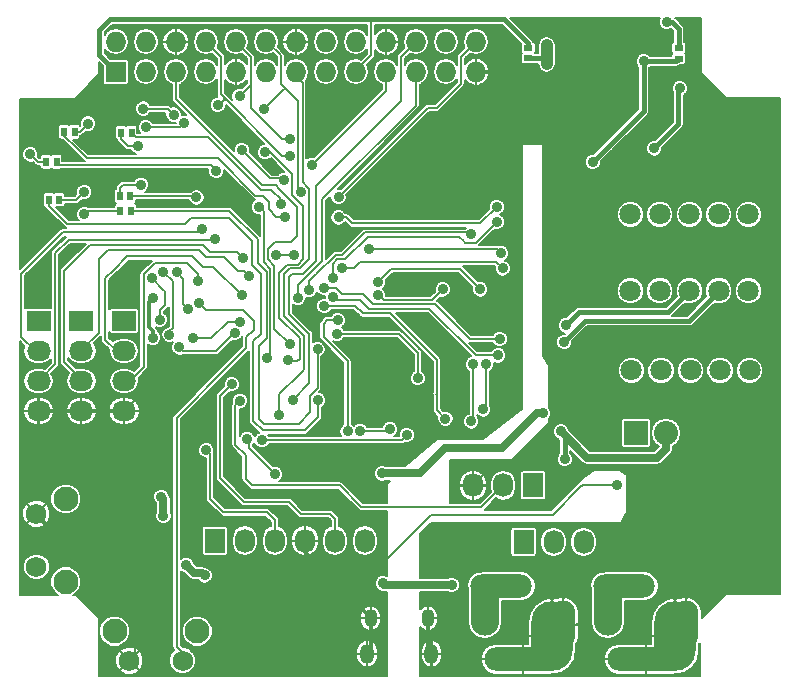
<source format=gbl>
G04 #@! TF.FileFunction,Copper,L2,Bot,Signal*
%FSLAX46Y46*%
G04 Gerber Fmt 4.6, Leading zero omitted, Abs format (unit mm)*
G04 Created by KiCad (PCBNEW 4.0.2-stable) date 4/21/2016 11:26:25 AM*
%MOMM*%
G01*
G04 APERTURE LIST*
%ADD10C,0.100000*%
%ADD11R,0.500000X0.800000*%
%ADD12O,1.100000X1.500000*%
%ADD13O,1.200000X1.700000*%
%ADD14O,3.500000X5.900000*%
%ADD15O,2.400000X5.200000*%
%ADD16O,5.200000X2.000000*%
%ADD17O,6.500000X2.000000*%
%ADD18O,2.050000X4.000000*%
%ADD19R,1.727200X2.032000*%
%ADD20O,1.727200X2.032000*%
%ADD21R,1.727200X1.727200*%
%ADD22O,1.727200X1.727200*%
%ADD23R,2.032000X1.727200*%
%ADD24O,2.032000X1.727200*%
%ADD25R,2.032000X2.032000*%
%ADD26O,2.032000X2.032000*%
%ADD27C,1.800000*%
%ADD28R,0.800000X0.500000*%
%ADD29C,2.100000*%
%ADD30C,1.750000*%
%ADD31C,0.889000*%
%ADD32C,0.200000*%
%ADD33C,0.150000*%
%ADD34C,0.300000*%
%ADD35C,0.700000*%
%ADD36C,0.400000*%
%ADD37C,1.000000*%
G04 APERTURE END LIST*
D10*
D11*
X10821000Y41175000D03*
X11710000Y41175000D03*
X5651500Y42100500D03*
X4762500Y42100500D03*
X10795000Y42418000D03*
X11684000Y42418000D03*
X4534500Y45302500D03*
X5423500Y45302500D03*
X10884500Y47779000D03*
X11773500Y47779000D03*
X6947500Y47842500D03*
X6058500Y47842500D03*
D12*
X32018000Y6668500D03*
X36868000Y6668500D03*
D13*
X31718000Y3668500D03*
X37168000Y3668500D03*
D14*
X47382000Y5146500D03*
D15*
X41682000Y7786500D03*
D16*
X43082000Y9386500D03*
D17*
X44882000Y3186500D03*
D18*
X48332000Y6136500D03*
D14*
X57796000Y5146500D03*
D15*
X52096000Y7786500D03*
D16*
X53496000Y9386500D03*
D17*
X55296000Y3186500D03*
D18*
X58746000Y6136500D03*
D19*
X44961140Y13128320D03*
D20*
X47501140Y13128320D03*
X50041140Y13128320D03*
D19*
X18822000Y13235000D03*
D20*
X21362000Y13235000D03*
X23902000Y13235000D03*
X26442000Y13235000D03*
X28982000Y13235000D03*
X31522000Y13235000D03*
D21*
X10440000Y52922500D03*
D22*
X10440000Y55462500D03*
X12980000Y52922500D03*
X12980000Y55462500D03*
X15520000Y52922500D03*
X15520000Y55462500D03*
X18060000Y52922500D03*
X18060000Y55462500D03*
X20600000Y52922500D03*
X20600000Y55462500D03*
X23140000Y52922500D03*
X23140000Y55462500D03*
X25680000Y52922500D03*
X25680000Y55462500D03*
X28220000Y52922500D03*
X28220000Y55462500D03*
X30760000Y52922500D03*
X30760000Y55462500D03*
X33300000Y52922500D03*
X33300000Y55462500D03*
X35840000Y52922500D03*
X35840000Y55462500D03*
X38380000Y52922500D03*
X38380000Y55462500D03*
X40920000Y52922500D03*
X40920000Y55462500D03*
D19*
X45783500Y17907000D03*
D20*
X43243500Y17907000D03*
X40703500Y17907000D03*
D23*
X11138500Y31840500D03*
D24*
X11138500Y29300500D03*
X11138500Y26760500D03*
X11138500Y24220500D03*
D23*
X7519000Y31840500D03*
D24*
X7519000Y29300500D03*
X7519000Y26760500D03*
X7519000Y24220500D03*
D25*
X54483600Y22340900D03*
D26*
X57023600Y22340900D03*
D27*
X54102600Y27649500D03*
X56602600Y27649500D03*
X59102600Y27649500D03*
X61602600Y27649500D03*
X64102600Y27649500D03*
X54001000Y34380500D03*
X56501000Y34380500D03*
X59001000Y34380500D03*
X61501000Y34380500D03*
X64001000Y34380500D03*
X54001000Y40857500D03*
X56501000Y40857500D03*
X59001000Y40857500D03*
X61501000Y40857500D03*
X64001000Y40857500D03*
D23*
X3899500Y31840500D03*
D24*
X3899500Y29300500D03*
X3899500Y26760500D03*
X3899500Y24220500D03*
D28*
X58102500Y54038500D03*
X58102500Y54927500D03*
X45365000Y54065500D03*
X45365000Y54954500D03*
D29*
X10331500Y5565000D03*
D30*
X11591500Y3075000D03*
X16091500Y3075000D03*
D29*
X17341500Y5565000D03*
X6199000Y16772500D03*
D30*
X3709000Y15512500D03*
X3709000Y11012500D03*
D29*
X6199000Y9762500D03*
D31*
X47053500Y33020000D03*
X14033500Y28257500D03*
X38671500Y41783000D03*
X36221000Y34380500D03*
X33909000Y28384500D03*
X36094000Y22950500D03*
X26950000Y19839000D03*
X29337000Y20955000D03*
X46762000Y22061500D03*
X52895500Y17970500D03*
X59626500Y50165000D03*
X53276500Y44259500D03*
X19838000Y43842000D03*
X2857500Y38544500D03*
X11493500Y50736500D03*
X3836000Y35206000D03*
X34290000Y41148000D03*
X46355000Y49466500D03*
X55753000Y56388000D03*
X14440500Y10314000D03*
X8344500Y10695000D03*
X13779500Y12382500D03*
X28220000Y28538500D03*
X46609000Y24003000D03*
X32956500Y18923000D03*
X48133000Y22479000D03*
X13589000Y30416500D03*
X13589000Y33782000D03*
X14287500Y16954500D03*
X14478000Y15303500D03*
X16383000Y11176000D03*
X17970500Y10287000D03*
X31115000Y22542500D03*
X33655000Y22669500D03*
X48450500Y20129500D03*
X46926500Y53594000D03*
X46926500Y55181500D03*
X7773000Y40857500D03*
X38126000Y34507500D03*
X32665000Y33999500D03*
X30061500Y22506000D03*
X29236000Y31904000D03*
X55144000Y53811500D03*
X50826000Y45302500D03*
X38888000Y9488500D03*
X33046000Y9615500D03*
X27521500Y29427500D03*
X7773000Y42762500D03*
X27585000Y25109500D03*
X12573000Y43370500D03*
X17272000Y42291000D03*
X23013000Y49811000D03*
X26124500Y42762500D03*
X3201000Y45937500D03*
X18949000Y44540500D03*
X21108000Y46318500D03*
X24664000Y43778500D03*
X29299500Y42318000D03*
X12281500Y46636000D03*
X24410000Y41746500D03*
X8090500Y48541000D03*
X24791000Y40667000D03*
X15811500Y29591000D03*
X20510500Y30797500D03*
X17018000Y30353000D03*
X20917500Y31777000D03*
X12980000Y48223500D03*
X16218500Y48604500D03*
X20917500Y50890500D03*
X25172000Y47207500D03*
X12763500Y49811000D03*
X25172000Y45810500D03*
X15329500Y49303000D03*
X19076000Y50128500D03*
X24283000Y23903000D03*
X18097500Y20891500D03*
X20256500Y26479500D03*
X17488500Y33364500D03*
X25172000Y29872000D03*
X13525500Y35433000D03*
X14160500Y31940500D03*
X14986000Y30670500D03*
X14478000Y36004500D03*
X23076500Y46128000D03*
X25045000Y28538500D03*
X15621000Y35941000D03*
X16536000Y32856500D03*
X27013500Y45048500D03*
X25870500Y33809000D03*
X25426000Y25173000D03*
X22568500Y41492500D03*
X23267000Y28665500D03*
X20955000Y25082500D03*
X21108000Y33999500D03*
X17399000Y35179000D03*
X21679500Y35650500D03*
X21171500Y37174500D03*
X48540000Y31459500D03*
X48413000Y30062500D03*
X17742500Y39587500D03*
X18822000Y38762000D03*
X41301000Y34507500D03*
X32665000Y35142500D03*
X23939500Y18859500D03*
X21552500Y21807500D03*
X56033000Y46445500D03*
X58192000Y51525500D03*
X38354000Y23558500D03*
X28093000Y33110500D03*
X28855000Y33872500D03*
X42825000Y28919500D03*
X42952000Y30316500D03*
X28093000Y34634500D03*
X43206000Y36285500D03*
X29553500Y36285500D03*
X25553000Y37428500D03*
X24029000Y37428500D03*
X43079000Y37555500D03*
X31903000Y37936500D03*
X40539000Y39206500D03*
X26823000Y34444000D03*
X28791500Y35460000D03*
X42698000Y40222500D03*
X29172500Y30761000D03*
X36004500Y26987500D03*
X35078000Y22188500D03*
X22822500Y21744000D03*
X41809000Y28157500D03*
X41555000Y24347500D03*
X29299500Y40603500D03*
X42698000Y41492500D03*
X40539000Y23331500D03*
X40666000Y28157500D03*
X57086500Y57150000D03*
D32*
X46762000Y21272500D02*
X46762000Y20409500D01*
X42418000Y19621500D02*
X40703500Y17907000D01*
X45974000Y19621500D02*
X42418000Y19621500D01*
X46762000Y20409500D02*
X45974000Y19621500D01*
X36094000Y22950500D02*
X37247500Y22950500D01*
X37719000Y22479000D02*
X41465500Y22479000D01*
X37247500Y22950500D02*
X37719000Y22479000D01*
X46762000Y21272500D02*
X46762000Y22061500D01*
X47053500Y33020000D02*
X47053500Y29718000D01*
X46762000Y22378000D02*
X47752000Y23368000D01*
X47752000Y23368000D02*
X47752000Y29019500D01*
X46762000Y22061500D02*
X46762000Y22378000D01*
X47053500Y29718000D02*
X47752000Y29019500D01*
X43688000Y32639000D02*
X44100750Y32639000D01*
X44100750Y32639000D02*
X44069000Y32639000D01*
X44069000Y32639000D02*
X44100750Y32639000D01*
X44100750Y25114250D02*
X44100750Y32639000D01*
X44100750Y32639000D02*
X44100750Y47148750D01*
X44259500Y47307500D02*
X44259500Y47371000D01*
X44100750Y47148750D02*
X44259500Y47307500D01*
X13843000Y26925000D02*
X11138500Y24220500D01*
X14033500Y28257500D02*
X13843000Y28067000D01*
X13843000Y28067000D02*
X13843000Y26925000D01*
D33*
X52895500Y17970500D02*
X49974500Y17970500D01*
X49974500Y17970500D02*
X49784000Y17780000D01*
D32*
X3899500Y24220500D02*
X7519000Y24220500D01*
X38671500Y41783000D02*
X38639750Y41751250D01*
X38639750Y41751250D02*
X38735000Y41656000D01*
X38735000Y41656000D02*
X38735000Y41846500D01*
X13779500Y12382500D02*
X13779500Y12192000D01*
X13779500Y12192000D02*
X12155500Y10568000D01*
X36221000Y34380500D02*
X36221000Y34697000D01*
X41656000Y32639000D02*
X43688000Y32639000D01*
X38798500Y35496500D02*
X41656000Y32639000D01*
X37020500Y35496500D02*
X38798500Y35496500D01*
X36221000Y34697000D02*
X37020500Y35496500D01*
X34734500Y24310000D02*
X36094000Y22950500D01*
X34734500Y27559000D02*
X34734500Y24310000D01*
X33909000Y28384500D02*
X34734500Y27559000D01*
X41465500Y22479000D02*
X44100750Y25114250D01*
X29337000Y20955000D02*
X35115500Y20955000D01*
X36094000Y21933500D02*
X36094000Y22950500D01*
X35115500Y20955000D02*
X36094000Y21933500D01*
X28221000Y19839000D02*
X26950000Y19839000D01*
X29337000Y20955000D02*
X28221000Y19839000D01*
D33*
X32321500Y10604500D02*
X28082000Y10604500D01*
X37147500Y15430500D02*
X32321500Y10604500D01*
X47434500Y15430500D02*
X37147500Y15430500D01*
X49784000Y17780000D02*
X47434500Y15430500D01*
X54991000Y44259500D02*
X59626500Y48895000D01*
X59626500Y48895000D02*
X59626500Y50165000D01*
X53276500Y44259500D02*
X54991000Y44259500D01*
X53276500Y44259500D02*
X53022500Y44005500D01*
X49911000Y44005500D02*
X46355000Y47561500D01*
X53022500Y44005500D02*
X49911000Y44005500D01*
X46355000Y47561500D02*
X46355000Y49466500D01*
D32*
X19838000Y43842000D02*
X19458000Y43842000D01*
X3175000Y44132500D02*
X2857500Y43815000D01*
X13779500Y44132500D02*
X3175000Y44132500D01*
X14287500Y43624500D02*
X13779500Y44132500D01*
X19240500Y43624500D02*
X14287500Y43624500D01*
X19458000Y43842000D02*
X19240500Y43624500D01*
X2857500Y38544500D02*
X2857500Y43815000D01*
X10985500Y50228500D02*
X11493500Y50736500D01*
X2857500Y43815000D02*
X2413000Y44259500D01*
X2413000Y44259500D02*
X2413000Y48133000D01*
X2413000Y48133000D02*
X4508500Y50228500D01*
X4508500Y50228500D02*
X10985500Y50228500D01*
X11493500Y50736500D02*
X11493500Y50673000D01*
D34*
X3899500Y24220500D02*
X11138500Y24220500D01*
X36868000Y6668500D02*
X36868000Y3968500D01*
X36868000Y3968500D02*
X37168000Y3668500D01*
X32018000Y6668500D02*
X32018000Y3968500D01*
X32018000Y3968500D02*
X31718000Y3668500D01*
X26442000Y13235000D02*
X26442000Y12244500D01*
X26442000Y12244500D02*
X28082000Y10604500D01*
X28082000Y10604500D02*
X32018000Y6668500D01*
X34290000Y41148000D02*
X38036500Y41148000D01*
X38036500Y41148000D02*
X38735000Y41846500D01*
X38735000Y41846500D02*
X44259500Y47371000D01*
X44259500Y47371000D02*
X46355000Y49466500D01*
X40920000Y52922500D02*
X42899000Y52922500D01*
X42899000Y52922500D02*
X46355000Y49466500D01*
X47561500Y50673000D02*
X46355000Y49466500D01*
X53657500Y56769000D02*
X47561500Y50673000D01*
X55372000Y56769000D02*
X53657500Y56769000D01*
X55753000Y56388000D02*
X55372000Y56769000D01*
D32*
X11265500Y7139000D02*
X11011500Y7139000D01*
X14440500Y10314000D02*
X11265500Y7139000D01*
X3709000Y15512500D02*
X3709000Y15330500D01*
X3709000Y15330500D02*
X8344500Y10695000D01*
X8344500Y10695000D02*
X8344500Y7901000D01*
X12091000Y6059500D02*
X12091000Y3574500D01*
X10884500Y7266000D02*
X11011500Y7139000D01*
X11011500Y7139000D02*
X12091000Y6059500D01*
X8979500Y7266000D02*
X10884500Y7266000D01*
X8344500Y7901000D02*
X8979500Y7266000D01*
X12091000Y3574500D02*
X11591500Y3075000D01*
X8344500Y10695000D02*
X8471500Y10568000D01*
X8471500Y10568000D02*
X12155500Y10568000D01*
D35*
X48133000Y22479000D02*
X50355500Y20256500D01*
X50355500Y20256500D02*
X56261000Y20256500D01*
X56261000Y20256500D02*
X57023600Y21019100D01*
X57023600Y21019100D02*
X57023600Y22340900D01*
X46609000Y24003000D02*
X46101000Y24003000D01*
X46101000Y24003000D02*
X43180000Y21082000D01*
X43180000Y21082000D02*
X38354000Y21082000D01*
X38354000Y21082000D02*
X36195000Y18923000D01*
X36195000Y18923000D02*
X32956500Y18923000D01*
D36*
X37814250Y20542250D02*
X38354000Y21082000D01*
X36195000Y18923000D02*
X37814250Y20542250D01*
X41275000Y21082000D02*
X39052500Y21082000D01*
X41973500Y21082000D02*
X41275000Y21082000D01*
X43180000Y21082000D02*
X41973500Y21082000D01*
X46101000Y24003000D02*
X43180000Y21082000D01*
X33909000Y18923000D02*
X32956500Y18923000D01*
X33909000Y18923000D02*
X36195000Y18923000D01*
X38354000Y21082000D02*
X39052500Y21082000D01*
D34*
X13589000Y30416500D02*
X13589000Y30988000D01*
X13271500Y33464500D02*
X13589000Y33782000D01*
X13271500Y31305500D02*
X13271500Y33464500D01*
X13589000Y30988000D02*
X13271500Y31305500D01*
D36*
X55689500Y20256500D02*
X56261000Y20256500D01*
X57023600Y21019100D02*
X57023600Y22340900D01*
X56261000Y20256500D02*
X57023600Y21019100D01*
D32*
X14287500Y16954500D02*
X14478000Y16764000D01*
D35*
X14478000Y16764000D02*
X14478000Y15303500D01*
X16383000Y11176000D02*
X17081500Y10477500D01*
X17081500Y10477500D02*
X17780000Y10477500D01*
D32*
X17780000Y10477500D02*
X17970500Y10287000D01*
X33528000Y22542500D02*
X31115000Y22542500D01*
X33655000Y22669500D02*
X33528000Y22542500D01*
D33*
X57023600Y22340900D02*
X57023600Y21590600D01*
D36*
X55689500Y20256500D02*
X50355500Y20256500D01*
D33*
X48133000Y22479000D02*
X48450500Y22161500D01*
D36*
X48450500Y22161500D02*
X48450500Y20129500D01*
X45365000Y54065500D02*
X46509000Y54065500D01*
X46509000Y54065500D02*
X46926500Y54483000D01*
D37*
X46926500Y55181500D02*
X46926500Y54483000D01*
X46926500Y54483000D02*
X46926500Y53594000D01*
D33*
X10821000Y41175000D02*
X8090500Y41175000D01*
X8090500Y41175000D02*
X7773000Y40857500D01*
D32*
X32665000Y33999500D02*
X32761002Y33999500D01*
X37206002Y33587502D02*
X38126000Y34507500D01*
X33173000Y33587502D02*
X37206002Y33587502D01*
X32761002Y33999500D02*
X33173000Y33587502D01*
X30061500Y28411500D02*
X30061500Y22506000D01*
X28029500Y30443500D02*
X30061500Y28411500D01*
X28029500Y31586500D02*
X28029500Y30443500D01*
X28347000Y31904000D02*
X28029500Y31586500D01*
X29236000Y31904000D02*
X28347000Y31904000D01*
D36*
X55144000Y53811500D02*
X57875500Y53811500D01*
X57875500Y53811500D02*
X58102500Y54038500D01*
X58066000Y54002000D02*
X58102500Y54038500D01*
X55144000Y49620500D02*
X55144000Y53811500D01*
X50826000Y45302500D02*
X55144000Y49620500D01*
D35*
X33173000Y9488500D02*
X38888000Y9488500D01*
D36*
X33046000Y9615500D02*
X33173000Y9488500D01*
D33*
X22568500Y24855500D02*
X22568500Y23522000D01*
X26886500Y24093500D02*
X26886500Y25490500D01*
X25934000Y23141000D02*
X26886500Y24093500D01*
X22949500Y23141000D02*
X25934000Y23141000D01*
X22568500Y23522000D02*
X22949500Y23141000D01*
X22441500Y36730000D02*
X23203500Y35968000D01*
X22568500Y29745000D02*
X22568500Y24855500D01*
X23203500Y30380000D02*
X22568500Y29745000D01*
X23203500Y35968000D02*
X23203500Y30380000D01*
X11710000Y41175000D02*
X20028500Y41175000D01*
X27521500Y26125500D02*
X27521500Y29427500D01*
X26886500Y25490500D02*
X27521500Y26125500D01*
X22441500Y38762000D02*
X22441500Y36730000D01*
X20028500Y41175000D02*
X22441500Y38762000D01*
D32*
X5651500Y42100500D02*
X7111000Y42100500D01*
X7111000Y42100500D02*
X7773000Y42762500D01*
X4762500Y42100500D02*
X4762500Y41592500D01*
X7493000Y40005000D02*
X7493000Y40032000D01*
X6350000Y40005000D02*
X7493000Y40005000D01*
X4762500Y41592500D02*
X6350000Y40005000D01*
X22060500Y25300000D02*
X22060500Y23395000D01*
X27585000Y23712500D02*
X27585000Y25109500D01*
X26442000Y22569500D02*
X27585000Y23712500D01*
X22886000Y22569500D02*
X26442000Y22569500D01*
X22060500Y23395000D02*
X22886000Y22569500D01*
X22060500Y30126000D02*
X22060500Y25300000D01*
X22695500Y30761000D02*
X22060500Y30126000D01*
X22695500Y35777500D02*
X22695500Y30761000D01*
X21933500Y36539500D02*
X22695500Y35777500D01*
X21933500Y38635000D02*
X21933500Y36539500D01*
X20028500Y40540000D02*
X21933500Y38635000D01*
X16790000Y40540000D02*
X20028500Y40540000D01*
X16282000Y40032000D02*
X16790000Y40540000D01*
X7493000Y40032000D02*
X16282000Y40032000D01*
X10795000Y42418000D02*
X10795000Y43116500D01*
X11049000Y43370500D02*
X12573000Y43370500D01*
X10795000Y43116500D02*
X11049000Y43370500D01*
X15938500Y42418000D02*
X17145000Y42418000D01*
X17145000Y42418000D02*
X17272000Y42291000D01*
D33*
X24854500Y51462000D02*
X24664000Y51462000D01*
D32*
X24664000Y51462000D02*
X23013000Y49811000D01*
X12319000Y42418000D02*
X11684000Y42418000D01*
X12446000Y42418000D02*
X12319000Y42418000D01*
X12319000Y42418000D02*
X11811000Y42418000D01*
X15938500Y42418000D02*
X12446000Y42418000D01*
D33*
X25076750Y51239750D02*
X25807000Y50509500D01*
X25870500Y43016500D02*
X26124500Y42762500D01*
X25870500Y50463498D02*
X25870500Y43016500D01*
X25824498Y50509500D02*
X25870500Y50463498D01*
X25807000Y50509500D02*
X25824498Y50509500D01*
X23140000Y55462500D02*
X23267000Y55462500D01*
X23267000Y55462500D02*
X24410000Y54319500D01*
X24410000Y51906500D02*
X24854500Y51462000D01*
X24854500Y51462000D02*
X25076750Y51239750D01*
X24410000Y54319500D02*
X24410000Y51906500D01*
X4534500Y45302500D02*
X3836000Y45302500D01*
X3836000Y45302500D02*
X3201000Y45937500D01*
X18472750Y45016750D02*
X5709250Y45016750D01*
X5709250Y45016750D02*
X5423500Y45302500D01*
X5487000Y45239000D02*
X5423500Y45302500D01*
X18949000Y44540500D02*
X18472750Y45016750D01*
X23521000Y43905500D02*
X21108000Y46318500D01*
X24537000Y43905500D02*
X23521000Y43905500D01*
X24664000Y43778500D02*
X24537000Y43905500D01*
X39650000Y54192500D02*
X40920000Y55462500D01*
X39650000Y51906500D02*
X39650000Y54192500D01*
X37618000Y49874500D02*
X39650000Y51906500D01*
X36856000Y49874500D02*
X37618000Y49874500D01*
X29299500Y42318000D02*
X36856000Y49874500D01*
X12281500Y46636000D02*
X11456000Y46636000D01*
X10884500Y47207500D02*
X10884500Y47779000D01*
X11456000Y46636000D02*
X10884500Y47207500D01*
X12599000Y47398000D02*
X12154500Y47398000D01*
X12154500Y47398000D02*
X11773500Y47779000D01*
X24410000Y41746500D02*
X24410000Y42127500D01*
X23584500Y42953000D02*
X22695500Y42953000D01*
X24410000Y42127500D02*
X23584500Y42953000D01*
X12726000Y47398000D02*
X12599000Y47398000D01*
X18250500Y47398000D02*
X17806000Y47398000D01*
X22695500Y42953000D02*
X18250500Y47398000D01*
X17806000Y47398000D02*
X12726000Y47398000D01*
X12726000Y47398000D02*
X12154500Y47398000D01*
X6947500Y47842500D02*
X7392000Y47842500D01*
X7392000Y47842500D02*
X8090500Y48541000D01*
X6058500Y47842500D02*
X6058500Y47525000D01*
X6058500Y47525000D02*
X7138000Y46445500D01*
X22251000Y42445000D02*
X19076000Y45620000D01*
X7963500Y45620000D02*
X7138000Y46445500D01*
X19076000Y45620000D02*
X7963500Y45620000D01*
X24791000Y40667000D02*
X24029000Y40667000D01*
X22886000Y42445000D02*
X22251000Y42445000D01*
X23394000Y41937000D02*
X22886000Y42445000D01*
X23394000Y41302000D02*
X23394000Y41937000D01*
X24029000Y40667000D02*
X23394000Y41302000D01*
X20447000Y30797500D02*
X19526250Y29876750D01*
X20510500Y30797500D02*
X20447000Y30797500D01*
X18923000Y29273500D02*
X16129000Y29273500D01*
X16129000Y29273500D02*
X15811500Y29591000D01*
X19526250Y29876750D02*
X18923000Y29273500D01*
X20917500Y31777000D02*
X19966000Y31777000D01*
X19966000Y31777000D02*
X18542000Y30353000D01*
X17018000Y30353000D02*
X18542000Y30353000D01*
D32*
X21870000Y51970000D02*
X21870000Y51843000D01*
X15837500Y48223500D02*
X12980000Y48223500D01*
X16218500Y48604500D02*
X15837500Y48223500D01*
X21870000Y51843000D02*
X20917500Y50890500D01*
D33*
X25172000Y47207500D02*
X24537000Y47207500D01*
X24537000Y47207500D02*
X21870000Y49874500D01*
X21870000Y54192500D02*
X20600000Y55462500D01*
X21870000Y49874500D02*
X21870000Y51970000D01*
X21870000Y51970000D02*
X21870000Y54192500D01*
D32*
X19711000Y50636500D02*
X19330000Y51017500D01*
X19330000Y51017500D02*
X19330000Y54192500D01*
X19330000Y54192500D02*
X18060000Y55462500D01*
X24537000Y45810500D02*
X19330000Y51017500D01*
X25172000Y45810500D02*
X24537000Y45810500D01*
X19076000Y50128500D02*
X19203000Y50128500D01*
X19203000Y50128500D02*
X19711000Y50636500D01*
X12763500Y49811000D02*
X14821500Y49811000D01*
X14821500Y49811000D02*
X15329500Y49303000D01*
X19203000Y50128500D02*
X19711000Y50636500D01*
X19711000Y50636500D02*
X19647500Y50573000D01*
X15329500Y49303000D02*
X14821500Y49811000D01*
D33*
X19330000Y51017500D02*
X19330000Y51017500D01*
D32*
X19330000Y54192500D02*
X18060000Y55462500D01*
X19330000Y51017500D02*
X19330000Y54192500D01*
D33*
X26410250Y28321000D02*
X26410250Y27743750D01*
X26410250Y27743750D02*
X26289000Y27622500D01*
X26034500Y27369000D02*
X26035500Y27369000D01*
X24283000Y25617500D02*
X24283000Y23903000D01*
X26034500Y27369000D02*
X24283000Y25617500D01*
X26035500Y27369000D02*
X26289000Y27622500D01*
X25680000Y52541500D02*
X26251500Y51970000D01*
X26251500Y43588000D02*
X26632500Y43207000D01*
X26251500Y51970000D02*
X26251500Y43588000D01*
X24664000Y34698000D02*
X24664000Y32285000D01*
X24664000Y32285000D02*
X26410250Y30538750D01*
X25172000Y36285500D02*
X25870500Y36285500D01*
X24664000Y35777500D02*
X25172000Y36285500D01*
X24664000Y34698000D02*
X24664000Y35777500D01*
X26823000Y40603500D02*
X26823000Y43016500D01*
X26823000Y43016500D02*
X26632500Y43207000D01*
X25870500Y36285500D02*
X26061000Y36285500D01*
X26823000Y37047500D02*
X26823000Y40603500D01*
X26061000Y36285500D02*
X26823000Y37047500D01*
X26410250Y30538750D02*
X26410250Y28321000D01*
X25680000Y52922500D02*
X25680000Y52541500D01*
D32*
X23902000Y14960000D02*
X23902000Y13235000D01*
X23241000Y15621000D02*
X23902000Y14960000D01*
X19558000Y15621000D02*
X23241000Y15621000D01*
X18415000Y16764000D02*
X19558000Y15621000D01*
X18415000Y20574000D02*
X18415000Y16764000D01*
X18097500Y20891500D02*
X18415000Y20574000D01*
X19240500Y22606000D02*
X19240500Y18542000D01*
X21272500Y16510000D02*
X22479000Y16510000D01*
X19240500Y18542000D02*
X21272500Y16510000D01*
X19240500Y25463500D02*
X20256500Y26479500D01*
X19240500Y22606000D02*
X19240500Y25463500D01*
X28982000Y15087000D02*
X28982000Y13235000D01*
X28575000Y15494000D02*
X28982000Y15087000D01*
X26098500Y15494000D02*
X28575000Y15494000D01*
X25082500Y16510000D02*
X26098500Y15494000D01*
X22479000Y16510000D02*
X25082500Y16510000D01*
X19970250Y28035750D02*
X19970250Y28034750D01*
X15583500Y23648000D02*
X15583500Y21108000D01*
X19970250Y28034750D02*
X15583500Y23648000D01*
X15583500Y21108000D02*
X15583500Y17616500D01*
X16091500Y3075000D02*
X16091500Y3710000D01*
X16091500Y3710000D02*
X15583500Y4218000D01*
X15583500Y4218000D02*
X15583500Y17399000D01*
X15583500Y17399000D02*
X15583500Y17616500D01*
X15583500Y17616500D02*
X15583500Y17553000D01*
X15583500Y17553000D02*
X15583500Y17616500D01*
X21489000Y29554500D02*
X19970250Y28035750D01*
X21489000Y30443500D02*
X21489000Y29554500D01*
X22124000Y31078500D02*
X21489000Y30443500D01*
X22124000Y31840500D02*
X22124000Y31078500D01*
X21171500Y32793000D02*
X22124000Y31840500D01*
X18060000Y32793000D02*
X21171500Y32793000D01*
X17488500Y33364500D02*
X18060000Y32793000D01*
D33*
X23870250Y31173750D02*
X23870250Y36507750D01*
X23870250Y31173750D02*
X25172000Y29872000D01*
X15520000Y50636500D02*
X15520000Y52922500D01*
X22822500Y43334000D02*
X15520000Y50636500D01*
X23965500Y43334000D02*
X22822500Y43334000D01*
X24283000Y43016500D02*
X25807000Y41492500D01*
X25299000Y38508000D02*
X23902000Y38508000D01*
X25807000Y39016000D02*
X25299000Y38508000D01*
X25807000Y41492500D02*
X25807000Y39016000D01*
X24283000Y43016500D02*
X23965500Y43334000D01*
X23330500Y37936500D02*
X23902000Y38508000D01*
X23330500Y37047500D02*
X23330500Y37936500D01*
X23870250Y36507750D02*
X23330500Y37047500D01*
X15520000Y52922500D02*
X15520000Y52541500D01*
D32*
X14160500Y31940500D02*
X14160500Y32766000D01*
X14160500Y32766000D02*
X14605000Y33210500D01*
X14605000Y34036000D02*
X14605000Y34353500D01*
X14605000Y34353500D02*
X14478000Y34480500D01*
X14478000Y34480500D02*
X13525500Y35433000D01*
X14605000Y33210500D02*
X14605000Y34036000D01*
X14986000Y30670500D02*
X14986000Y30988000D01*
X15266000Y31268000D02*
X15266000Y31777000D01*
X14986000Y30988000D02*
X15266000Y31268000D01*
X15266000Y33972500D02*
X15266000Y35216500D01*
X15266000Y33972500D02*
X15266000Y32602500D01*
X15266000Y32602500D02*
X15266000Y31777000D01*
X15266000Y35216500D02*
X14478000Y36004500D01*
D33*
X25362500Y42508500D02*
X25362500Y44286500D01*
X23521000Y46128000D02*
X23076500Y46128000D01*
X25362500Y44286500D02*
X23521000Y46128000D01*
X24283000Y34380500D02*
X24283000Y32094500D01*
X24283000Y32094500D02*
X25997500Y30380000D01*
X24964002Y36585502D02*
X25616500Y36585502D01*
X24283000Y35904500D02*
X24964002Y36585502D01*
X24283000Y34380500D02*
X24283000Y35904500D01*
X25743500Y28411500D02*
X25807000Y28411500D01*
X25045000Y28538500D02*
X25172000Y28411500D01*
X25172000Y28411500D02*
X25743500Y28411500D01*
X25997500Y28602000D02*
X25997500Y30380000D01*
X25807000Y28411500D02*
X25997500Y28602000D01*
X26315000Y39714500D02*
X26315000Y41556000D01*
X25616500Y36585502D02*
X25853002Y36585502D01*
X25853002Y36585502D02*
X26315000Y37047500D01*
X26315000Y37047500D02*
X26315000Y39714500D01*
X26315000Y41556000D02*
X25362500Y42508500D01*
D32*
X16155000Y35052000D02*
X16155000Y35407000D01*
X16155000Y35407000D02*
X15621000Y35941000D01*
X16155000Y35052000D02*
X16155000Y33237500D01*
X16155000Y33237500D02*
X16536000Y32856500D01*
D33*
X33300000Y51335000D02*
X33300000Y52922500D01*
X27013500Y45048500D02*
X33300000Y51335000D01*
X27902500Y39778000D02*
X27902500Y42127500D01*
X35840000Y50065000D02*
X35840000Y52922500D01*
X27902500Y42127500D02*
X35840000Y50065000D01*
X27902500Y36920500D02*
X27902500Y39778000D01*
X27902500Y39778000D02*
X27902500Y39841500D01*
X25870500Y34888500D02*
X27902500Y36920500D01*
X25870500Y33809000D02*
X25870500Y34888500D01*
X26315000Y35841000D02*
X25362500Y35841000D01*
X26759500Y30761000D02*
X26823000Y30761000D01*
X26823000Y30697500D02*
X26759500Y30761000D01*
X25108500Y32412000D02*
X26823000Y30697500D01*
X25108500Y35587000D02*
X25108500Y32412000D01*
X25362500Y35841000D02*
X25108500Y35587000D01*
X27394500Y39460500D02*
X27394500Y43270500D01*
X34570000Y54192500D02*
X35840000Y55462500D01*
X34570000Y50446000D02*
X34570000Y54192500D01*
X27394500Y43270500D02*
X34570000Y50446000D01*
X25426000Y25173000D02*
X26823000Y26570000D01*
X26823000Y26570000D02*
X26823000Y30761000D01*
X27394500Y36920500D02*
X27394500Y39460500D01*
X27394500Y39460500D02*
X27394500Y39524000D01*
X26315000Y35841000D02*
X27394500Y36920500D01*
X23521000Y30416500D02*
X23521000Y28919500D01*
X23521000Y28919500D02*
X23267000Y28665500D01*
X22949500Y36793500D02*
X23521000Y36222000D01*
X23521000Y36222000D02*
X23521000Y30416500D01*
X22949500Y36793500D02*
X22949500Y41111500D01*
X22949500Y41111500D02*
X22568500Y41492500D01*
D32*
X40576500Y16065500D02*
X41402000Y16065500D01*
X41402000Y16065500D02*
X43243500Y17907000D01*
X21431250Y18446750D02*
X21431250Y20478750D01*
X21431250Y20478750D02*
X20574000Y21336000D01*
X40576500Y16065500D02*
X31242000Y16065500D01*
X31242000Y16065500D02*
X29400500Y17907000D01*
X29400500Y17907000D02*
X21971000Y17907000D01*
X21971000Y17907000D02*
X21431250Y18446750D01*
X20574000Y21336000D02*
X20574000Y24701500D01*
X20574000Y24701500D02*
X20955000Y25082500D01*
X11138500Y29300500D02*
X10503500Y29300500D01*
X10503500Y29300500D02*
X9551000Y30253000D01*
X10249500Y36158500D02*
X9551000Y35460000D01*
X21108000Y33999500D02*
X18695000Y36412500D01*
X18695000Y36412500D02*
X17806000Y36412500D01*
X17806000Y36412500D02*
X16917000Y37301500D01*
X16917000Y37301500D02*
X11392500Y37301500D01*
X11392500Y37301500D02*
X10249500Y36158500D01*
X9551000Y35460000D02*
X9551000Y30253000D01*
X16854000Y36348500D02*
X16864500Y36348500D01*
X17399000Y35814000D02*
X17399000Y35179000D01*
X16864500Y36348500D02*
X17399000Y35814000D01*
X11646500Y26760500D02*
X12789500Y27903500D01*
X12789500Y27903500D02*
X12789500Y35777500D01*
X12789500Y35777500D02*
X13742000Y36730000D01*
X16472500Y36730000D02*
X13742000Y36730000D01*
X16854000Y36348500D02*
X16472500Y36730000D01*
X11138500Y26760500D02*
X11646500Y26760500D01*
X7519000Y29300500D02*
X7519000Y29364000D01*
X7519000Y29364000D02*
X8979500Y30824500D01*
X8979500Y36412500D02*
X8979500Y37047500D01*
X8979500Y37047500D02*
X9424000Y37492000D01*
X8979500Y30824500D02*
X8979500Y36412500D01*
X18060000Y37238000D02*
X17488500Y37809500D01*
X9741500Y37809500D02*
X9424000Y37492000D01*
X9424000Y37492000D02*
X9170000Y37238000D01*
X17488500Y37809500D02*
X9741500Y37809500D01*
X9170000Y37238000D02*
X8979500Y37047500D01*
X19584000Y37238000D02*
X18060000Y37238000D01*
X20790500Y36031500D02*
X19584000Y37238000D01*
X21298500Y36031500D02*
X20790500Y36031500D01*
X21679500Y35650500D02*
X21298500Y36031500D01*
X7519000Y26760500D02*
X7519000Y26887500D01*
X7519000Y26887500D02*
X6058500Y28348000D01*
X6503000Y36476000D02*
X6058500Y36031500D01*
X21171500Y37174500D02*
X20663500Y37682500D01*
X20663500Y37682500D02*
X18568000Y37682500D01*
X18377500Y37682500D02*
X17806000Y38254000D01*
X17806000Y38254000D02*
X8281000Y38254000D01*
X8281000Y38254000D02*
X6503000Y36476000D01*
X18568000Y37682500D02*
X18377500Y37682500D01*
X6058500Y36031500D02*
X6058500Y28348000D01*
D36*
X48540000Y31459500D02*
X49683000Y32602500D01*
X49683000Y32602500D02*
X57223000Y32602500D01*
X57223000Y32602500D02*
X59001000Y34380500D01*
X48413000Y30062500D02*
X50191000Y31840500D01*
X50191000Y31840500D02*
X58961000Y31840500D01*
X58961000Y31840500D02*
X61501000Y34380500D01*
D32*
X2439000Y30697500D02*
X2439000Y30507000D01*
X2439000Y30507000D02*
X3645500Y29300500D01*
X3645500Y29300500D02*
X3899500Y29300500D01*
D33*
X2439000Y30634000D02*
X2439000Y30697500D01*
X3391500Y29300500D02*
X3899500Y29300500D01*
D32*
X2439000Y30634000D02*
X2439000Y35841000D01*
X2439000Y35841000D02*
X3010500Y36412500D01*
X5931500Y39333500D02*
X3010500Y36412500D01*
X17488500Y39333500D02*
X5931500Y39333500D01*
X17742500Y39587500D02*
X17488500Y39333500D01*
X5296500Y28411500D02*
X5296500Y28157500D01*
X5296500Y28157500D02*
X3899500Y26760500D01*
X5296500Y28411500D02*
X5296500Y37555500D01*
X5296500Y37555500D02*
X5296500Y37492000D01*
X5296500Y37492000D02*
X5296500Y37555500D01*
X6439500Y38698500D02*
X5296500Y37555500D01*
X18758500Y38698500D02*
X6439500Y38698500D01*
X18822000Y38762000D02*
X18758500Y38698500D01*
X32665000Y35142500D02*
X32666000Y35142500D01*
X39550000Y36258500D02*
X41301000Y34507500D01*
X33782000Y36258500D02*
X39550000Y36258500D01*
X32666000Y35142500D02*
X33782000Y36258500D01*
X21679500Y21236000D02*
X21679500Y21119500D01*
X21679500Y21119500D02*
X23939500Y18859500D01*
X21679500Y21680500D02*
X21679500Y21236000D01*
X21552500Y21807500D02*
X21679500Y21680500D01*
D36*
X58065000Y51398500D02*
X58192000Y51525500D01*
X58065000Y48477500D02*
X58065000Y51398500D01*
X56033000Y46445500D02*
X58065000Y48477500D01*
D32*
X37592000Y25654000D02*
X37618000Y25654000D01*
X37618000Y25628000D02*
X37592000Y25654000D01*
X37618000Y24294500D02*
X37618000Y25628000D01*
X38354000Y23558500D02*
X37618000Y24294500D01*
X28093000Y33110500D02*
X30696500Y33110500D01*
X30696500Y33110500D02*
X31331500Y32475500D01*
X31331500Y32475500D02*
X33681000Y32475500D01*
X37618000Y28538500D02*
X33681000Y32475500D01*
X37618000Y25654000D02*
X37618000Y28538500D01*
X31887501Y32841001D02*
X31903000Y32841001D01*
X31903000Y32841001D02*
X36998499Y32841001D01*
X36998499Y32841001D02*
X36983000Y32856500D01*
X31252501Y33476001D02*
X31887501Y32841001D01*
X28855000Y33872500D02*
X29109000Y33618500D01*
X29109000Y33618500D02*
X29871000Y33618500D01*
X31110002Y33618500D02*
X31252501Y33476001D01*
X29871000Y33618500D02*
X31110002Y33618500D01*
X31887501Y32841001D02*
X31903000Y32825502D01*
X36983000Y32856500D02*
X40920000Y28919500D01*
X40920000Y28919500D02*
X42825000Y28919500D01*
X31077500Y34126500D02*
X31331500Y34126500D01*
X32220500Y33237500D02*
X32411000Y33237500D01*
X31331500Y34126500D02*
X32220500Y33237500D01*
X32411000Y33237500D02*
X37491000Y33237500D01*
X40412000Y30316500D02*
X42952000Y30316500D01*
X37491000Y33237500D02*
X40412000Y30316500D01*
X29617000Y34126500D02*
X31077500Y34126500D01*
X29109000Y34634500D02*
X29617000Y34126500D01*
X28093000Y34634500D02*
X29109000Y34634500D01*
X29553500Y36285500D02*
X30570500Y36285500D01*
X42661500Y36830000D02*
X43206000Y36285500D01*
X31115000Y36830000D02*
X42661500Y36830000D01*
X30570500Y36285500D02*
X31115000Y36830000D01*
X31903000Y37936500D02*
X42698000Y37936500D01*
X42698000Y37936500D02*
X43079000Y37555500D01*
D33*
X42952000Y37428500D02*
X43079000Y37555500D01*
D32*
X25553000Y37428500D02*
X24029000Y37428500D01*
X43079000Y37555500D02*
X42952000Y37428500D01*
D33*
X26823000Y34444000D02*
X26823000Y35206000D01*
X26823000Y35206000D02*
X27394500Y35777500D01*
X29045500Y37428500D02*
X27394500Y35777500D01*
X29236000Y37428500D02*
X29617000Y37428500D01*
X31522000Y39333500D02*
X32919000Y39333500D01*
X29617000Y37428500D02*
X31522000Y39333500D01*
X29045500Y37428500D02*
X29236000Y37428500D01*
X32919000Y39333500D02*
X40412000Y39333500D01*
D32*
X40412000Y39333500D02*
X40539000Y39206500D01*
D33*
X28791500Y35460000D02*
X28791500Y36666500D01*
X28791500Y36666500D02*
X29172500Y37047500D01*
X29744000Y37047500D02*
X29871000Y37047500D01*
X31776000Y38952500D02*
X33173000Y38952500D01*
X29871000Y37047500D02*
X31776000Y38952500D01*
X40031000Y38444500D02*
X39904000Y38571500D01*
X33173000Y38952500D02*
X39523000Y38952500D01*
X39523000Y38952500D02*
X39904000Y38571500D01*
X40920000Y38444500D02*
X42698000Y40222500D01*
X40031000Y38444500D02*
X40920000Y38444500D01*
X29172500Y37047500D02*
X29744000Y37047500D01*
D32*
X36004500Y26987500D02*
X36004500Y29136000D01*
X36004500Y29136000D02*
X35877500Y29263000D01*
X35877500Y29263000D02*
X35877500Y29273500D01*
X35877500Y29273500D02*
X35877500Y29263000D01*
X33998500Y30761000D02*
X34379500Y30761000D01*
X34379500Y30761000D02*
X34570000Y30570500D01*
X29172500Y30761000D02*
X33998500Y30761000D01*
X34570000Y30570500D02*
X35877500Y29263000D01*
D33*
X22822500Y21744000D02*
X34633500Y21744000D01*
X34633500Y21744000D02*
X35078000Y22188500D01*
D32*
X41809000Y24601500D02*
X41809000Y28157500D01*
X41555000Y24347500D02*
X41809000Y24601500D01*
X29299500Y40603500D02*
X29934500Y40603500D01*
X29934500Y40603500D02*
X30442500Y40095500D01*
X35713000Y40095500D02*
X41301000Y40095500D01*
X41301000Y40095500D02*
X42698000Y41492500D01*
X30442500Y40095500D02*
X35713000Y40095500D01*
X40539000Y23331500D02*
X40666000Y23458500D01*
X40666000Y23458500D02*
X40666000Y28157500D01*
D36*
X57086500Y57150000D02*
X57531000Y57150000D01*
X57531000Y57150000D02*
X58102500Y56578500D01*
X58102500Y56578500D02*
X58102500Y54927500D01*
D32*
X30760000Y52922500D02*
X30760000Y53049500D01*
X30760000Y53049500D02*
X32030000Y54319500D01*
X32030000Y54319500D02*
X32030000Y57367500D01*
D36*
X10440000Y52922500D02*
X9297000Y54065500D01*
X45365000Y55335500D02*
X45365000Y54954500D01*
X43333000Y57367500D02*
X45365000Y55335500D01*
X9932000Y57367500D02*
X32030000Y57367500D01*
X32030000Y57367500D02*
X43333000Y57367500D01*
X9043000Y56478500D02*
X9932000Y57367500D01*
X9043000Y54319500D02*
X9043000Y56478500D01*
X9297000Y54065500D02*
X9043000Y54319500D01*
D32*
G36*
X6255513Y36723487D02*
X5811013Y36278987D01*
X5735142Y36165439D01*
X5708500Y36031500D01*
X5708500Y28348000D01*
X5732597Y28226858D01*
X5735142Y28214061D01*
X5811013Y28100513D01*
X6477952Y27433574D01*
X6312966Y27186656D01*
X6228198Y26760500D01*
X6312966Y26334344D01*
X6554364Y25973066D01*
X6915642Y25731668D01*
X7341798Y25646900D01*
X7696202Y25646900D01*
X8122358Y25731668D01*
X8483636Y25973066D01*
X8725034Y26334344D01*
X8809802Y26760500D01*
X8725034Y27186656D01*
X8483636Y27547934D01*
X8122358Y27789332D01*
X7696202Y27874100D01*
X7341798Y27874100D01*
X7079540Y27821934D01*
X6408500Y28492974D01*
X6408500Y28731367D01*
X6554364Y28513066D01*
X6915642Y28271668D01*
X7341798Y28186900D01*
X7696202Y28186900D01*
X8122358Y28271668D01*
X8483636Y28513066D01*
X8725034Y28874344D01*
X8809802Y29300500D01*
X8725034Y29726656D01*
X8585483Y29935509D01*
X9201000Y30551026D01*
X9201000Y30253000D01*
X9221450Y30150191D01*
X9227642Y30119061D01*
X9303513Y30005513D01*
X9874381Y29434644D01*
X9847698Y29300500D01*
X9932466Y28874344D01*
X10173864Y28513066D01*
X10535142Y28271668D01*
X10961298Y28186900D01*
X11315702Y28186900D01*
X11741858Y28271668D01*
X12103136Y28513066D01*
X12344534Y28874344D01*
X12429302Y29300500D01*
X12344534Y29726656D01*
X12103136Y30087934D01*
X11741858Y30329332D01*
X11315702Y30414100D01*
X10961298Y30414100D01*
X10535142Y30329332D01*
X10196150Y30102825D01*
X9901000Y30397974D01*
X9901000Y30859446D01*
X9939788Y30799168D01*
X10023331Y30742085D01*
X10122500Y30722003D01*
X12154500Y30722003D01*
X12247144Y30739435D01*
X12332232Y30794188D01*
X12389315Y30877731D01*
X12409397Y30976900D01*
X12409397Y32704100D01*
X12391965Y32796744D01*
X12337212Y32881832D01*
X12253669Y32938915D01*
X12154500Y32958997D01*
X10122500Y32958997D01*
X10029856Y32941565D01*
X9944768Y32886812D01*
X9901000Y32822756D01*
X9901000Y35315026D01*
X11537474Y36951500D01*
X13468525Y36951500D01*
X12542013Y36024987D01*
X12466142Y35911439D01*
X12439500Y35777500D01*
X12439500Y28048474D01*
X12004720Y27613694D01*
X11741858Y27789332D01*
X11315702Y27874100D01*
X10961298Y27874100D01*
X10535142Y27789332D01*
X10173864Y27547934D01*
X9932466Y27186656D01*
X9847698Y26760500D01*
X9932466Y26334344D01*
X10173864Y25973066D01*
X10535142Y25731668D01*
X10961298Y25646900D01*
X11315702Y25646900D01*
X11741858Y25731668D01*
X12103136Y25973066D01*
X12344534Y26334344D01*
X12429302Y26760500D01*
X12381548Y27000574D01*
X13036987Y27656013D01*
X13112858Y27769560D01*
X13117278Y27791782D01*
X13139500Y27903500D01*
X13139500Y29883756D01*
X13195084Y29828075D01*
X13450249Y29722121D01*
X13726539Y29721880D01*
X13981889Y29827388D01*
X14177425Y30022584D01*
X14283379Y30277749D01*
X14283620Y30554039D01*
X14178112Y30809389D01*
X13986311Y31001524D01*
X13958552Y31141074D01*
X13871843Y31270843D01*
X13807672Y31335014D01*
X14021749Y31246121D01*
X14298039Y31245880D01*
X14553389Y31351388D01*
X14748925Y31546584D01*
X14854879Y31801749D01*
X14855120Y32078039D01*
X14749612Y32333389D01*
X14554416Y32528925D01*
X14510500Y32547161D01*
X14510500Y32621026D01*
X14852487Y32963013D01*
X14916000Y33058066D01*
X14916000Y31412975D01*
X14868128Y31365103D01*
X14848461Y31365120D01*
X14593111Y31259612D01*
X14397575Y31064416D01*
X14291621Y30809251D01*
X14291380Y30532961D01*
X14396888Y30277611D01*
X14592084Y30082075D01*
X14847249Y29976121D01*
X15123539Y29975880D01*
X15277925Y30039671D01*
X15223075Y29984916D01*
X15117121Y29729751D01*
X15116880Y29453461D01*
X15222388Y29198111D01*
X15417584Y29002575D01*
X15672749Y28896621D01*
X15949039Y28896380D01*
X16092668Y28955726D01*
X16129000Y28948499D01*
X16129005Y28948500D01*
X18923000Y28948500D01*
X19047372Y28973239D01*
X19152810Y29043690D01*
X19756057Y29646938D01*
X19756060Y29646940D01*
X20259041Y30149921D01*
X20371749Y30103121D01*
X20648039Y30102880D01*
X20903389Y30208388D01*
X21098925Y30403584D01*
X21160609Y30552134D01*
X21139000Y30443500D01*
X21139000Y29699474D01*
X19722763Y28283237D01*
X19720751Y28280226D01*
X15336013Y23895487D01*
X15260142Y23781939D01*
X15233500Y23648000D01*
X15233500Y4218000D01*
X15245321Y4158573D01*
X15260142Y4084061D01*
X15336013Y3970513D01*
X15366079Y3940447D01*
X15138328Y3713093D01*
X14966696Y3299758D01*
X14966305Y2852205D01*
X15137215Y2438571D01*
X15453407Y2121828D01*
X15866742Y1950196D01*
X16314295Y1949805D01*
X16727929Y2120715D01*
X17044672Y2436907D01*
X17216304Y2850242D01*
X17216695Y3297795D01*
X17065589Y3663500D01*
X30808000Y3663500D01*
X30808000Y3413500D01*
X30879183Y3065639D01*
X31078068Y2771498D01*
X31374377Y2575857D01*
X31570708Y2520500D01*
X31713000Y2586015D01*
X31713000Y3663500D01*
X31723000Y3663500D01*
X31723000Y2586015D01*
X31865292Y2520500D01*
X32061623Y2575857D01*
X32357932Y2771498D01*
X32556817Y3065639D01*
X32628000Y3413500D01*
X32628000Y3663500D01*
X31723000Y3663500D01*
X31713000Y3663500D01*
X30808000Y3663500D01*
X17065589Y3663500D01*
X17045785Y3711429D01*
X16834083Y3923500D01*
X30808000Y3923500D01*
X30808000Y3673500D01*
X31713000Y3673500D01*
X31713000Y4750985D01*
X31723000Y4750985D01*
X31723000Y3673500D01*
X32628000Y3673500D01*
X32628000Y3923500D01*
X32556817Y4271361D01*
X32357932Y4565502D01*
X32061623Y4761143D01*
X31865292Y4816500D01*
X31723000Y4750985D01*
X31713000Y4750985D01*
X31570708Y4816500D01*
X31374377Y4761143D01*
X31078068Y4565502D01*
X30879183Y4271361D01*
X30808000Y3923500D01*
X16834083Y3923500D01*
X16729593Y4028172D01*
X16316258Y4199804D01*
X16096479Y4199996D01*
X15933500Y4362974D01*
X15933500Y5307548D01*
X16041274Y5307548D01*
X16238771Y4829571D01*
X16604147Y4463556D01*
X17081779Y4265226D01*
X17598952Y4264774D01*
X18076929Y4462271D01*
X18442944Y4827647D01*
X18641274Y5305279D01*
X18641726Y5822452D01*
X18444229Y6300429D01*
X18081792Y6663500D01*
X31158000Y6663500D01*
X31158000Y6463500D01*
X31225377Y6134773D01*
X31413424Y5856853D01*
X31693512Y5672051D01*
X31878530Y5619885D01*
X32013000Y5686016D01*
X32013000Y6663500D01*
X32023000Y6663500D01*
X32023000Y5686016D01*
X32157470Y5619885D01*
X32342488Y5672051D01*
X32622576Y5856853D01*
X32810623Y6134773D01*
X32878000Y6463500D01*
X32878000Y6663500D01*
X32023000Y6663500D01*
X32013000Y6663500D01*
X31158000Y6663500D01*
X18081792Y6663500D01*
X18078853Y6666444D01*
X17601221Y6864774D01*
X17084048Y6865226D01*
X16606071Y6667729D01*
X16240056Y6302353D01*
X16041726Y5824721D01*
X16041274Y5307548D01*
X15933500Y5307548D01*
X15933500Y6873500D01*
X31158000Y6873500D01*
X31158000Y6673500D01*
X32013000Y6673500D01*
X32013000Y7650984D01*
X32023000Y7650984D01*
X32023000Y6673500D01*
X32878000Y6673500D01*
X32878000Y6873500D01*
X32810623Y7202227D01*
X32622576Y7480147D01*
X32342488Y7664949D01*
X32157470Y7717115D01*
X32023000Y7650984D01*
X32013000Y7650984D01*
X31878530Y7717115D01*
X31693512Y7664949D01*
X31413424Y7480147D01*
X31225377Y7202227D01*
X31158000Y6873500D01*
X15933500Y6873500D01*
X15933500Y10643256D01*
X15989084Y10587575D01*
X16217917Y10492555D01*
X16657236Y10053236D01*
X16851890Y9923172D01*
X17081500Y9877500D01*
X17397970Y9877500D01*
X17576584Y9698575D01*
X17831749Y9592621D01*
X18108039Y9592380D01*
X18363389Y9697888D01*
X18558925Y9893084D01*
X18664879Y10148249D01*
X18665120Y10424539D01*
X18559612Y10679889D01*
X18364416Y10875425D01*
X18109251Y10981379D01*
X18085081Y10981400D01*
X18009610Y11031828D01*
X17780000Y11077500D01*
X17330028Y11077500D01*
X17066094Y11341434D01*
X16972112Y11568889D01*
X16776916Y11764425D01*
X16521751Y11870379D01*
X16245461Y11870620D01*
X15990111Y11765112D01*
X15933500Y11708599D01*
X15933500Y14251000D01*
X17703503Y14251000D01*
X17703503Y12219000D01*
X17720935Y12126356D01*
X17775688Y12041268D01*
X17859231Y11984185D01*
X17958400Y11964103D01*
X19685600Y11964103D01*
X19778244Y11981535D01*
X19863332Y12036288D01*
X19920415Y12119831D01*
X19940497Y12219000D01*
X19940497Y13412202D01*
X20248400Y13412202D01*
X20248400Y13057798D01*
X20333168Y12631642D01*
X20574566Y12270364D01*
X20935844Y12028966D01*
X21362000Y11944198D01*
X21788156Y12028966D01*
X22149434Y12270364D01*
X22390832Y12631642D01*
X22475600Y13057798D01*
X22475600Y13412202D01*
X22390832Y13838358D01*
X22149434Y14199636D01*
X21788156Y14441034D01*
X21362000Y14525802D01*
X20935844Y14441034D01*
X20574566Y14199636D01*
X20333168Y13838358D01*
X20248400Y13412202D01*
X19940497Y13412202D01*
X19940497Y14251000D01*
X19923065Y14343644D01*
X19868312Y14428732D01*
X19784769Y14485815D01*
X19685600Y14505897D01*
X17958400Y14505897D01*
X17865756Y14488465D01*
X17780668Y14433712D01*
X17723585Y14350169D01*
X17703503Y14251000D01*
X15933500Y14251000D01*
X15933500Y20753961D01*
X17402880Y20753961D01*
X17508388Y20498611D01*
X17703584Y20303075D01*
X17958749Y20197121D01*
X18065000Y20197028D01*
X18065000Y16764000D01*
X18080020Y16688491D01*
X18091642Y16630061D01*
X18167513Y16516513D01*
X19310513Y15373513D01*
X19424060Y15297642D01*
X19446282Y15293222D01*
X19558000Y15271000D01*
X23096026Y15271000D01*
X23552000Y14815026D01*
X23552000Y14456182D01*
X23475844Y14441034D01*
X23114566Y14199636D01*
X22873168Y13838358D01*
X22788400Y13412202D01*
X22788400Y13057798D01*
X22873168Y12631642D01*
X23114566Y12270364D01*
X23475844Y12028966D01*
X23902000Y11944198D01*
X24328156Y12028966D01*
X24689434Y12270364D01*
X24930832Y12631642D01*
X25015600Y13057798D01*
X25015600Y13230000D01*
X25268400Y13230000D01*
X25268400Y13077600D01*
X25359648Y12628863D01*
X25615675Y12249203D01*
X25997502Y11996421D01*
X26253472Y11924242D01*
X26437000Y11986511D01*
X26437000Y13230000D01*
X26447000Y13230000D01*
X26447000Y11986511D01*
X26630528Y11924242D01*
X26886498Y11996421D01*
X27268325Y12249203D01*
X27524352Y12628863D01*
X27615600Y13077600D01*
X27615600Y13230000D01*
X26447000Y13230000D01*
X26437000Y13230000D01*
X25268400Y13230000D01*
X25015600Y13230000D01*
X25015600Y13392400D01*
X25268400Y13392400D01*
X25268400Y13240000D01*
X26437000Y13240000D01*
X26437000Y14483489D01*
X26447000Y14483489D01*
X26447000Y13240000D01*
X27615600Y13240000D01*
X27615600Y13392400D01*
X27524352Y13841137D01*
X27268325Y14220797D01*
X26886498Y14473579D01*
X26630528Y14545758D01*
X26447000Y14483489D01*
X26437000Y14483489D01*
X26253472Y14545758D01*
X25997502Y14473579D01*
X25615675Y14220797D01*
X25359648Y13841137D01*
X25268400Y13392400D01*
X25015600Y13392400D01*
X25015600Y13412202D01*
X24930832Y13838358D01*
X24689434Y14199636D01*
X24328156Y14441034D01*
X24252000Y14456182D01*
X24252000Y14960000D01*
X24225358Y15093939D01*
X24225358Y15093940D01*
X24149487Y15207487D01*
X23488487Y15868487D01*
X23374939Y15944358D01*
X23241000Y15971000D01*
X19702974Y15971000D01*
X18765000Y16908974D01*
X18765000Y20574000D01*
X18749666Y20651089D01*
X18791879Y20752749D01*
X18792120Y21029039D01*
X18686612Y21284389D01*
X18491416Y21479925D01*
X18236251Y21585879D01*
X17959961Y21586120D01*
X17704611Y21480612D01*
X17509075Y21285416D01*
X17403121Y21030251D01*
X17402880Y20753961D01*
X15933500Y20753961D01*
X15933500Y23503026D01*
X17893974Y25463500D01*
X18890500Y25463500D01*
X18890500Y18542000D01*
X18917142Y18408061D01*
X18993013Y18294513D01*
X21025013Y16262513D01*
X21138561Y16186642D01*
X21272500Y16160000D01*
X24937526Y16160000D01*
X25851013Y15246513D01*
X25964561Y15170642D01*
X26098500Y15144000D01*
X28430026Y15144000D01*
X28632000Y14942026D01*
X28632000Y14456182D01*
X28555844Y14441034D01*
X28194566Y14199636D01*
X27953168Y13838358D01*
X27868400Y13412202D01*
X27868400Y13057798D01*
X27953168Y12631642D01*
X28194566Y12270364D01*
X28555844Y12028966D01*
X28982000Y11944198D01*
X29408156Y12028966D01*
X29769434Y12270364D01*
X30010832Y12631642D01*
X30095600Y13057798D01*
X30095600Y13412202D01*
X30408400Y13412202D01*
X30408400Y13057798D01*
X30493168Y12631642D01*
X30734566Y12270364D01*
X31095844Y12028966D01*
X31522000Y11944198D01*
X31948156Y12028966D01*
X32309434Y12270364D01*
X32550832Y12631642D01*
X32635600Y13057798D01*
X32635600Y13412202D01*
X32550832Y13838358D01*
X32309434Y14199636D01*
X31948156Y14441034D01*
X31522000Y14525802D01*
X31095844Y14441034D01*
X30734566Y14199636D01*
X30493168Y13838358D01*
X30408400Y13412202D01*
X30095600Y13412202D01*
X30010832Y13838358D01*
X29769434Y14199636D01*
X29408156Y14441034D01*
X29332000Y14456182D01*
X29332000Y15087000D01*
X29305358Y15220939D01*
X29229487Y15334487D01*
X28822487Y15741487D01*
X28708939Y15817358D01*
X28705646Y15818013D01*
X28575000Y15844000D01*
X26243474Y15844000D01*
X25329987Y16757487D01*
X25216439Y16833358D01*
X25082500Y16860000D01*
X21417474Y16860000D01*
X19590500Y18686974D01*
X19590500Y25318526D01*
X20074891Y25802917D01*
X20117749Y25785121D01*
X20394039Y25784880D01*
X20649389Y25890388D01*
X20844925Y26085584D01*
X20950879Y26340749D01*
X20951120Y26617039D01*
X20845612Y26872389D01*
X20650416Y27067925D01*
X20395251Y27173879D01*
X20118961Y27174120D01*
X19863611Y27068612D01*
X19668075Y26873416D01*
X19562121Y26618251D01*
X19561880Y26341961D01*
X19580039Y26298013D01*
X18993013Y25710987D01*
X18917142Y25597439D01*
X18890500Y25463500D01*
X17893974Y25463500D01*
X20217737Y27787262D01*
X20219753Y27790279D01*
X21710500Y29281026D01*
X21710500Y23395000D01*
X21737142Y23261061D01*
X21813013Y23147513D01*
X22569580Y22390946D01*
X22429611Y22333112D01*
X22234075Y22137916D01*
X22200668Y22057463D01*
X22141612Y22200389D01*
X21946416Y22395925D01*
X21691251Y22501879D01*
X21414961Y22502120D01*
X21159611Y22396612D01*
X20964075Y22201416D01*
X20924000Y22104905D01*
X20924000Y24388027D01*
X21092539Y24387880D01*
X21347889Y24493388D01*
X21543425Y24688584D01*
X21649379Y24943749D01*
X21649620Y25220039D01*
X21544112Y25475389D01*
X21348916Y25670925D01*
X21093751Y25776879D01*
X20817461Y25777120D01*
X20562111Y25671612D01*
X20366575Y25476416D01*
X20260621Y25221251D01*
X20260380Y24944961D01*
X20284621Y24886292D01*
X20250642Y24835439D01*
X20224000Y24701500D01*
X20224000Y21336000D01*
X20243891Y21236000D01*
X20250642Y21202061D01*
X20326513Y21088513D01*
X21081250Y20333775D01*
X21081250Y18446750D01*
X21088946Y18408061D01*
X21107892Y18312811D01*
X21183763Y18199263D01*
X21723513Y17659512D01*
X21837061Y17583642D01*
X21971000Y17557000D01*
X29255526Y17557000D01*
X30994512Y15818013D01*
X31108060Y15742142D01*
X31130282Y15737722D01*
X31242000Y15715500D01*
X33428000Y15715500D01*
X33428000Y10208873D01*
X33184751Y10309879D01*
X32908461Y10310120D01*
X32653111Y10204612D01*
X32457575Y10009416D01*
X32351621Y9754251D01*
X32351380Y9477961D01*
X32456888Y9222611D01*
X32652084Y9027075D01*
X32907249Y8921121D01*
X33009450Y8921032D01*
X33173000Y8888500D01*
X33428000Y8888500D01*
X33428000Y1751000D01*
X8990000Y1751000D01*
X8990000Y2271935D01*
X10795506Y2271935D01*
X10885380Y2094601D01*
X11314313Y1899009D01*
X11785445Y1882451D01*
X12227050Y2047448D01*
X12297620Y2094601D01*
X12387494Y2271935D01*
X11591500Y3067929D01*
X10795506Y2271935D01*
X8990000Y2271935D01*
X8990000Y2881055D01*
X10398951Y2881055D01*
X10563948Y2439450D01*
X10611101Y2368880D01*
X10788435Y2279006D01*
X11584429Y3075000D01*
X11598571Y3075000D01*
X12394565Y2279006D01*
X12571899Y2368880D01*
X12767491Y2797813D01*
X12784049Y3268945D01*
X12619052Y3710550D01*
X12571899Y3781120D01*
X12394565Y3870994D01*
X11598571Y3075000D01*
X11584429Y3075000D01*
X10788435Y3870994D01*
X10611101Y3781120D01*
X10415509Y3352187D01*
X10398951Y2881055D01*
X8990000Y2881055D01*
X8990000Y3878065D01*
X10795506Y3878065D01*
X11591500Y3082071D01*
X12387494Y3878065D01*
X12297620Y4055399D01*
X11868687Y4250991D01*
X11397555Y4267549D01*
X10955950Y4102552D01*
X10885380Y4055399D01*
X10795506Y3878065D01*
X8990000Y3878065D01*
X8990000Y5307548D01*
X9031274Y5307548D01*
X9228771Y4829571D01*
X9594147Y4463556D01*
X10071779Y4265226D01*
X10588952Y4264774D01*
X11066929Y4462271D01*
X11432944Y4827647D01*
X11631274Y5305279D01*
X11631726Y5822452D01*
X11434229Y6300429D01*
X11068853Y6666444D01*
X10591221Y6864774D01*
X10074048Y6865226D01*
X9596071Y6667729D01*
X9230056Y6302353D01*
X9031726Y5824721D01*
X9031274Y5307548D01*
X8990000Y5307548D01*
X8990000Y6731000D01*
X8982121Y6769906D01*
X8960711Y6801711D01*
X7182711Y8579711D01*
X7149629Y8601650D01*
X7112000Y8609000D01*
X6811554Y8609000D01*
X6934429Y8659771D01*
X7300444Y9025147D01*
X7498774Y9502779D01*
X7499226Y10019952D01*
X7301729Y10497929D01*
X6936353Y10863944D01*
X6458721Y11062274D01*
X5941548Y11062726D01*
X5463571Y10865229D01*
X5097556Y10499853D01*
X4899226Y10022221D01*
X4898774Y9505048D01*
X5096271Y9027071D01*
X5461647Y8661056D01*
X5587012Y8609000D01*
X2350000Y8609000D01*
X2350000Y10789705D01*
X2583805Y10789705D01*
X2754715Y10376071D01*
X3070907Y10059328D01*
X3484242Y9887696D01*
X3931795Y9887305D01*
X4345429Y10058215D01*
X4662172Y10374407D01*
X4833804Y10787742D01*
X4834195Y11235295D01*
X4663285Y11648929D01*
X4347093Y11965672D01*
X3933758Y12137304D01*
X3486205Y12137695D01*
X3072571Y11966785D01*
X2755828Y11650593D01*
X2584196Y11237258D01*
X2583805Y10789705D01*
X2350000Y10789705D01*
X2350000Y14709435D01*
X2913006Y14709435D01*
X3002880Y14532101D01*
X3431813Y14336509D01*
X3902945Y14319951D01*
X4344550Y14484948D01*
X4415120Y14532101D01*
X4504994Y14709435D01*
X3709000Y15505429D01*
X2913006Y14709435D01*
X2350000Y14709435D01*
X2350000Y15318555D01*
X2516451Y15318555D01*
X2681448Y14876950D01*
X2728601Y14806380D01*
X2905935Y14716506D01*
X3701929Y15512500D01*
X3716071Y15512500D01*
X4512065Y14716506D01*
X4689399Y14806380D01*
X4884991Y15235313D01*
X4901549Y15706445D01*
X4736552Y16148050D01*
X4689399Y16218620D01*
X4512065Y16308494D01*
X3716071Y15512500D01*
X3701929Y15512500D01*
X2905935Y16308494D01*
X2728601Y16218620D01*
X2533009Y15789687D01*
X2516451Y15318555D01*
X2350000Y15318555D01*
X2350000Y16315565D01*
X2913006Y16315565D01*
X3709000Y15519571D01*
X4504994Y16315565D01*
X4415120Y16492899D01*
X4366548Y16515048D01*
X4898774Y16515048D01*
X5096271Y16037071D01*
X5461647Y15671056D01*
X5939279Y15472726D01*
X6456452Y15472274D01*
X6934429Y15669771D01*
X7300444Y16035147D01*
X7498774Y16512779D01*
X7499039Y16816961D01*
X13592880Y16816961D01*
X13698388Y16561611D01*
X13878000Y16381686D01*
X13878000Y15669540D01*
X13783621Y15442251D01*
X13783380Y15165961D01*
X13888888Y14910611D01*
X14084084Y14715075D01*
X14339249Y14609121D01*
X14615539Y14608880D01*
X14870889Y14714388D01*
X15066425Y14909584D01*
X15172379Y15164749D01*
X15172620Y15441039D01*
X15078000Y15670038D01*
X15078000Y16764000D01*
X15032328Y16993610D01*
X14982100Y17068782D01*
X14982120Y17092039D01*
X14876612Y17347389D01*
X14681416Y17542925D01*
X14426251Y17648879D01*
X14149961Y17649120D01*
X13894611Y17543612D01*
X13699075Y17348416D01*
X13593121Y17093251D01*
X13592880Y16816961D01*
X7499039Y16816961D01*
X7499226Y17029952D01*
X7301729Y17507929D01*
X6936353Y17873944D01*
X6458721Y18072274D01*
X5941548Y18072726D01*
X5463571Y17875229D01*
X5097556Y17509853D01*
X4899226Y17032221D01*
X4898774Y16515048D01*
X4366548Y16515048D01*
X3986187Y16688491D01*
X3515055Y16705049D01*
X3073450Y16540052D01*
X3002880Y16492899D01*
X2913006Y16315565D01*
X2350000Y16315565D01*
X2350000Y24031972D01*
X2588742Y24031972D01*
X2660921Y23776002D01*
X2913703Y23394175D01*
X3293363Y23138148D01*
X3742100Y23046900D01*
X3894500Y23046900D01*
X3894500Y24215500D01*
X3904500Y24215500D01*
X3904500Y23046900D01*
X4056900Y23046900D01*
X4505637Y23138148D01*
X4885297Y23394175D01*
X5138079Y23776002D01*
X5210258Y24031972D01*
X6208242Y24031972D01*
X6280421Y23776002D01*
X6533203Y23394175D01*
X6912863Y23138148D01*
X7361600Y23046900D01*
X7514000Y23046900D01*
X7514000Y24215500D01*
X7524000Y24215500D01*
X7524000Y23046900D01*
X7676400Y23046900D01*
X8125137Y23138148D01*
X8504797Y23394175D01*
X8757579Y23776002D01*
X8829758Y24031972D01*
X9827742Y24031972D01*
X9899921Y23776002D01*
X10152703Y23394175D01*
X10532363Y23138148D01*
X10981100Y23046900D01*
X11133500Y23046900D01*
X11133500Y24215500D01*
X11143500Y24215500D01*
X11143500Y23046900D01*
X11295900Y23046900D01*
X11744637Y23138148D01*
X12124297Y23394175D01*
X12377079Y23776002D01*
X12449258Y24031972D01*
X12386989Y24215500D01*
X11143500Y24215500D01*
X11133500Y24215500D01*
X9890011Y24215500D01*
X9827742Y24031972D01*
X8829758Y24031972D01*
X8767489Y24215500D01*
X7524000Y24215500D01*
X7514000Y24215500D01*
X6270511Y24215500D01*
X6208242Y24031972D01*
X5210258Y24031972D01*
X5147989Y24215500D01*
X3904500Y24215500D01*
X3894500Y24215500D01*
X2651011Y24215500D01*
X2588742Y24031972D01*
X2350000Y24031972D01*
X2350000Y24409028D01*
X2588742Y24409028D01*
X2651011Y24225500D01*
X3894500Y24225500D01*
X3894500Y25394100D01*
X3904500Y25394100D01*
X3904500Y24225500D01*
X5147989Y24225500D01*
X5210258Y24409028D01*
X6208242Y24409028D01*
X6270511Y24225500D01*
X7514000Y24225500D01*
X7514000Y25394100D01*
X7524000Y25394100D01*
X7524000Y24225500D01*
X8767489Y24225500D01*
X8829758Y24409028D01*
X9827742Y24409028D01*
X9890011Y24225500D01*
X11133500Y24225500D01*
X11133500Y25394100D01*
X11143500Y25394100D01*
X11143500Y24225500D01*
X12386989Y24225500D01*
X12449258Y24409028D01*
X12377079Y24664998D01*
X12124297Y25046825D01*
X11744637Y25302852D01*
X11295900Y25394100D01*
X11143500Y25394100D01*
X11133500Y25394100D01*
X10981100Y25394100D01*
X10532363Y25302852D01*
X10152703Y25046825D01*
X9899921Y24664998D01*
X9827742Y24409028D01*
X8829758Y24409028D01*
X8757579Y24664998D01*
X8504797Y25046825D01*
X8125137Y25302852D01*
X7676400Y25394100D01*
X7524000Y25394100D01*
X7514000Y25394100D01*
X7361600Y25394100D01*
X6912863Y25302852D01*
X6533203Y25046825D01*
X6280421Y24664998D01*
X6208242Y24409028D01*
X5210258Y24409028D01*
X5138079Y24664998D01*
X4885297Y25046825D01*
X4505637Y25302852D01*
X4056900Y25394100D01*
X3904500Y25394100D01*
X3894500Y25394100D01*
X3742100Y25394100D01*
X3293363Y25302852D01*
X2913703Y25046825D01*
X2660921Y24664998D01*
X2588742Y24409028D01*
X2350000Y24409028D01*
X2350000Y30101026D01*
X2705844Y29745181D01*
X2693466Y29726656D01*
X2608698Y29300500D01*
X2693466Y28874344D01*
X2934864Y28513066D01*
X3296142Y28271668D01*
X3722298Y28186900D01*
X4076702Y28186900D01*
X4502858Y28271668D01*
X4864136Y28513066D01*
X4946500Y28636333D01*
X4946500Y28302475D01*
X4444888Y27800863D01*
X4076702Y27874100D01*
X3722298Y27874100D01*
X3296142Y27789332D01*
X2934864Y27547934D01*
X2693466Y27186656D01*
X2608698Y26760500D01*
X2693466Y26334344D01*
X2934864Y25973066D01*
X3296142Y25731668D01*
X3722298Y25646900D01*
X4076702Y25646900D01*
X4502858Y25731668D01*
X4864136Y25973066D01*
X5105534Y26334344D01*
X5190302Y26760500D01*
X5105534Y27186656D01*
X4991418Y27357443D01*
X5543987Y27910012D01*
X5619858Y28023560D01*
X5624278Y28045782D01*
X5646500Y28157500D01*
X5646500Y37410526D01*
X6584474Y38348500D01*
X7880525Y38348500D01*
X6255513Y36723487D01*
X6255513Y36723487D01*
G37*
X6255513Y36723487D02*
X5811013Y36278987D01*
X5735142Y36165439D01*
X5708500Y36031500D01*
X5708500Y28348000D01*
X5732597Y28226858D01*
X5735142Y28214061D01*
X5811013Y28100513D01*
X6477952Y27433574D01*
X6312966Y27186656D01*
X6228198Y26760500D01*
X6312966Y26334344D01*
X6554364Y25973066D01*
X6915642Y25731668D01*
X7341798Y25646900D01*
X7696202Y25646900D01*
X8122358Y25731668D01*
X8483636Y25973066D01*
X8725034Y26334344D01*
X8809802Y26760500D01*
X8725034Y27186656D01*
X8483636Y27547934D01*
X8122358Y27789332D01*
X7696202Y27874100D01*
X7341798Y27874100D01*
X7079540Y27821934D01*
X6408500Y28492974D01*
X6408500Y28731367D01*
X6554364Y28513066D01*
X6915642Y28271668D01*
X7341798Y28186900D01*
X7696202Y28186900D01*
X8122358Y28271668D01*
X8483636Y28513066D01*
X8725034Y28874344D01*
X8809802Y29300500D01*
X8725034Y29726656D01*
X8585483Y29935509D01*
X9201000Y30551026D01*
X9201000Y30253000D01*
X9221450Y30150191D01*
X9227642Y30119061D01*
X9303513Y30005513D01*
X9874381Y29434644D01*
X9847698Y29300500D01*
X9932466Y28874344D01*
X10173864Y28513066D01*
X10535142Y28271668D01*
X10961298Y28186900D01*
X11315702Y28186900D01*
X11741858Y28271668D01*
X12103136Y28513066D01*
X12344534Y28874344D01*
X12429302Y29300500D01*
X12344534Y29726656D01*
X12103136Y30087934D01*
X11741858Y30329332D01*
X11315702Y30414100D01*
X10961298Y30414100D01*
X10535142Y30329332D01*
X10196150Y30102825D01*
X9901000Y30397974D01*
X9901000Y30859446D01*
X9939788Y30799168D01*
X10023331Y30742085D01*
X10122500Y30722003D01*
X12154500Y30722003D01*
X12247144Y30739435D01*
X12332232Y30794188D01*
X12389315Y30877731D01*
X12409397Y30976900D01*
X12409397Y32704100D01*
X12391965Y32796744D01*
X12337212Y32881832D01*
X12253669Y32938915D01*
X12154500Y32958997D01*
X10122500Y32958997D01*
X10029856Y32941565D01*
X9944768Y32886812D01*
X9901000Y32822756D01*
X9901000Y35315026D01*
X11537474Y36951500D01*
X13468525Y36951500D01*
X12542013Y36024987D01*
X12466142Y35911439D01*
X12439500Y35777500D01*
X12439500Y28048474D01*
X12004720Y27613694D01*
X11741858Y27789332D01*
X11315702Y27874100D01*
X10961298Y27874100D01*
X10535142Y27789332D01*
X10173864Y27547934D01*
X9932466Y27186656D01*
X9847698Y26760500D01*
X9932466Y26334344D01*
X10173864Y25973066D01*
X10535142Y25731668D01*
X10961298Y25646900D01*
X11315702Y25646900D01*
X11741858Y25731668D01*
X12103136Y25973066D01*
X12344534Y26334344D01*
X12429302Y26760500D01*
X12381548Y27000574D01*
X13036987Y27656013D01*
X13112858Y27769560D01*
X13117278Y27791782D01*
X13139500Y27903500D01*
X13139500Y29883756D01*
X13195084Y29828075D01*
X13450249Y29722121D01*
X13726539Y29721880D01*
X13981889Y29827388D01*
X14177425Y30022584D01*
X14283379Y30277749D01*
X14283620Y30554039D01*
X14178112Y30809389D01*
X13986311Y31001524D01*
X13958552Y31141074D01*
X13871843Y31270843D01*
X13807672Y31335014D01*
X14021749Y31246121D01*
X14298039Y31245880D01*
X14553389Y31351388D01*
X14748925Y31546584D01*
X14854879Y31801749D01*
X14855120Y32078039D01*
X14749612Y32333389D01*
X14554416Y32528925D01*
X14510500Y32547161D01*
X14510500Y32621026D01*
X14852487Y32963013D01*
X14916000Y33058066D01*
X14916000Y31412975D01*
X14868128Y31365103D01*
X14848461Y31365120D01*
X14593111Y31259612D01*
X14397575Y31064416D01*
X14291621Y30809251D01*
X14291380Y30532961D01*
X14396888Y30277611D01*
X14592084Y30082075D01*
X14847249Y29976121D01*
X15123539Y29975880D01*
X15277925Y30039671D01*
X15223075Y29984916D01*
X15117121Y29729751D01*
X15116880Y29453461D01*
X15222388Y29198111D01*
X15417584Y29002575D01*
X15672749Y28896621D01*
X15949039Y28896380D01*
X16092668Y28955726D01*
X16129000Y28948499D01*
X16129005Y28948500D01*
X18923000Y28948500D01*
X19047372Y28973239D01*
X19152810Y29043690D01*
X19756057Y29646938D01*
X19756060Y29646940D01*
X20259041Y30149921D01*
X20371749Y30103121D01*
X20648039Y30102880D01*
X20903389Y30208388D01*
X21098925Y30403584D01*
X21160609Y30552134D01*
X21139000Y30443500D01*
X21139000Y29699474D01*
X19722763Y28283237D01*
X19720751Y28280226D01*
X15336013Y23895487D01*
X15260142Y23781939D01*
X15233500Y23648000D01*
X15233500Y4218000D01*
X15245321Y4158573D01*
X15260142Y4084061D01*
X15336013Y3970513D01*
X15366079Y3940447D01*
X15138328Y3713093D01*
X14966696Y3299758D01*
X14966305Y2852205D01*
X15137215Y2438571D01*
X15453407Y2121828D01*
X15866742Y1950196D01*
X16314295Y1949805D01*
X16727929Y2120715D01*
X17044672Y2436907D01*
X17216304Y2850242D01*
X17216695Y3297795D01*
X17065589Y3663500D01*
X30808000Y3663500D01*
X30808000Y3413500D01*
X30879183Y3065639D01*
X31078068Y2771498D01*
X31374377Y2575857D01*
X31570708Y2520500D01*
X31713000Y2586015D01*
X31713000Y3663500D01*
X31723000Y3663500D01*
X31723000Y2586015D01*
X31865292Y2520500D01*
X32061623Y2575857D01*
X32357932Y2771498D01*
X32556817Y3065639D01*
X32628000Y3413500D01*
X32628000Y3663500D01*
X31723000Y3663500D01*
X31713000Y3663500D01*
X30808000Y3663500D01*
X17065589Y3663500D01*
X17045785Y3711429D01*
X16834083Y3923500D01*
X30808000Y3923500D01*
X30808000Y3673500D01*
X31713000Y3673500D01*
X31713000Y4750985D01*
X31723000Y4750985D01*
X31723000Y3673500D01*
X32628000Y3673500D01*
X32628000Y3923500D01*
X32556817Y4271361D01*
X32357932Y4565502D01*
X32061623Y4761143D01*
X31865292Y4816500D01*
X31723000Y4750985D01*
X31713000Y4750985D01*
X31570708Y4816500D01*
X31374377Y4761143D01*
X31078068Y4565502D01*
X30879183Y4271361D01*
X30808000Y3923500D01*
X16834083Y3923500D01*
X16729593Y4028172D01*
X16316258Y4199804D01*
X16096479Y4199996D01*
X15933500Y4362974D01*
X15933500Y5307548D01*
X16041274Y5307548D01*
X16238771Y4829571D01*
X16604147Y4463556D01*
X17081779Y4265226D01*
X17598952Y4264774D01*
X18076929Y4462271D01*
X18442944Y4827647D01*
X18641274Y5305279D01*
X18641726Y5822452D01*
X18444229Y6300429D01*
X18081792Y6663500D01*
X31158000Y6663500D01*
X31158000Y6463500D01*
X31225377Y6134773D01*
X31413424Y5856853D01*
X31693512Y5672051D01*
X31878530Y5619885D01*
X32013000Y5686016D01*
X32013000Y6663500D01*
X32023000Y6663500D01*
X32023000Y5686016D01*
X32157470Y5619885D01*
X32342488Y5672051D01*
X32622576Y5856853D01*
X32810623Y6134773D01*
X32878000Y6463500D01*
X32878000Y6663500D01*
X32023000Y6663500D01*
X32013000Y6663500D01*
X31158000Y6663500D01*
X18081792Y6663500D01*
X18078853Y6666444D01*
X17601221Y6864774D01*
X17084048Y6865226D01*
X16606071Y6667729D01*
X16240056Y6302353D01*
X16041726Y5824721D01*
X16041274Y5307548D01*
X15933500Y5307548D01*
X15933500Y6873500D01*
X31158000Y6873500D01*
X31158000Y6673500D01*
X32013000Y6673500D01*
X32013000Y7650984D01*
X32023000Y7650984D01*
X32023000Y6673500D01*
X32878000Y6673500D01*
X32878000Y6873500D01*
X32810623Y7202227D01*
X32622576Y7480147D01*
X32342488Y7664949D01*
X32157470Y7717115D01*
X32023000Y7650984D01*
X32013000Y7650984D01*
X31878530Y7717115D01*
X31693512Y7664949D01*
X31413424Y7480147D01*
X31225377Y7202227D01*
X31158000Y6873500D01*
X15933500Y6873500D01*
X15933500Y10643256D01*
X15989084Y10587575D01*
X16217917Y10492555D01*
X16657236Y10053236D01*
X16851890Y9923172D01*
X17081500Y9877500D01*
X17397970Y9877500D01*
X17576584Y9698575D01*
X17831749Y9592621D01*
X18108039Y9592380D01*
X18363389Y9697888D01*
X18558925Y9893084D01*
X18664879Y10148249D01*
X18665120Y10424539D01*
X18559612Y10679889D01*
X18364416Y10875425D01*
X18109251Y10981379D01*
X18085081Y10981400D01*
X18009610Y11031828D01*
X17780000Y11077500D01*
X17330028Y11077500D01*
X17066094Y11341434D01*
X16972112Y11568889D01*
X16776916Y11764425D01*
X16521751Y11870379D01*
X16245461Y11870620D01*
X15990111Y11765112D01*
X15933500Y11708599D01*
X15933500Y14251000D01*
X17703503Y14251000D01*
X17703503Y12219000D01*
X17720935Y12126356D01*
X17775688Y12041268D01*
X17859231Y11984185D01*
X17958400Y11964103D01*
X19685600Y11964103D01*
X19778244Y11981535D01*
X19863332Y12036288D01*
X19920415Y12119831D01*
X19940497Y12219000D01*
X19940497Y13412202D01*
X20248400Y13412202D01*
X20248400Y13057798D01*
X20333168Y12631642D01*
X20574566Y12270364D01*
X20935844Y12028966D01*
X21362000Y11944198D01*
X21788156Y12028966D01*
X22149434Y12270364D01*
X22390832Y12631642D01*
X22475600Y13057798D01*
X22475600Y13412202D01*
X22390832Y13838358D01*
X22149434Y14199636D01*
X21788156Y14441034D01*
X21362000Y14525802D01*
X20935844Y14441034D01*
X20574566Y14199636D01*
X20333168Y13838358D01*
X20248400Y13412202D01*
X19940497Y13412202D01*
X19940497Y14251000D01*
X19923065Y14343644D01*
X19868312Y14428732D01*
X19784769Y14485815D01*
X19685600Y14505897D01*
X17958400Y14505897D01*
X17865756Y14488465D01*
X17780668Y14433712D01*
X17723585Y14350169D01*
X17703503Y14251000D01*
X15933500Y14251000D01*
X15933500Y20753961D01*
X17402880Y20753961D01*
X17508388Y20498611D01*
X17703584Y20303075D01*
X17958749Y20197121D01*
X18065000Y20197028D01*
X18065000Y16764000D01*
X18080020Y16688491D01*
X18091642Y16630061D01*
X18167513Y16516513D01*
X19310513Y15373513D01*
X19424060Y15297642D01*
X19446282Y15293222D01*
X19558000Y15271000D01*
X23096026Y15271000D01*
X23552000Y14815026D01*
X23552000Y14456182D01*
X23475844Y14441034D01*
X23114566Y14199636D01*
X22873168Y13838358D01*
X22788400Y13412202D01*
X22788400Y13057798D01*
X22873168Y12631642D01*
X23114566Y12270364D01*
X23475844Y12028966D01*
X23902000Y11944198D01*
X24328156Y12028966D01*
X24689434Y12270364D01*
X24930832Y12631642D01*
X25015600Y13057798D01*
X25015600Y13230000D01*
X25268400Y13230000D01*
X25268400Y13077600D01*
X25359648Y12628863D01*
X25615675Y12249203D01*
X25997502Y11996421D01*
X26253472Y11924242D01*
X26437000Y11986511D01*
X26437000Y13230000D01*
X26447000Y13230000D01*
X26447000Y11986511D01*
X26630528Y11924242D01*
X26886498Y11996421D01*
X27268325Y12249203D01*
X27524352Y12628863D01*
X27615600Y13077600D01*
X27615600Y13230000D01*
X26447000Y13230000D01*
X26437000Y13230000D01*
X25268400Y13230000D01*
X25015600Y13230000D01*
X25015600Y13392400D01*
X25268400Y13392400D01*
X25268400Y13240000D01*
X26437000Y13240000D01*
X26437000Y14483489D01*
X26447000Y14483489D01*
X26447000Y13240000D01*
X27615600Y13240000D01*
X27615600Y13392400D01*
X27524352Y13841137D01*
X27268325Y14220797D01*
X26886498Y14473579D01*
X26630528Y14545758D01*
X26447000Y14483489D01*
X26437000Y14483489D01*
X26253472Y14545758D01*
X25997502Y14473579D01*
X25615675Y14220797D01*
X25359648Y13841137D01*
X25268400Y13392400D01*
X25015600Y13392400D01*
X25015600Y13412202D01*
X24930832Y13838358D01*
X24689434Y14199636D01*
X24328156Y14441034D01*
X24252000Y14456182D01*
X24252000Y14960000D01*
X24225358Y15093939D01*
X24225358Y15093940D01*
X24149487Y15207487D01*
X23488487Y15868487D01*
X23374939Y15944358D01*
X23241000Y15971000D01*
X19702974Y15971000D01*
X18765000Y16908974D01*
X18765000Y20574000D01*
X18749666Y20651089D01*
X18791879Y20752749D01*
X18792120Y21029039D01*
X18686612Y21284389D01*
X18491416Y21479925D01*
X18236251Y21585879D01*
X17959961Y21586120D01*
X17704611Y21480612D01*
X17509075Y21285416D01*
X17403121Y21030251D01*
X17402880Y20753961D01*
X15933500Y20753961D01*
X15933500Y23503026D01*
X17893974Y25463500D01*
X18890500Y25463500D01*
X18890500Y18542000D01*
X18917142Y18408061D01*
X18993013Y18294513D01*
X21025013Y16262513D01*
X21138561Y16186642D01*
X21272500Y16160000D01*
X24937526Y16160000D01*
X25851013Y15246513D01*
X25964561Y15170642D01*
X26098500Y15144000D01*
X28430026Y15144000D01*
X28632000Y14942026D01*
X28632000Y14456182D01*
X28555844Y14441034D01*
X28194566Y14199636D01*
X27953168Y13838358D01*
X27868400Y13412202D01*
X27868400Y13057798D01*
X27953168Y12631642D01*
X28194566Y12270364D01*
X28555844Y12028966D01*
X28982000Y11944198D01*
X29408156Y12028966D01*
X29769434Y12270364D01*
X30010832Y12631642D01*
X30095600Y13057798D01*
X30095600Y13412202D01*
X30408400Y13412202D01*
X30408400Y13057798D01*
X30493168Y12631642D01*
X30734566Y12270364D01*
X31095844Y12028966D01*
X31522000Y11944198D01*
X31948156Y12028966D01*
X32309434Y12270364D01*
X32550832Y12631642D01*
X32635600Y13057798D01*
X32635600Y13412202D01*
X32550832Y13838358D01*
X32309434Y14199636D01*
X31948156Y14441034D01*
X31522000Y14525802D01*
X31095844Y14441034D01*
X30734566Y14199636D01*
X30493168Y13838358D01*
X30408400Y13412202D01*
X30095600Y13412202D01*
X30010832Y13838358D01*
X29769434Y14199636D01*
X29408156Y14441034D01*
X29332000Y14456182D01*
X29332000Y15087000D01*
X29305358Y15220939D01*
X29229487Y15334487D01*
X28822487Y15741487D01*
X28708939Y15817358D01*
X28705646Y15818013D01*
X28575000Y15844000D01*
X26243474Y15844000D01*
X25329987Y16757487D01*
X25216439Y16833358D01*
X25082500Y16860000D01*
X21417474Y16860000D01*
X19590500Y18686974D01*
X19590500Y25318526D01*
X20074891Y25802917D01*
X20117749Y25785121D01*
X20394039Y25784880D01*
X20649389Y25890388D01*
X20844925Y26085584D01*
X20950879Y26340749D01*
X20951120Y26617039D01*
X20845612Y26872389D01*
X20650416Y27067925D01*
X20395251Y27173879D01*
X20118961Y27174120D01*
X19863611Y27068612D01*
X19668075Y26873416D01*
X19562121Y26618251D01*
X19561880Y26341961D01*
X19580039Y26298013D01*
X18993013Y25710987D01*
X18917142Y25597439D01*
X18890500Y25463500D01*
X17893974Y25463500D01*
X20217737Y27787262D01*
X20219753Y27790279D01*
X21710500Y29281026D01*
X21710500Y23395000D01*
X21737142Y23261061D01*
X21813013Y23147513D01*
X22569580Y22390946D01*
X22429611Y22333112D01*
X22234075Y22137916D01*
X22200668Y22057463D01*
X22141612Y22200389D01*
X21946416Y22395925D01*
X21691251Y22501879D01*
X21414961Y22502120D01*
X21159611Y22396612D01*
X20964075Y22201416D01*
X20924000Y22104905D01*
X20924000Y24388027D01*
X21092539Y24387880D01*
X21347889Y24493388D01*
X21543425Y24688584D01*
X21649379Y24943749D01*
X21649620Y25220039D01*
X21544112Y25475389D01*
X21348916Y25670925D01*
X21093751Y25776879D01*
X20817461Y25777120D01*
X20562111Y25671612D01*
X20366575Y25476416D01*
X20260621Y25221251D01*
X20260380Y24944961D01*
X20284621Y24886292D01*
X20250642Y24835439D01*
X20224000Y24701500D01*
X20224000Y21336000D01*
X20243891Y21236000D01*
X20250642Y21202061D01*
X20326513Y21088513D01*
X21081250Y20333775D01*
X21081250Y18446750D01*
X21088946Y18408061D01*
X21107892Y18312811D01*
X21183763Y18199263D01*
X21723513Y17659512D01*
X21837061Y17583642D01*
X21971000Y17557000D01*
X29255526Y17557000D01*
X30994512Y15818013D01*
X31108060Y15742142D01*
X31130282Y15737722D01*
X31242000Y15715500D01*
X33428000Y15715500D01*
X33428000Y10208873D01*
X33184751Y10309879D01*
X32908461Y10310120D01*
X32653111Y10204612D01*
X32457575Y10009416D01*
X32351621Y9754251D01*
X32351380Y9477961D01*
X32456888Y9222611D01*
X32652084Y9027075D01*
X32907249Y8921121D01*
X33009450Y8921032D01*
X33173000Y8888500D01*
X33428000Y8888500D01*
X33428000Y1751000D01*
X8990000Y1751000D01*
X8990000Y2271935D01*
X10795506Y2271935D01*
X10885380Y2094601D01*
X11314313Y1899009D01*
X11785445Y1882451D01*
X12227050Y2047448D01*
X12297620Y2094601D01*
X12387494Y2271935D01*
X11591500Y3067929D01*
X10795506Y2271935D01*
X8990000Y2271935D01*
X8990000Y2881055D01*
X10398951Y2881055D01*
X10563948Y2439450D01*
X10611101Y2368880D01*
X10788435Y2279006D01*
X11584429Y3075000D01*
X11598571Y3075000D01*
X12394565Y2279006D01*
X12571899Y2368880D01*
X12767491Y2797813D01*
X12784049Y3268945D01*
X12619052Y3710550D01*
X12571899Y3781120D01*
X12394565Y3870994D01*
X11598571Y3075000D01*
X11584429Y3075000D01*
X10788435Y3870994D01*
X10611101Y3781120D01*
X10415509Y3352187D01*
X10398951Y2881055D01*
X8990000Y2881055D01*
X8990000Y3878065D01*
X10795506Y3878065D01*
X11591500Y3082071D01*
X12387494Y3878065D01*
X12297620Y4055399D01*
X11868687Y4250991D01*
X11397555Y4267549D01*
X10955950Y4102552D01*
X10885380Y4055399D01*
X10795506Y3878065D01*
X8990000Y3878065D01*
X8990000Y5307548D01*
X9031274Y5307548D01*
X9228771Y4829571D01*
X9594147Y4463556D01*
X10071779Y4265226D01*
X10588952Y4264774D01*
X11066929Y4462271D01*
X11432944Y4827647D01*
X11631274Y5305279D01*
X11631726Y5822452D01*
X11434229Y6300429D01*
X11068853Y6666444D01*
X10591221Y6864774D01*
X10074048Y6865226D01*
X9596071Y6667729D01*
X9230056Y6302353D01*
X9031726Y5824721D01*
X9031274Y5307548D01*
X8990000Y5307548D01*
X8990000Y6731000D01*
X8982121Y6769906D01*
X8960711Y6801711D01*
X7182711Y8579711D01*
X7149629Y8601650D01*
X7112000Y8609000D01*
X6811554Y8609000D01*
X6934429Y8659771D01*
X7300444Y9025147D01*
X7498774Y9502779D01*
X7499226Y10019952D01*
X7301729Y10497929D01*
X6936353Y10863944D01*
X6458721Y11062274D01*
X5941548Y11062726D01*
X5463571Y10865229D01*
X5097556Y10499853D01*
X4899226Y10022221D01*
X4898774Y9505048D01*
X5096271Y9027071D01*
X5461647Y8661056D01*
X5587012Y8609000D01*
X2350000Y8609000D01*
X2350000Y10789705D01*
X2583805Y10789705D01*
X2754715Y10376071D01*
X3070907Y10059328D01*
X3484242Y9887696D01*
X3931795Y9887305D01*
X4345429Y10058215D01*
X4662172Y10374407D01*
X4833804Y10787742D01*
X4834195Y11235295D01*
X4663285Y11648929D01*
X4347093Y11965672D01*
X3933758Y12137304D01*
X3486205Y12137695D01*
X3072571Y11966785D01*
X2755828Y11650593D01*
X2584196Y11237258D01*
X2583805Y10789705D01*
X2350000Y10789705D01*
X2350000Y14709435D01*
X2913006Y14709435D01*
X3002880Y14532101D01*
X3431813Y14336509D01*
X3902945Y14319951D01*
X4344550Y14484948D01*
X4415120Y14532101D01*
X4504994Y14709435D01*
X3709000Y15505429D01*
X2913006Y14709435D01*
X2350000Y14709435D01*
X2350000Y15318555D01*
X2516451Y15318555D01*
X2681448Y14876950D01*
X2728601Y14806380D01*
X2905935Y14716506D01*
X3701929Y15512500D01*
X3716071Y15512500D01*
X4512065Y14716506D01*
X4689399Y14806380D01*
X4884991Y15235313D01*
X4901549Y15706445D01*
X4736552Y16148050D01*
X4689399Y16218620D01*
X4512065Y16308494D01*
X3716071Y15512500D01*
X3701929Y15512500D01*
X2905935Y16308494D01*
X2728601Y16218620D01*
X2533009Y15789687D01*
X2516451Y15318555D01*
X2350000Y15318555D01*
X2350000Y16315565D01*
X2913006Y16315565D01*
X3709000Y15519571D01*
X4504994Y16315565D01*
X4415120Y16492899D01*
X4366548Y16515048D01*
X4898774Y16515048D01*
X5096271Y16037071D01*
X5461647Y15671056D01*
X5939279Y15472726D01*
X6456452Y15472274D01*
X6934429Y15669771D01*
X7300444Y16035147D01*
X7498774Y16512779D01*
X7499039Y16816961D01*
X13592880Y16816961D01*
X13698388Y16561611D01*
X13878000Y16381686D01*
X13878000Y15669540D01*
X13783621Y15442251D01*
X13783380Y15165961D01*
X13888888Y14910611D01*
X14084084Y14715075D01*
X14339249Y14609121D01*
X14615539Y14608880D01*
X14870889Y14714388D01*
X15066425Y14909584D01*
X15172379Y15164749D01*
X15172620Y15441039D01*
X15078000Y15670038D01*
X15078000Y16764000D01*
X15032328Y16993610D01*
X14982100Y17068782D01*
X14982120Y17092039D01*
X14876612Y17347389D01*
X14681416Y17542925D01*
X14426251Y17648879D01*
X14149961Y17649120D01*
X13894611Y17543612D01*
X13699075Y17348416D01*
X13593121Y17093251D01*
X13592880Y16816961D01*
X7499039Y16816961D01*
X7499226Y17029952D01*
X7301729Y17507929D01*
X6936353Y17873944D01*
X6458721Y18072274D01*
X5941548Y18072726D01*
X5463571Y17875229D01*
X5097556Y17509853D01*
X4899226Y17032221D01*
X4898774Y16515048D01*
X4366548Y16515048D01*
X3986187Y16688491D01*
X3515055Y16705049D01*
X3073450Y16540052D01*
X3002880Y16492899D01*
X2913006Y16315565D01*
X2350000Y16315565D01*
X2350000Y24031972D01*
X2588742Y24031972D01*
X2660921Y23776002D01*
X2913703Y23394175D01*
X3293363Y23138148D01*
X3742100Y23046900D01*
X3894500Y23046900D01*
X3894500Y24215500D01*
X3904500Y24215500D01*
X3904500Y23046900D01*
X4056900Y23046900D01*
X4505637Y23138148D01*
X4885297Y23394175D01*
X5138079Y23776002D01*
X5210258Y24031972D01*
X6208242Y24031972D01*
X6280421Y23776002D01*
X6533203Y23394175D01*
X6912863Y23138148D01*
X7361600Y23046900D01*
X7514000Y23046900D01*
X7514000Y24215500D01*
X7524000Y24215500D01*
X7524000Y23046900D01*
X7676400Y23046900D01*
X8125137Y23138148D01*
X8504797Y23394175D01*
X8757579Y23776002D01*
X8829758Y24031972D01*
X9827742Y24031972D01*
X9899921Y23776002D01*
X10152703Y23394175D01*
X10532363Y23138148D01*
X10981100Y23046900D01*
X11133500Y23046900D01*
X11133500Y24215500D01*
X11143500Y24215500D01*
X11143500Y23046900D01*
X11295900Y23046900D01*
X11744637Y23138148D01*
X12124297Y23394175D01*
X12377079Y23776002D01*
X12449258Y24031972D01*
X12386989Y24215500D01*
X11143500Y24215500D01*
X11133500Y24215500D01*
X9890011Y24215500D01*
X9827742Y24031972D01*
X8829758Y24031972D01*
X8767489Y24215500D01*
X7524000Y24215500D01*
X7514000Y24215500D01*
X6270511Y24215500D01*
X6208242Y24031972D01*
X5210258Y24031972D01*
X5147989Y24215500D01*
X3904500Y24215500D01*
X3894500Y24215500D01*
X2651011Y24215500D01*
X2588742Y24031972D01*
X2350000Y24031972D01*
X2350000Y24409028D01*
X2588742Y24409028D01*
X2651011Y24225500D01*
X3894500Y24225500D01*
X3894500Y25394100D01*
X3904500Y25394100D01*
X3904500Y24225500D01*
X5147989Y24225500D01*
X5210258Y24409028D01*
X6208242Y24409028D01*
X6270511Y24225500D01*
X7514000Y24225500D01*
X7514000Y25394100D01*
X7524000Y25394100D01*
X7524000Y24225500D01*
X8767489Y24225500D01*
X8829758Y24409028D01*
X9827742Y24409028D01*
X9890011Y24225500D01*
X11133500Y24225500D01*
X11133500Y25394100D01*
X11143500Y25394100D01*
X11143500Y24225500D01*
X12386989Y24225500D01*
X12449258Y24409028D01*
X12377079Y24664998D01*
X12124297Y25046825D01*
X11744637Y25302852D01*
X11295900Y25394100D01*
X11143500Y25394100D01*
X11133500Y25394100D01*
X10981100Y25394100D01*
X10532363Y25302852D01*
X10152703Y25046825D01*
X9899921Y24664998D01*
X9827742Y24409028D01*
X8829758Y24409028D01*
X8757579Y24664998D01*
X8504797Y25046825D01*
X8125137Y25302852D01*
X7676400Y25394100D01*
X7524000Y25394100D01*
X7514000Y25394100D01*
X7361600Y25394100D01*
X6912863Y25302852D01*
X6533203Y25046825D01*
X6280421Y24664998D01*
X6208242Y24409028D01*
X5210258Y24409028D01*
X5138079Y24664998D01*
X4885297Y25046825D01*
X4505637Y25302852D01*
X4056900Y25394100D01*
X3904500Y25394100D01*
X3894500Y25394100D01*
X3742100Y25394100D01*
X3293363Y25302852D01*
X2913703Y25046825D01*
X2660921Y24664998D01*
X2588742Y24409028D01*
X2350000Y24409028D01*
X2350000Y30101026D01*
X2705844Y29745181D01*
X2693466Y29726656D01*
X2608698Y29300500D01*
X2693466Y28874344D01*
X2934864Y28513066D01*
X3296142Y28271668D01*
X3722298Y28186900D01*
X4076702Y28186900D01*
X4502858Y28271668D01*
X4864136Y28513066D01*
X4946500Y28636333D01*
X4946500Y28302475D01*
X4444888Y27800863D01*
X4076702Y27874100D01*
X3722298Y27874100D01*
X3296142Y27789332D01*
X2934864Y27547934D01*
X2693466Y27186656D01*
X2608698Y26760500D01*
X2693466Y26334344D01*
X2934864Y25973066D01*
X3296142Y25731668D01*
X3722298Y25646900D01*
X4076702Y25646900D01*
X4502858Y25731668D01*
X4864136Y25973066D01*
X5105534Y26334344D01*
X5190302Y26760500D01*
X5105534Y27186656D01*
X4991418Y27357443D01*
X5543987Y27910012D01*
X5619858Y28023560D01*
X5624278Y28045782D01*
X5646500Y28157500D01*
X5646500Y37410526D01*
X6584474Y38348500D01*
X7880525Y38348500D01*
X6255513Y36723487D01*
G36*
X56392121Y57288751D02*
X56391880Y57012461D01*
X56497388Y56757111D01*
X56692584Y56561575D01*
X56947749Y56455621D01*
X57224039Y56455380D01*
X57479389Y56560888D01*
X57481554Y56563050D01*
X57652500Y56392104D01*
X57652500Y55422989D01*
X57609856Y55414965D01*
X57524768Y55360212D01*
X57467685Y55276669D01*
X57447603Y55177500D01*
X57447603Y54677500D01*
X57465035Y54584856D01*
X57519788Y54499768D01*
X57543726Y54483411D01*
X57524768Y54471212D01*
X57467685Y54387669D01*
X57447603Y54288500D01*
X57447603Y54261500D01*
X55676100Y54261500D01*
X55537916Y54399925D01*
X55282751Y54505879D01*
X55006461Y54506120D01*
X54751111Y54400612D01*
X54555575Y54205416D01*
X54449621Y53950251D01*
X54449380Y53673961D01*
X54554888Y53418611D01*
X54694000Y53279257D01*
X54694000Y49806896D01*
X50884053Y45996949D01*
X50688461Y45997120D01*
X50433111Y45891612D01*
X50237575Y45696416D01*
X50131621Y45441251D01*
X50131380Y45164961D01*
X50236888Y44909611D01*
X50432084Y44714075D01*
X50687249Y44608121D01*
X50963539Y44607880D01*
X51218889Y44713388D01*
X51414425Y44908584D01*
X51520379Y45163749D01*
X51520551Y45360655D01*
X52467857Y46307961D01*
X55338380Y46307961D01*
X55443888Y46052611D01*
X55639084Y45857075D01*
X55894249Y45751121D01*
X56170539Y45750880D01*
X56425889Y45856388D01*
X56621425Y46051584D01*
X56727379Y46306749D01*
X56727551Y46503655D01*
X58383198Y48159302D01*
X58438789Y48242500D01*
X58480746Y48305292D01*
X58515000Y48477500D01*
X58515000Y50907511D01*
X58584889Y50936388D01*
X58780425Y51131584D01*
X58886379Y51386749D01*
X58886620Y51663039D01*
X58781112Y51918389D01*
X58585916Y52113925D01*
X58330751Y52219879D01*
X58054461Y52220120D01*
X57799111Y52114612D01*
X57603575Y51919416D01*
X57497621Y51664251D01*
X57497380Y51387961D01*
X57602888Y51132611D01*
X57615000Y51120478D01*
X57615000Y48663896D01*
X56091053Y47139949D01*
X55895461Y47140120D01*
X55640111Y47034612D01*
X55444575Y46839416D01*
X55338621Y46584251D01*
X55338380Y46307961D01*
X52467857Y46307961D01*
X55462198Y49302302D01*
X55538893Y49417084D01*
X55559746Y49448292D01*
X55594000Y49620500D01*
X55594000Y53279400D01*
X55676243Y53361500D01*
X57875500Y53361500D01*
X58047708Y53395754D01*
X58193698Y53493302D01*
X58233999Y53533603D01*
X58502500Y53533603D01*
X58595144Y53551035D01*
X58680232Y53605788D01*
X58737315Y53689331D01*
X58757397Y53788500D01*
X58757397Y54288500D01*
X58739965Y54381144D01*
X58685212Y54466232D01*
X58661274Y54482589D01*
X58680232Y54494788D01*
X58737315Y54578331D01*
X58757397Y54677500D01*
X58757397Y55177500D01*
X58739965Y55270144D01*
X58685212Y55355232D01*
X58601669Y55412315D01*
X58552500Y55422272D01*
X58552500Y56578500D01*
X58518246Y56750708D01*
X58420698Y56896698D01*
X57849198Y57468198D01*
X57809835Y57494500D01*
X59971000Y57494500D01*
X59971000Y52895500D01*
X59978879Y52856594D01*
X60000289Y52824789D01*
X62095789Y50729289D01*
X62128871Y50707350D01*
X62166500Y50700000D01*
X66638500Y50700000D01*
X66638500Y8736000D01*
X62166500Y8736000D01*
X62127594Y8728121D01*
X62095789Y8706711D01*
X60081000Y6691922D01*
X60081000Y7116500D01*
X59977466Y7627002D01*
X59686452Y8059023D01*
X59252263Y8346793D01*
X58959777Y8429273D01*
X58751000Y8368990D01*
X58751000Y8137752D01*
X58741000Y8144398D01*
X58741000Y8368990D01*
X58532223Y8429273D01*
X58240960Y8347138D01*
X58123193Y8380350D01*
X57801000Y8328994D01*
X57801000Y8052271D01*
X57791000Y8037426D01*
X57791000Y8328994D01*
X57468807Y8380350D01*
X57012292Y8251605D01*
X56342896Y7806675D01*
X55894722Y7139447D01*
X55736000Y6351500D01*
X55736000Y5151500D01*
X57412014Y5151500D01*
X57414042Y5141500D01*
X55736000Y5141500D01*
X55736000Y4496500D01*
X55301000Y4496500D01*
X55301000Y3191500D01*
X55321000Y3191500D01*
X55321000Y3181500D01*
X55301000Y3181500D01*
X55301000Y1876500D01*
X57551000Y1876500D01*
X57902539Y1947821D01*
X58123193Y1912650D01*
X58579708Y2041395D01*
X59249104Y2486325D01*
X59697278Y3153553D01*
X59856000Y3941500D01*
X59856000Y4465677D01*
X59907500Y4542131D01*
X59907500Y1751000D01*
X36231500Y1751000D01*
X36231500Y3663500D01*
X36258000Y3663500D01*
X36258000Y3413500D01*
X36329183Y3065639D01*
X36528068Y2771498D01*
X36824377Y2575857D01*
X37020708Y2520500D01*
X37163000Y2586015D01*
X37163000Y3663500D01*
X37173000Y3663500D01*
X37173000Y2586015D01*
X37315292Y2520500D01*
X37511623Y2575857D01*
X37807932Y2771498D01*
X37946635Y2976634D01*
X41338920Y2976634D01*
X41419804Y2689805D01*
X41702154Y2263726D01*
X42126065Y1978131D01*
X42627000Y1876500D01*
X44877000Y1876500D01*
X44877000Y3181500D01*
X41399510Y3181500D01*
X41338920Y2976634D01*
X37946635Y2976634D01*
X38006817Y3065639D01*
X38074493Y3396366D01*
X41338920Y3396366D01*
X41399510Y3191500D01*
X44877000Y3191500D01*
X44877000Y4496500D01*
X44887000Y4496500D01*
X44887000Y3191500D01*
X44907000Y3191500D01*
X44907000Y3181500D01*
X44887000Y3181500D01*
X44887000Y1876500D01*
X47137000Y1876500D01*
X47488539Y1947821D01*
X47709193Y1912650D01*
X48165708Y2041395D01*
X48835104Y2486325D01*
X49164442Y2976634D01*
X51752920Y2976634D01*
X51833804Y2689805D01*
X52116154Y2263726D01*
X52540065Y1978131D01*
X53041000Y1876500D01*
X55291000Y1876500D01*
X55291000Y3181500D01*
X51813510Y3181500D01*
X51752920Y2976634D01*
X49164442Y2976634D01*
X49283278Y3153553D01*
X49332189Y3396366D01*
X51752920Y3396366D01*
X51813510Y3191500D01*
X55291000Y3191500D01*
X55291000Y4496500D01*
X53041000Y4496500D01*
X52540065Y4394869D01*
X52116154Y4109274D01*
X51833804Y3683195D01*
X51752920Y3396366D01*
X49332189Y3396366D01*
X49442000Y3941500D01*
X49442000Y4465677D01*
X49563466Y4645998D01*
X49667000Y5156500D01*
X49667000Y6131500D01*
X49442000Y6131500D01*
X49442000Y6141500D01*
X49667000Y6141500D01*
X49667000Y7116500D01*
X49563466Y7627002D01*
X49272452Y8059023D01*
X48838263Y8346793D01*
X48545777Y8429273D01*
X48337000Y8368990D01*
X48337000Y8137752D01*
X48327000Y8144398D01*
X48327000Y8368990D01*
X48118223Y8429273D01*
X47826960Y8347138D01*
X47709193Y8380350D01*
X47387000Y8328994D01*
X47387000Y8052271D01*
X47377000Y8037426D01*
X47377000Y8328994D01*
X47054807Y8380350D01*
X46598292Y8251605D01*
X45928896Y7806675D01*
X45480722Y7139447D01*
X45322000Y6351500D01*
X45322000Y5151500D01*
X46998014Y5151500D01*
X47000042Y5141500D01*
X45322000Y5141500D01*
X45322000Y4496500D01*
X44887000Y4496500D01*
X44877000Y4496500D01*
X42627000Y4496500D01*
X42126065Y4394869D01*
X41702154Y4109274D01*
X41419804Y3683195D01*
X41338920Y3396366D01*
X38074493Y3396366D01*
X38078000Y3413500D01*
X38078000Y3663500D01*
X37173000Y3663500D01*
X37163000Y3663500D01*
X36258000Y3663500D01*
X36231500Y3663500D01*
X36231500Y3923500D01*
X36258000Y3923500D01*
X36258000Y3673500D01*
X37163000Y3673500D01*
X37163000Y4750985D01*
X37173000Y4750985D01*
X37173000Y3673500D01*
X38078000Y3673500D01*
X38078000Y3923500D01*
X38006817Y4271361D01*
X37807932Y4565502D01*
X37511623Y4761143D01*
X37315292Y4816500D01*
X37173000Y4750985D01*
X37163000Y4750985D01*
X37020708Y4816500D01*
X36824377Y4761143D01*
X36528068Y4565502D01*
X36329183Y4271361D01*
X36258000Y3923500D01*
X36231500Y3923500D01*
X36231500Y5904034D01*
X36263424Y5856853D01*
X36543512Y5672051D01*
X36728530Y5619885D01*
X36863000Y5686016D01*
X36863000Y6663500D01*
X36873000Y6663500D01*
X36873000Y5686016D01*
X37007470Y5619885D01*
X37192488Y5672051D01*
X37472576Y5856853D01*
X37660623Y6134773D01*
X37728000Y6463500D01*
X37728000Y6663500D01*
X36873000Y6663500D01*
X36863000Y6663500D01*
X36843000Y6663500D01*
X36843000Y6673500D01*
X36863000Y6673500D01*
X36863000Y7650984D01*
X36873000Y7650984D01*
X36873000Y6673500D01*
X37728000Y6673500D01*
X37728000Y6873500D01*
X37660623Y7202227D01*
X37472576Y7480147D01*
X37192488Y7664949D01*
X37007470Y7717115D01*
X36873000Y7650984D01*
X36863000Y7650984D01*
X36728530Y7717115D01*
X36543512Y7664949D01*
X36263424Y7480147D01*
X36231500Y7432966D01*
X36231500Y8888500D01*
X38521960Y8888500D01*
X38749249Y8794121D01*
X39025539Y8793880D01*
X39280889Y8899388D01*
X39476425Y9094584D01*
X39582379Y9349749D01*
X39582411Y9386500D01*
X40176165Y9386500D01*
X40232000Y9105800D01*
X40232000Y6330665D01*
X40342375Y5775774D01*
X40656695Y5305360D01*
X41127109Y4991040D01*
X41682000Y4880665D01*
X42236891Y4991040D01*
X42707305Y5305360D01*
X43021625Y5775774D01*
X43132000Y6330665D01*
X43132000Y8136500D01*
X44737835Y8136500D01*
X45216189Y8231651D01*
X45621718Y8502617D01*
X45892684Y8908146D01*
X45987835Y9386500D01*
X50590165Y9386500D01*
X50646000Y9105800D01*
X50646000Y6330665D01*
X50756375Y5775774D01*
X51070695Y5305360D01*
X51541109Y4991040D01*
X52096000Y4880665D01*
X52650891Y4991040D01*
X53121305Y5305360D01*
X53435625Y5775774D01*
X53546000Y6330665D01*
X53546000Y8136500D01*
X55151835Y8136500D01*
X55630189Y8231651D01*
X56035718Y8502617D01*
X56306684Y8908146D01*
X56401835Y9386500D01*
X56306684Y9864854D01*
X56035718Y10270383D01*
X55630189Y10541349D01*
X55151835Y10636500D01*
X52376701Y10636500D01*
X52096000Y10692335D01*
X51541109Y10581960D01*
X51530569Y10574917D01*
X51361811Y10541349D01*
X50956282Y10270383D01*
X50685316Y9864854D01*
X50590165Y9386500D01*
X45987835Y9386500D01*
X45892684Y9864854D01*
X45621718Y10270383D01*
X45216189Y10541349D01*
X44737835Y10636500D01*
X41962701Y10636500D01*
X41682000Y10692335D01*
X41127109Y10581960D01*
X41116569Y10574917D01*
X40947811Y10541349D01*
X40542282Y10270383D01*
X40271316Y9864854D01*
X40176165Y9386500D01*
X39582411Y9386500D01*
X39582620Y9626039D01*
X39477112Y9881389D01*
X39281916Y10076925D01*
X39026751Y10182879D01*
X38750461Y10183120D01*
X38521462Y10088500D01*
X36231500Y10088500D01*
X36231500Y13801578D01*
X36574242Y14144320D01*
X43842643Y14144320D01*
X43842643Y12112320D01*
X43860075Y12019676D01*
X43914828Y11934588D01*
X43998371Y11877505D01*
X44097540Y11857423D01*
X45824740Y11857423D01*
X45917384Y11874855D01*
X46002472Y11929608D01*
X46059555Y12013151D01*
X46079637Y12112320D01*
X46079637Y13305522D01*
X46387540Y13305522D01*
X46387540Y12951118D01*
X46472308Y12524962D01*
X46713706Y12163684D01*
X47074984Y11922286D01*
X47501140Y11837518D01*
X47927296Y11922286D01*
X48288574Y12163684D01*
X48529972Y12524962D01*
X48614740Y12951118D01*
X48614740Y13305522D01*
X48927540Y13305522D01*
X48927540Y12951118D01*
X49012308Y12524962D01*
X49253706Y12163684D01*
X49614984Y11922286D01*
X50041140Y11837518D01*
X50467296Y11922286D01*
X50828574Y12163684D01*
X51069972Y12524962D01*
X51154740Y12951118D01*
X51154740Y13305522D01*
X51069972Y13731678D01*
X50828574Y14092956D01*
X50467296Y14334354D01*
X50041140Y14419122D01*
X49614984Y14334354D01*
X49253706Y14092956D01*
X49012308Y13731678D01*
X48927540Y13305522D01*
X48614740Y13305522D01*
X48529972Y13731678D01*
X48288574Y14092956D01*
X47927296Y14334354D01*
X47501140Y14419122D01*
X47074984Y14334354D01*
X46713706Y14092956D01*
X46472308Y13731678D01*
X46387540Y13305522D01*
X46079637Y13305522D01*
X46079637Y14144320D01*
X46062205Y14236964D01*
X46007452Y14322052D01*
X45923909Y14379135D01*
X45824740Y14399217D01*
X44097540Y14399217D01*
X44004896Y14381785D01*
X43919808Y14327032D01*
X43862725Y14243489D01*
X43842643Y14144320D01*
X36574242Y14144320D01*
X37125422Y14695500D01*
X53149500Y14695500D01*
X53174476Y14698669D01*
X53210181Y14716015D01*
X53236324Y14745886D01*
X53744324Y15634886D01*
X53757500Y15684500D01*
X53757500Y18732500D01*
X53754840Y18755411D01*
X53738257Y18791477D01*
X53708950Y18818249D01*
X53073950Y19199249D01*
X53022500Y19213500D01*
X50990500Y19213500D01*
X50935030Y19196705D01*
X49982530Y18561705D01*
X49966462Y18548374D01*
X47328887Y15848000D01*
X41679474Y15848000D01*
X42646557Y16815082D01*
X42817344Y16700966D01*
X43243500Y16616198D01*
X43669656Y16700966D01*
X44030934Y16942364D01*
X44272332Y17303642D01*
X44357100Y17729798D01*
X44357100Y18084202D01*
X44272332Y18510358D01*
X44030934Y18871636D01*
X43954063Y18923000D01*
X44665003Y18923000D01*
X44665003Y16891000D01*
X44682435Y16798356D01*
X44737188Y16713268D01*
X44820731Y16656185D01*
X44919900Y16636103D01*
X46647100Y16636103D01*
X46739744Y16653535D01*
X46824832Y16708288D01*
X46881915Y16791831D01*
X46901997Y16891000D01*
X46901997Y18923000D01*
X46884565Y19015644D01*
X46829812Y19100732D01*
X46746269Y19157815D01*
X46647100Y19177897D01*
X44919900Y19177897D01*
X44827256Y19160465D01*
X44742168Y19105712D01*
X44685085Y19022169D01*
X44665003Y18923000D01*
X43954063Y18923000D01*
X43669656Y19113034D01*
X43243500Y19197802D01*
X42817344Y19113034D01*
X42456066Y18871636D01*
X42214668Y18510358D01*
X42129900Y18084202D01*
X42129900Y17729798D01*
X42203137Y17361612D01*
X41257026Y16415500D01*
X38708000Y16415500D01*
X38708000Y17902000D01*
X39529900Y17902000D01*
X39529900Y17749600D01*
X39621148Y17300863D01*
X39877175Y16921203D01*
X40259002Y16668421D01*
X40514972Y16596242D01*
X40698500Y16658511D01*
X40698500Y17902000D01*
X40708500Y17902000D01*
X40708500Y16658511D01*
X40892028Y16596242D01*
X41147998Y16668421D01*
X41529825Y16921203D01*
X41785852Y17300863D01*
X41877100Y17749600D01*
X41877100Y17902000D01*
X40708500Y17902000D01*
X40698500Y17902000D01*
X39529900Y17902000D01*
X38708000Y17902000D01*
X38708000Y18064400D01*
X39529900Y18064400D01*
X39529900Y17912000D01*
X40698500Y17912000D01*
X40698500Y19155489D01*
X40708500Y19155489D01*
X40708500Y17912000D01*
X41877100Y17912000D01*
X41877100Y18064400D01*
X41785852Y18513137D01*
X41529825Y18892797D01*
X41147998Y19145579D01*
X40892028Y19217758D01*
X40708500Y19155489D01*
X40698500Y19155489D01*
X40514972Y19217758D01*
X40259002Y19145579D01*
X39877175Y18892797D01*
X39621148Y18513137D01*
X39529900Y18064400D01*
X38708000Y18064400D01*
X38708000Y20029500D01*
X43942000Y20029500D01*
X43979629Y20036850D01*
X44012711Y20058789D01*
X46295383Y22341461D01*
X47438380Y22341461D01*
X47543888Y22086111D01*
X47739084Y21890575D01*
X47967917Y21795555D01*
X48000500Y21762972D01*
X48000500Y20661600D01*
X47862075Y20523416D01*
X47756121Y20268251D01*
X47755880Y19991961D01*
X47861388Y19736611D01*
X48056584Y19541075D01*
X48311749Y19435121D01*
X48588039Y19434880D01*
X48843389Y19540388D01*
X49038925Y19735584D01*
X49144879Y19990749D01*
X49145120Y20267039D01*
X49039612Y20522389D01*
X48900500Y20661743D01*
X48900500Y20862972D01*
X49931236Y19832236D01*
X50125890Y19702172D01*
X50355500Y19656500D01*
X56261000Y19656500D01*
X56490610Y19702172D01*
X56685264Y19832236D01*
X57447864Y20594836D01*
X57577928Y20789490D01*
X57623600Y21019100D01*
X57623600Y21223657D01*
X57918797Y21420901D01*
X58193231Y21831621D01*
X58289600Y22316098D01*
X58289600Y22365702D01*
X58193231Y22850179D01*
X57918797Y23260899D01*
X57508077Y23535333D01*
X57023600Y23631702D01*
X56539123Y23535333D01*
X56128403Y23260899D01*
X55853969Y22850179D01*
X55757600Y22365702D01*
X55757600Y22316098D01*
X55853969Y21831621D01*
X56128403Y21420901D01*
X56397241Y21241269D01*
X56012472Y20856500D01*
X50604028Y20856500D01*
X48816094Y22644434D01*
X48722112Y22871889D01*
X48526916Y23067425D01*
X48271751Y23173379D01*
X47995461Y23173620D01*
X47740111Y23068112D01*
X47544575Y22872916D01*
X47438621Y22617751D01*
X47438380Y22341461D01*
X46295383Y22341461D01*
X47124211Y23170289D01*
X47145621Y23202094D01*
X47153500Y23241000D01*
X47153500Y23356900D01*
X53212703Y23356900D01*
X53212703Y21324900D01*
X53230135Y21232256D01*
X53284888Y21147168D01*
X53368431Y21090085D01*
X53467600Y21070003D01*
X55499600Y21070003D01*
X55592244Y21087435D01*
X55677332Y21142188D01*
X55734415Y21225731D01*
X55754497Y21324900D01*
X55754497Y23356900D01*
X55737065Y23449544D01*
X55682312Y23534632D01*
X55598769Y23591715D01*
X55499600Y23611797D01*
X53467600Y23611797D01*
X53374956Y23594365D01*
X53289868Y23539612D01*
X53232785Y23456069D01*
X53212703Y23356900D01*
X47153500Y23356900D01*
X47153500Y23565235D01*
X47197425Y23609084D01*
X47303379Y23864249D01*
X47303620Y24140539D01*
X47198112Y24395889D01*
X47153500Y24440579D01*
X47153500Y27421754D01*
X52952401Y27421754D01*
X53127109Y26998928D01*
X53450327Y26675146D01*
X53872847Y26499700D01*
X54330346Y26499301D01*
X54753172Y26674009D01*
X55076954Y26997227D01*
X55252400Y27419747D01*
X55252401Y27421754D01*
X55452401Y27421754D01*
X55627109Y26998928D01*
X55950327Y26675146D01*
X56372847Y26499700D01*
X56830346Y26499301D01*
X57253172Y26674009D01*
X57576954Y26997227D01*
X57752400Y27419747D01*
X57752401Y27421754D01*
X57952401Y27421754D01*
X58127109Y26998928D01*
X58450327Y26675146D01*
X58872847Y26499700D01*
X59330346Y26499301D01*
X59753172Y26674009D01*
X60076954Y26997227D01*
X60252400Y27419747D01*
X60252401Y27421754D01*
X60452401Y27421754D01*
X60627109Y26998928D01*
X60950327Y26675146D01*
X61372847Y26499700D01*
X61830346Y26499301D01*
X62253172Y26674009D01*
X62576954Y26997227D01*
X62752400Y27419747D01*
X62752401Y27421754D01*
X62952401Y27421754D01*
X63127109Y26998928D01*
X63450327Y26675146D01*
X63872847Y26499700D01*
X64330346Y26499301D01*
X64753172Y26674009D01*
X65076954Y26997227D01*
X65252400Y27419747D01*
X65252799Y27877246D01*
X65078091Y28300072D01*
X64754873Y28623854D01*
X64332353Y28799300D01*
X63874854Y28799699D01*
X63452028Y28624991D01*
X63128246Y28301773D01*
X62952800Y27879253D01*
X62952401Y27421754D01*
X62752401Y27421754D01*
X62752799Y27877246D01*
X62578091Y28300072D01*
X62254873Y28623854D01*
X61832353Y28799300D01*
X61374854Y28799699D01*
X60952028Y28624991D01*
X60628246Y28301773D01*
X60452800Y27879253D01*
X60452401Y27421754D01*
X60252401Y27421754D01*
X60252799Y27877246D01*
X60078091Y28300072D01*
X59754873Y28623854D01*
X59332353Y28799300D01*
X58874854Y28799699D01*
X58452028Y28624991D01*
X58128246Y28301773D01*
X57952800Y27879253D01*
X57952401Y27421754D01*
X57752401Y27421754D01*
X57752799Y27877246D01*
X57578091Y28300072D01*
X57254873Y28623854D01*
X56832353Y28799300D01*
X56374854Y28799699D01*
X55952028Y28624991D01*
X55628246Y28301773D01*
X55452800Y27879253D01*
X55452401Y27421754D01*
X55252401Y27421754D01*
X55252799Y27877246D01*
X55078091Y28300072D01*
X54754873Y28623854D01*
X54332353Y28799300D01*
X53874854Y28799699D01*
X53452028Y28624991D01*
X53128246Y28301773D01*
X52952800Y27879253D01*
X52952401Y27421754D01*
X47153500Y27421754D01*
X47153500Y27940000D01*
X47140324Y27989614D01*
X46645500Y28855556D01*
X46645500Y29924961D01*
X47718380Y29924961D01*
X47823888Y29669611D01*
X48019084Y29474075D01*
X48274249Y29368121D01*
X48550539Y29367880D01*
X48805889Y29473388D01*
X49001425Y29668584D01*
X49107379Y29923749D01*
X49107551Y30120655D01*
X50377396Y31390500D01*
X58961000Y31390500D01*
X59133208Y31424754D01*
X59279198Y31522302D01*
X61070821Y33313925D01*
X61271247Y33230700D01*
X61728746Y33230301D01*
X62151572Y33405009D01*
X62475354Y33728227D01*
X62650800Y34150747D01*
X62650801Y34152754D01*
X62850801Y34152754D01*
X63025509Y33729928D01*
X63348727Y33406146D01*
X63771247Y33230700D01*
X64228746Y33230301D01*
X64651572Y33405009D01*
X64975354Y33728227D01*
X65150800Y34150747D01*
X65151199Y34608246D01*
X64976491Y35031072D01*
X64653273Y35354854D01*
X64230753Y35530300D01*
X63773254Y35530699D01*
X63350428Y35355991D01*
X63026646Y35032773D01*
X62851200Y34610253D01*
X62850801Y34152754D01*
X62650801Y34152754D01*
X62651199Y34608246D01*
X62476491Y35031072D01*
X62153273Y35354854D01*
X61730753Y35530300D01*
X61273254Y35530699D01*
X60850428Y35355991D01*
X60526646Y35032773D01*
X60351200Y34610253D01*
X60350801Y34152754D01*
X60434439Y33950335D01*
X58774604Y32290500D01*
X57547396Y32290500D01*
X58570821Y33313925D01*
X58771247Y33230700D01*
X59228746Y33230301D01*
X59651572Y33405009D01*
X59975354Y33728227D01*
X60150800Y34150747D01*
X60151199Y34608246D01*
X59976491Y35031072D01*
X59653273Y35354854D01*
X59230753Y35530300D01*
X58773254Y35530699D01*
X58350428Y35355991D01*
X58026646Y35032773D01*
X57851200Y34610253D01*
X57850801Y34152754D01*
X57934439Y33950335D01*
X57036604Y33052500D01*
X49683000Y33052500D01*
X49510792Y33018246D01*
X49374142Y32926939D01*
X49364802Y32920698D01*
X48598053Y32153949D01*
X48402461Y32154120D01*
X48147111Y32048612D01*
X47951575Y31853416D01*
X47845621Y31598251D01*
X47845380Y31321961D01*
X47950888Y31066611D01*
X48146084Y30871075D01*
X48401249Y30765121D01*
X48479157Y30765053D01*
X48471053Y30756949D01*
X48275461Y30757120D01*
X48020111Y30651612D01*
X47824575Y30456416D01*
X47718621Y30201251D01*
X47718380Y29924961D01*
X46645500Y29924961D01*
X46645500Y34152754D01*
X52850801Y34152754D01*
X53025509Y33729928D01*
X53348727Y33406146D01*
X53771247Y33230700D01*
X54228746Y33230301D01*
X54651572Y33405009D01*
X54975354Y33728227D01*
X55150800Y34150747D01*
X55150801Y34152754D01*
X55350801Y34152754D01*
X55525509Y33729928D01*
X55848727Y33406146D01*
X56271247Y33230700D01*
X56728746Y33230301D01*
X57151572Y33405009D01*
X57475354Y33728227D01*
X57650800Y34150747D01*
X57651199Y34608246D01*
X57476491Y35031072D01*
X57153273Y35354854D01*
X56730753Y35530300D01*
X56273254Y35530699D01*
X55850428Y35355991D01*
X55526646Y35032773D01*
X55351200Y34610253D01*
X55350801Y34152754D01*
X55150801Y34152754D01*
X55151199Y34608246D01*
X54976491Y35031072D01*
X54653273Y35354854D01*
X54230753Y35530300D01*
X53773254Y35530699D01*
X53350428Y35355991D01*
X53026646Y35032773D01*
X52851200Y34610253D01*
X52850801Y34152754D01*
X46645500Y34152754D01*
X46645500Y40629754D01*
X52850801Y40629754D01*
X53025509Y40206928D01*
X53348727Y39883146D01*
X53771247Y39707700D01*
X54228746Y39707301D01*
X54651572Y39882009D01*
X54975354Y40205227D01*
X55150800Y40627747D01*
X55150801Y40629754D01*
X55350801Y40629754D01*
X55525509Y40206928D01*
X55848727Y39883146D01*
X56271247Y39707700D01*
X56728746Y39707301D01*
X57151572Y39882009D01*
X57475354Y40205227D01*
X57650800Y40627747D01*
X57650801Y40629754D01*
X57850801Y40629754D01*
X58025509Y40206928D01*
X58348727Y39883146D01*
X58771247Y39707700D01*
X59228746Y39707301D01*
X59651572Y39882009D01*
X59975354Y40205227D01*
X60150800Y40627747D01*
X60150801Y40629754D01*
X60350801Y40629754D01*
X60525509Y40206928D01*
X60848727Y39883146D01*
X61271247Y39707700D01*
X61728746Y39707301D01*
X62151572Y39882009D01*
X62475354Y40205227D01*
X62650800Y40627747D01*
X62650801Y40629754D01*
X62850801Y40629754D01*
X63025509Y40206928D01*
X63348727Y39883146D01*
X63771247Y39707700D01*
X64228746Y39707301D01*
X64651572Y39882009D01*
X64975354Y40205227D01*
X65150800Y40627747D01*
X65151199Y41085246D01*
X64976491Y41508072D01*
X64653273Y41831854D01*
X64230753Y42007300D01*
X63773254Y42007699D01*
X63350428Y41832991D01*
X63026646Y41509773D01*
X62851200Y41087253D01*
X62850801Y40629754D01*
X62650801Y40629754D01*
X62651199Y41085246D01*
X62476491Y41508072D01*
X62153273Y41831854D01*
X61730753Y42007300D01*
X61273254Y42007699D01*
X60850428Y41832991D01*
X60526646Y41509773D01*
X60351200Y41087253D01*
X60350801Y40629754D01*
X60150801Y40629754D01*
X60151199Y41085246D01*
X59976491Y41508072D01*
X59653273Y41831854D01*
X59230753Y42007300D01*
X58773254Y42007699D01*
X58350428Y41832991D01*
X58026646Y41509773D01*
X57851200Y41087253D01*
X57850801Y40629754D01*
X57650801Y40629754D01*
X57651199Y41085246D01*
X57476491Y41508072D01*
X57153273Y41831854D01*
X56730753Y42007300D01*
X56273254Y42007699D01*
X55850428Y41832991D01*
X55526646Y41509773D01*
X55351200Y41087253D01*
X55350801Y40629754D01*
X55150801Y40629754D01*
X55151199Y41085246D01*
X54976491Y41508072D01*
X54653273Y41831854D01*
X54230753Y42007300D01*
X53773254Y42007699D01*
X53350428Y41832991D01*
X53026646Y41509773D01*
X52851200Y41087253D01*
X52850801Y40629754D01*
X46645500Y40629754D01*
X46645500Y46736000D01*
X46638661Y46772346D01*
X46617181Y46805727D01*
X46584406Y46828121D01*
X46545500Y46836000D01*
X44894500Y46836000D01*
X44858154Y46829161D01*
X44824773Y46807681D01*
X44802379Y46774906D01*
X44794500Y46736000D01*
X44794500Y24368998D01*
X41557819Y21817000D01*
X37592000Y21817000D01*
X37561281Y21812165D01*
X37526677Y21792716D01*
X34895870Y19523000D01*
X33322540Y19523000D01*
X33095251Y19617379D01*
X32818961Y19617620D01*
X32563611Y19512112D01*
X32368075Y19316916D01*
X32262121Y19061751D01*
X32261880Y18785461D01*
X32367388Y18530111D01*
X32562584Y18334575D01*
X32817749Y18228621D01*
X33094039Y18228380D01*
X33323038Y18323000D01*
X33659894Y18323000D01*
X33454721Y18102045D01*
X33435879Y18072906D01*
X33428000Y18034000D01*
X33428000Y16415500D01*
X31386975Y16415500D01*
X29647987Y18154487D01*
X29534439Y18230358D01*
X29400500Y18257000D01*
X24299987Y18257000D01*
X24332389Y18270388D01*
X24527925Y18465584D01*
X24633879Y18720749D01*
X24634120Y18997039D01*
X24528612Y19252389D01*
X24333416Y19447925D01*
X24078251Y19553879D01*
X23801961Y19554120D01*
X23758013Y19535961D01*
X22029500Y21264474D01*
X22029500Y21302353D01*
X22140925Y21413584D01*
X22174332Y21494037D01*
X22233388Y21351111D01*
X22428584Y21155575D01*
X22683749Y21049621D01*
X22960039Y21049380D01*
X23215389Y21154888D01*
X23410925Y21350084D01*
X23439541Y21419000D01*
X34633500Y21419000D01*
X34757872Y21443739D01*
X34863310Y21514190D01*
X34871410Y21522290D01*
X34939249Y21494121D01*
X35215539Y21493880D01*
X35470889Y21599388D01*
X35666425Y21794584D01*
X35772379Y22049749D01*
X35772620Y22326039D01*
X35667112Y22581389D01*
X35471916Y22776925D01*
X35216751Y22882879D01*
X34940461Y22883120D01*
X34685111Y22777612D01*
X34489575Y22582416D01*
X34383621Y22327251D01*
X34383396Y22069000D01*
X34020328Y22069000D01*
X34047889Y22080388D01*
X34243425Y22275584D01*
X34349379Y22530749D01*
X34349620Y22807039D01*
X34244112Y23062389D01*
X34048916Y23257925D01*
X33793751Y23363879D01*
X33517461Y23364120D01*
X33262111Y23258612D01*
X33066575Y23063416D01*
X32995604Y22892500D01*
X31721833Y22892500D01*
X31704112Y22935389D01*
X31508916Y23130925D01*
X31253751Y23236879D01*
X30977461Y23237120D01*
X30722111Y23131612D01*
X30569938Y22979704D01*
X30455416Y23094425D01*
X30411500Y23112661D01*
X30411500Y28411500D01*
X30384858Y28545439D01*
X30308987Y28658987D01*
X28807339Y30160635D01*
X29033749Y30066621D01*
X29310039Y30066380D01*
X29565389Y30171888D01*
X29760925Y30367084D01*
X29779161Y30411000D01*
X34234525Y30411000D01*
X34322513Y30323012D01*
X34322516Y30323010D01*
X35630012Y29015513D01*
X35630015Y29015511D01*
X35654500Y28991026D01*
X35654500Y27594333D01*
X35611611Y27576612D01*
X35416075Y27381416D01*
X35310121Y27126251D01*
X35309880Y26849961D01*
X35415388Y26594611D01*
X35610584Y26399075D01*
X35865749Y26293121D01*
X36142039Y26292880D01*
X36397389Y26398388D01*
X36592925Y26593584D01*
X36698879Y26848749D01*
X36699120Y27125039D01*
X36593612Y27380389D01*
X36398416Y27575925D01*
X36354500Y27594161D01*
X36354500Y29136000D01*
X36329238Y29263000D01*
X36327858Y29269940D01*
X36251987Y29383487D01*
X36146131Y29489343D01*
X36124987Y29520987D01*
X36093346Y29542129D01*
X34817490Y30817984D01*
X34817488Y30817987D01*
X34626987Y31008487D01*
X34513439Y31084358D01*
X34505184Y31086000D01*
X34379500Y31111000D01*
X29779333Y31111000D01*
X29761612Y31153889D01*
X29609068Y31306698D01*
X29628889Y31314888D01*
X29824425Y31510084D01*
X29930379Y31765249D01*
X29930620Y32041539D01*
X29825112Y32296889D01*
X29629916Y32492425D01*
X29374751Y32598379D01*
X29098461Y32598620D01*
X28843111Y32493112D01*
X28647575Y32297916D01*
X28629339Y32254000D01*
X28347000Y32254000D01*
X28213061Y32227358D01*
X28099513Y32151488D01*
X27782013Y31833987D01*
X27706142Y31720439D01*
X27679500Y31586500D01*
X27679500Y30443500D01*
X27703966Y30320500D01*
X27706142Y30309561D01*
X27782013Y30196013D01*
X29711500Y28266526D01*
X29711500Y23112833D01*
X29668611Y23095112D01*
X29473075Y22899916D01*
X29367121Y22644751D01*
X29366880Y22368461D01*
X29472388Y22113111D01*
X29516422Y22069000D01*
X23439663Y22069000D01*
X23411612Y22136889D01*
X23329145Y22219500D01*
X26442000Y22219500D01*
X26575939Y22246142D01*
X26689487Y22322013D01*
X27832487Y23465013D01*
X27908358Y23578560D01*
X27918928Y23631702D01*
X27935000Y23712500D01*
X27935000Y24502667D01*
X27977889Y24520388D01*
X28173425Y24715584D01*
X28279379Y24970749D01*
X28279620Y25247039D01*
X28174112Y25502389D01*
X27978916Y25697925D01*
X27723751Y25803879D01*
X27659554Y25803935D01*
X27751307Y25895688D01*
X27751310Y25895690D01*
X27821761Y26001128D01*
X27822332Y26004000D01*
X27846501Y26125500D01*
X27846500Y26125505D01*
X27846500Y28810337D01*
X27914389Y28838388D01*
X28109925Y29033584D01*
X28215879Y29288749D01*
X28216120Y29565039D01*
X28110612Y29820389D01*
X27915416Y30015925D01*
X27660251Y30121879D01*
X27383961Y30122120D01*
X27148000Y30024623D01*
X27148000Y30697495D01*
X27148001Y30697500D01*
X27148000Y30697505D01*
X27148000Y30761000D01*
X27123261Y30885372D01*
X27052810Y30990810D01*
X26947372Y31061261D01*
X26911779Y31068341D01*
X25433500Y32546620D01*
X25433500Y33263734D01*
X25476584Y33220575D01*
X25731749Y33114621D01*
X26008039Y33114380D01*
X26263389Y33219888D01*
X26458925Y33415084D01*
X26564879Y33670249D01*
X26564991Y33799141D01*
X26684249Y33749621D01*
X26960539Y33749380D01*
X27215889Y33854888D01*
X27411425Y34050084D01*
X27497437Y34257224D01*
X27503888Y34241611D01*
X27699084Y34046075D01*
X27954249Y33940121D01*
X28160559Y33939941D01*
X28160441Y33804941D01*
X27955461Y33805120D01*
X27700111Y33699612D01*
X27504575Y33504416D01*
X27398621Y33249251D01*
X27398380Y32972961D01*
X27503888Y32717611D01*
X27699084Y32522075D01*
X27954249Y32416121D01*
X28230539Y32415880D01*
X28485889Y32521388D01*
X28681425Y32716584D01*
X28699661Y32760500D01*
X30551526Y32760500D01*
X31084013Y32228012D01*
X31152591Y32182190D01*
X31197561Y32152142D01*
X31331500Y32125500D01*
X33536026Y32125500D01*
X37268000Y28393525D01*
X37268000Y25784711D01*
X37242000Y25654000D01*
X37263187Y25547487D01*
X37268000Y25523289D01*
X37268000Y24294500D01*
X37283714Y24215500D01*
X37294642Y24160561D01*
X37370513Y24047013D01*
X37677417Y23740109D01*
X37659621Y23697251D01*
X37659380Y23420961D01*
X37764888Y23165611D01*
X37960084Y22970075D01*
X38215249Y22864121D01*
X38491539Y22863880D01*
X38746889Y22969388D01*
X38942425Y23164584D01*
X39048379Y23419749D01*
X39048620Y23696039D01*
X38943112Y23951389D01*
X38747916Y24146925D01*
X38492751Y24252879D01*
X38216461Y24253120D01*
X38172513Y24234961D01*
X37968000Y24439474D01*
X37968000Y25628000D01*
X37965414Y25641000D01*
X37968000Y25654000D01*
X37968000Y28538500D01*
X37941358Y28672439D01*
X37915084Y28711761D01*
X37865488Y28785987D01*
X34160473Y32491001D01*
X36853525Y32491001D01*
X40502947Y28841578D01*
X40273111Y28746612D01*
X40077575Y28551416D01*
X39971621Y28296251D01*
X39971380Y28019961D01*
X40076888Y27764611D01*
X40272084Y27569075D01*
X40316000Y27550839D01*
X40316000Y23990808D01*
X40146111Y23920612D01*
X39950575Y23725416D01*
X39844621Y23470251D01*
X39844380Y23193961D01*
X39949888Y22938611D01*
X40145084Y22743075D01*
X40400249Y22637121D01*
X40676539Y22636880D01*
X40931889Y22742388D01*
X41127425Y22937584D01*
X41233379Y23192749D01*
X41233620Y23469039D01*
X41128112Y23724389D01*
X41016000Y23836696D01*
X41016000Y23904412D01*
X41161084Y23759075D01*
X41416249Y23653121D01*
X41692539Y23652880D01*
X41947889Y23758388D01*
X42143425Y23953584D01*
X42249379Y24208749D01*
X42249620Y24485039D01*
X42159000Y24704357D01*
X42159000Y27550667D01*
X42201889Y27568388D01*
X42397425Y27763584D01*
X42503379Y28018749D01*
X42503620Y28295039D01*
X42500669Y28302181D01*
X42686249Y28225121D01*
X42962539Y28224880D01*
X43217889Y28330388D01*
X43413425Y28525584D01*
X43519379Y28780749D01*
X43519620Y29057039D01*
X43414112Y29312389D01*
X43218916Y29507925D01*
X42963751Y29613879D01*
X42687461Y29614120D01*
X42432111Y29508612D01*
X42236575Y29313416D01*
X42218339Y29269500D01*
X41064975Y29269500D01*
X40357043Y29977432D01*
X40412000Y29966500D01*
X42345167Y29966500D01*
X42362888Y29923611D01*
X42558084Y29728075D01*
X42813249Y29622121D01*
X43089539Y29621880D01*
X43344889Y29727388D01*
X43540425Y29922584D01*
X43646379Y30177749D01*
X43646620Y30454039D01*
X43541112Y30709389D01*
X43345916Y30904925D01*
X43090751Y31010879D01*
X42814461Y31011120D01*
X42559111Y30905612D01*
X42363575Y30710416D01*
X42345339Y30666500D01*
X40556975Y30666500D01*
X37738487Y33484987D01*
X37654548Y33541074D01*
X37944392Y33830917D01*
X37987249Y33813121D01*
X38263539Y33812880D01*
X38518889Y33918388D01*
X38714425Y34113584D01*
X38820379Y34368749D01*
X38820620Y34645039D01*
X38715112Y34900389D01*
X38519916Y35095925D01*
X38264751Y35201879D01*
X37988461Y35202120D01*
X37733111Y35096612D01*
X37537575Y34901416D01*
X37431621Y34646251D01*
X37431380Y34369961D01*
X37449539Y34326013D01*
X37061028Y33937502D01*
X33359446Y33937502D01*
X33359620Y34137039D01*
X33254112Y34392389D01*
X33075672Y34571140D01*
X33253425Y34748584D01*
X33359379Y35003749D01*
X33359620Y35280039D01*
X33341754Y35323279D01*
X33926975Y35908500D01*
X39405026Y35908500D01*
X40624417Y34689109D01*
X40606621Y34646251D01*
X40606380Y34369961D01*
X40711888Y34114611D01*
X40907084Y33919075D01*
X41162249Y33813121D01*
X41438539Y33812880D01*
X41693889Y33918388D01*
X41889425Y34113584D01*
X41995379Y34368749D01*
X41995620Y34645039D01*
X41890112Y34900389D01*
X41694916Y35095925D01*
X41439751Y35201879D01*
X41163461Y35202120D01*
X41119513Y35183961D01*
X39823474Y36480000D01*
X42516526Y36480000D01*
X42529417Y36467109D01*
X42511621Y36424251D01*
X42511380Y36147961D01*
X42616888Y35892611D01*
X42812084Y35697075D01*
X43067249Y35591121D01*
X43343539Y35590880D01*
X43598889Y35696388D01*
X43794425Y35891584D01*
X43900379Y36146749D01*
X43900620Y36423039D01*
X43795112Y36678389D01*
X43599916Y36873925D01*
X43424448Y36946786D01*
X43471889Y36966388D01*
X43667425Y37161584D01*
X43773379Y37416749D01*
X43773620Y37693039D01*
X43668112Y37948389D01*
X43472916Y38143925D01*
X43217751Y38249879D01*
X42941461Y38250120D01*
X42882792Y38225879D01*
X42831939Y38259858D01*
X42823684Y38261500D01*
X42698000Y38286500D01*
X41221620Y38286500D01*
X42491410Y39556290D01*
X42559249Y39528121D01*
X42835539Y39527880D01*
X43090889Y39633388D01*
X43286425Y39828584D01*
X43392379Y40083749D01*
X43392620Y40360039D01*
X43287112Y40615389D01*
X43091916Y40810925D01*
X42979791Y40857483D01*
X43090889Y40903388D01*
X43286425Y41098584D01*
X43392379Y41353749D01*
X43392620Y41630039D01*
X43287112Y41885389D01*
X43091916Y42080925D01*
X42836751Y42186879D01*
X42560461Y42187120D01*
X42305111Y42081612D01*
X42109575Y41886416D01*
X42003621Y41631251D01*
X42003380Y41354961D01*
X42021539Y41311013D01*
X41156026Y40445500D01*
X30587475Y40445500D01*
X30181987Y40850987D01*
X30068439Y40926858D01*
X30060184Y40928500D01*
X29934500Y40953500D01*
X29906333Y40953500D01*
X29888612Y40996389D01*
X29693416Y41191925D01*
X29438251Y41297879D01*
X29161961Y41298120D01*
X28906611Y41192612D01*
X28711075Y40997416D01*
X28605121Y40742251D01*
X28604880Y40465961D01*
X28710388Y40210611D01*
X28905584Y40015075D01*
X29160749Y39909121D01*
X29437039Y39908880D01*
X29692389Y40014388D01*
X29860660Y40182366D01*
X30195012Y39848013D01*
X30222553Y39829611D01*
X30308561Y39772142D01*
X30442500Y39745500D01*
X40095912Y39745500D01*
X40008760Y39658500D01*
X31522005Y39658500D01*
X31522000Y39658501D01*
X31397628Y39633761D01*
X31292190Y39563310D01*
X29482380Y37753500D01*
X29045505Y37753500D01*
X29045500Y37753501D01*
X28921128Y37728761D01*
X28815690Y37658310D01*
X28815688Y37658307D01*
X28227500Y37070119D01*
X28227500Y41992880D01*
X28605046Y42370426D01*
X28604880Y42180461D01*
X28710388Y41925111D01*
X28905584Y41729575D01*
X29160749Y41623621D01*
X29437039Y41623380D01*
X29692389Y41728888D01*
X29887925Y41924084D01*
X29993879Y42179249D01*
X29994120Y42455539D01*
X29965624Y42524504D01*
X36990620Y49549500D01*
X37618000Y49549500D01*
X37742372Y49574239D01*
X37847810Y49644690D01*
X39879810Y51676690D01*
X39950261Y51782128D01*
X39975000Y51906500D01*
X39975000Y52248150D01*
X40234226Y51970107D01*
X40650892Y51780169D01*
X40731472Y51764142D01*
X40915000Y51826411D01*
X40915000Y52917500D01*
X40925000Y52917500D01*
X40925000Y51826411D01*
X41108528Y51764142D01*
X41189108Y51780169D01*
X41605774Y51970107D01*
X41918038Y52305038D01*
X42078359Y52733972D01*
X42016090Y52917500D01*
X40925000Y52917500D01*
X40915000Y52917500D01*
X40895000Y52917500D01*
X40895000Y52927500D01*
X40915000Y52927500D01*
X40915000Y54018589D01*
X40925000Y54018589D01*
X40925000Y52927500D01*
X42016090Y52927500D01*
X42078359Y53111028D01*
X41918038Y53539962D01*
X41605774Y53874893D01*
X41189108Y54064831D01*
X41108528Y54080858D01*
X40925000Y54018589D01*
X40915000Y54018589D01*
X40731472Y54080858D01*
X40650892Y54064831D01*
X40234226Y53874893D01*
X39975000Y53596850D01*
X39975000Y54057880D01*
X40395010Y54477890D01*
X40493844Y54411851D01*
X40920000Y54327083D01*
X41346156Y54411851D01*
X41707434Y54653249D01*
X41948832Y55014527D01*
X42033600Y55440683D01*
X42033600Y55484317D01*
X41948832Y55910473D01*
X41707434Y56271751D01*
X41346156Y56513149D01*
X40920000Y56597917D01*
X40493844Y56513149D01*
X40132566Y56271751D01*
X39891168Y55910473D01*
X39806400Y55484317D01*
X39806400Y55440683D01*
X39891168Y55014527D01*
X39939730Y54941850D01*
X39420190Y54422310D01*
X39349739Y54316872D01*
X39325000Y54192500D01*
X39325000Y53495937D01*
X39167434Y53731751D01*
X38806156Y53973149D01*
X38380000Y54057917D01*
X37953844Y53973149D01*
X37592566Y53731751D01*
X37351168Y53370473D01*
X37266400Y52944317D01*
X37266400Y52900683D01*
X37351168Y52474527D01*
X37592566Y52113249D01*
X37953844Y51871851D01*
X38380000Y51787083D01*
X38806156Y51871851D01*
X39167434Y52113249D01*
X39325000Y52349063D01*
X39325000Y52041120D01*
X37483380Y50199500D01*
X36856005Y50199500D01*
X36856000Y50199501D01*
X36731628Y50174761D01*
X36626190Y50104310D01*
X29506090Y42984210D01*
X29438251Y43012379D01*
X29247166Y43012546D01*
X36069810Y49835190D01*
X36140261Y49940628D01*
X36165000Y50065000D01*
X36165000Y51851730D01*
X36266156Y51871851D01*
X36627434Y52113249D01*
X36868832Y52474527D01*
X36953600Y52900683D01*
X36953600Y52944317D01*
X36868832Y53370473D01*
X36627434Y53731751D01*
X36266156Y53973149D01*
X35840000Y54057917D01*
X35413844Y53973149D01*
X35052566Y53731751D01*
X34895000Y53495937D01*
X34895000Y54057880D01*
X35315010Y54477890D01*
X35413844Y54411851D01*
X35840000Y54327083D01*
X36266156Y54411851D01*
X36627434Y54653249D01*
X36868832Y55014527D01*
X36953600Y55440683D01*
X36953600Y55484317D01*
X37266400Y55484317D01*
X37266400Y55440683D01*
X37351168Y55014527D01*
X37592566Y54653249D01*
X37953844Y54411851D01*
X38380000Y54327083D01*
X38806156Y54411851D01*
X39167434Y54653249D01*
X39408832Y55014527D01*
X39493600Y55440683D01*
X39493600Y55484317D01*
X39408832Y55910473D01*
X39167434Y56271751D01*
X38806156Y56513149D01*
X38380000Y56597917D01*
X37953844Y56513149D01*
X37592566Y56271751D01*
X37351168Y55910473D01*
X37266400Y55484317D01*
X36953600Y55484317D01*
X36868832Y55910473D01*
X36627434Y56271751D01*
X36266156Y56513149D01*
X35840000Y56597917D01*
X35413844Y56513149D01*
X35052566Y56271751D01*
X34811168Y55910473D01*
X34726400Y55484317D01*
X34726400Y55440683D01*
X34811168Y55014527D01*
X34859730Y54941850D01*
X34340190Y54422310D01*
X34269739Y54316872D01*
X34245000Y54192500D01*
X34245000Y53495937D01*
X34087434Y53731751D01*
X33726156Y53973149D01*
X33300000Y54057917D01*
X32873844Y53973149D01*
X32512566Y53731751D01*
X32271168Y53370473D01*
X32186400Y52944317D01*
X32186400Y52900683D01*
X32271168Y52474527D01*
X32512566Y52113249D01*
X32873844Y51871851D01*
X32975000Y51851730D01*
X32975000Y51469619D01*
X27220090Y45714710D01*
X27152251Y45742879D01*
X26875961Y45743120D01*
X26620611Y45637612D01*
X26576500Y45593578D01*
X26576500Y51970000D01*
X26551761Y52094372D01*
X26503291Y52166913D01*
X26708832Y52474527D01*
X26793600Y52900683D01*
X26793600Y52944317D01*
X27106400Y52944317D01*
X27106400Y52900683D01*
X27191168Y52474527D01*
X27432566Y52113249D01*
X27793844Y51871851D01*
X28220000Y51787083D01*
X28646156Y51871851D01*
X29007434Y52113249D01*
X29248832Y52474527D01*
X29333600Y52900683D01*
X29333600Y52944317D01*
X29248832Y53370473D01*
X29007434Y53731751D01*
X28646156Y53973149D01*
X28220000Y54057917D01*
X27793844Y53973149D01*
X27432566Y53731751D01*
X27191168Y53370473D01*
X27106400Y52944317D01*
X26793600Y52944317D01*
X26708832Y53370473D01*
X26467434Y53731751D01*
X26106156Y53973149D01*
X25680000Y54057917D01*
X25253844Y53973149D01*
X24892566Y53731751D01*
X24735000Y53495937D01*
X24735000Y54319500D01*
X24710261Y54443872D01*
X24639810Y54549310D01*
X24169788Y55019332D01*
X24220439Y55273972D01*
X24521641Y55273972D01*
X24681962Y54845038D01*
X24994226Y54510107D01*
X25410892Y54320169D01*
X25491472Y54304142D01*
X25675000Y54366411D01*
X25675000Y55457500D01*
X25685000Y55457500D01*
X25685000Y54366411D01*
X25868528Y54304142D01*
X25949108Y54320169D01*
X26365774Y54510107D01*
X26678038Y54845038D01*
X26838359Y55273972D01*
X26776090Y55457500D01*
X25685000Y55457500D01*
X25675000Y55457500D01*
X24583910Y55457500D01*
X24521641Y55273972D01*
X24220439Y55273972D01*
X24253600Y55440683D01*
X24253600Y55484317D01*
X24220440Y55651028D01*
X24521641Y55651028D01*
X24583910Y55467500D01*
X25675000Y55467500D01*
X25675000Y56558589D01*
X25685000Y56558589D01*
X25685000Y55467500D01*
X26776090Y55467500D01*
X26781795Y55484317D01*
X27106400Y55484317D01*
X27106400Y55440683D01*
X27191168Y55014527D01*
X27432566Y54653249D01*
X27793844Y54411851D01*
X28220000Y54327083D01*
X28646156Y54411851D01*
X29007434Y54653249D01*
X29248832Y55014527D01*
X29333600Y55440683D01*
X29333600Y55484317D01*
X29248832Y55910473D01*
X29007434Y56271751D01*
X28646156Y56513149D01*
X28220000Y56597917D01*
X27793844Y56513149D01*
X27432566Y56271751D01*
X27191168Y55910473D01*
X27106400Y55484317D01*
X26781795Y55484317D01*
X26838359Y55651028D01*
X26678038Y56079962D01*
X26365774Y56414893D01*
X25949108Y56604831D01*
X25868528Y56620858D01*
X25685000Y56558589D01*
X25675000Y56558589D01*
X25491472Y56620858D01*
X25410892Y56604831D01*
X24994226Y56414893D01*
X24681962Y56079962D01*
X24521641Y55651028D01*
X24220440Y55651028D01*
X24168832Y55910473D01*
X23927434Y56271751D01*
X23566156Y56513149D01*
X23140000Y56597917D01*
X22713844Y56513149D01*
X22352566Y56271751D01*
X22111168Y55910473D01*
X22026400Y55484317D01*
X22026400Y55440683D01*
X22111168Y55014527D01*
X22352566Y54653249D01*
X22713844Y54411851D01*
X23140000Y54327083D01*
X23566156Y54411851D01*
X23741121Y54528759D01*
X24085000Y54184880D01*
X24085000Y53495937D01*
X23927434Y53731751D01*
X23566156Y53973149D01*
X23140000Y54057917D01*
X22713844Y53973149D01*
X22352566Y53731751D01*
X22195000Y53495937D01*
X22195000Y54192500D01*
X22170261Y54316872D01*
X22099810Y54422310D01*
X21580270Y54941850D01*
X21628832Y55014527D01*
X21713600Y55440683D01*
X21713600Y55484317D01*
X21628832Y55910473D01*
X21387434Y56271751D01*
X21026156Y56513149D01*
X20600000Y56597917D01*
X20173844Y56513149D01*
X19812566Y56271751D01*
X19571168Y55910473D01*
X19486400Y55484317D01*
X19486400Y55440683D01*
X19571168Y55014527D01*
X19812566Y54653249D01*
X20173844Y54411851D01*
X20600000Y54327083D01*
X21026156Y54411851D01*
X21124990Y54477890D01*
X21545000Y54057880D01*
X21545000Y53596850D01*
X21285774Y53874893D01*
X20869108Y54064831D01*
X20788528Y54080858D01*
X20605000Y54018589D01*
X20605000Y52927500D01*
X20625000Y52927500D01*
X20625000Y52917500D01*
X20605000Y52917500D01*
X20605000Y51826411D01*
X20788528Y51764142D01*
X20869108Y51780169D01*
X21285774Y51970107D01*
X21545000Y52248150D01*
X21545000Y52095684D01*
X21524463Y51992438D01*
X21099109Y51567083D01*
X21056251Y51584879D01*
X20779961Y51585120D01*
X20524611Y51479612D01*
X20329075Y51284416D01*
X20223121Y51029251D01*
X20222880Y50752961D01*
X20316787Y50525687D01*
X19958492Y50883982D01*
X19958488Y50883988D01*
X19958485Y50883990D01*
X19680000Y51162474D01*
X19680000Y52221335D01*
X19914226Y51970107D01*
X20330892Y51780169D01*
X20411472Y51764142D01*
X20595000Y51826411D01*
X20595000Y52917500D01*
X20575000Y52917500D01*
X20575000Y52927500D01*
X20595000Y52927500D01*
X20595000Y54018589D01*
X20411472Y54080858D01*
X20330892Y54064831D01*
X19914226Y53874893D01*
X19680000Y53623665D01*
X19680000Y54192500D01*
X19654605Y54320169D01*
X19653358Y54326440D01*
X19577487Y54439988D01*
X19054432Y54963043D01*
X19088832Y55014527D01*
X19173600Y55440683D01*
X19173600Y55484317D01*
X19088832Y55910473D01*
X18847434Y56271751D01*
X18486156Y56513149D01*
X18060000Y56597917D01*
X17633844Y56513149D01*
X17272566Y56271751D01*
X17031168Y55910473D01*
X16946400Y55484317D01*
X16946400Y55440683D01*
X17031168Y55014527D01*
X17272566Y54653249D01*
X17633844Y54411851D01*
X18060000Y54327083D01*
X18486156Y54411851D01*
X18563797Y54463729D01*
X18980000Y54047525D01*
X18980000Y53533352D01*
X18847434Y53731751D01*
X18486156Y53973149D01*
X18060000Y54057917D01*
X17633844Y53973149D01*
X17272566Y53731751D01*
X17031168Y53370473D01*
X16946400Y52944317D01*
X16946400Y52900683D01*
X17031168Y52474527D01*
X17272566Y52113249D01*
X17633844Y51871851D01*
X18060000Y51787083D01*
X18486156Y51871851D01*
X18847434Y52113249D01*
X18980000Y52311648D01*
X18980000Y51017500D01*
X18996060Y50936761D01*
X19006642Y50883561D01*
X19047091Y50823025D01*
X18938461Y50823120D01*
X18683111Y50717612D01*
X18487575Y50522416D01*
X18381621Y50267251D01*
X18381380Y49990961D01*
X18486888Y49735611D01*
X18682084Y49540075D01*
X18937249Y49434121D01*
X19213539Y49433880D01*
X19468889Y49539388D01*
X19664425Y49734584D01*
X19770379Y49989749D01*
X19770460Y50082066D01*
X23029985Y46822541D01*
X22938961Y46822620D01*
X22683611Y46717112D01*
X22488075Y46521916D01*
X22382121Y46266751D01*
X22381880Y45990461D01*
X22487388Y45735111D01*
X22682584Y45539575D01*
X22937749Y45433621D01*
X23214039Y45433380D01*
X23469389Y45538888D01*
X23560019Y45629361D01*
X24716426Y44472954D01*
X24526461Y44473120D01*
X24271111Y44367612D01*
X24133760Y44230500D01*
X23655619Y44230500D01*
X21774210Y46111910D01*
X21802379Y46179749D01*
X21802620Y46456039D01*
X21697112Y46711389D01*
X21501916Y46906925D01*
X21246751Y47012879D01*
X20970461Y47013120D01*
X20715111Y46907612D01*
X20519575Y46712416D01*
X20413621Y46457251D01*
X20413399Y46202720D01*
X15845000Y50771120D01*
X15845000Y51851730D01*
X15946156Y51871851D01*
X16307434Y52113249D01*
X16548832Y52474527D01*
X16633600Y52900683D01*
X16633600Y52944317D01*
X16548832Y53370473D01*
X16307434Y53731751D01*
X15946156Y53973149D01*
X15520000Y54057917D01*
X15093844Y53973149D01*
X14732566Y53731751D01*
X14491168Y53370473D01*
X14406400Y52944317D01*
X14406400Y52900683D01*
X14491168Y52474527D01*
X14732566Y52113249D01*
X15093844Y51871851D01*
X15195000Y51851730D01*
X15195000Y50636500D01*
X15219739Y50512128D01*
X15290190Y50406690D01*
X16426938Y49269943D01*
X16357251Y49298879D01*
X16080961Y49299120D01*
X16023976Y49275574D01*
X16024120Y49440539D01*
X15918612Y49695889D01*
X15723416Y49891425D01*
X15468251Y49997379D01*
X15191961Y49997620D01*
X15148013Y49979461D01*
X15068987Y50058487D01*
X14955439Y50134358D01*
X14821500Y50161000D01*
X13370333Y50161000D01*
X13352612Y50203889D01*
X13157416Y50399425D01*
X12902251Y50505379D01*
X12625961Y50505620D01*
X12370611Y50400112D01*
X12175075Y50204916D01*
X12069121Y49949751D01*
X12068880Y49673461D01*
X12174388Y49418111D01*
X12369584Y49222575D01*
X12624749Y49116621D01*
X12901039Y49116380D01*
X13156389Y49221888D01*
X13351925Y49417084D01*
X13370161Y49461000D01*
X14643114Y49461000D01*
X14635121Y49441751D01*
X14634880Y49165461D01*
X14740388Y48910111D01*
X14935584Y48714575D01*
X15190749Y48608621D01*
X15467039Y48608380D01*
X15524024Y48631926D01*
X15523973Y48573500D01*
X13586833Y48573500D01*
X13569112Y48616389D01*
X13373916Y48811925D01*
X13118751Y48917879D01*
X12842461Y48918120D01*
X12587111Y48812612D01*
X12391575Y48617416D01*
X12285621Y48362251D01*
X12285380Y48085961D01*
X12390888Y47830611D01*
X12498312Y47723000D01*
X12289119Y47723000D01*
X12278397Y47733722D01*
X12278397Y48179000D01*
X12260965Y48271644D01*
X12206212Y48356732D01*
X12122669Y48413815D01*
X12023500Y48433897D01*
X11523500Y48433897D01*
X11430856Y48416465D01*
X11345768Y48361712D01*
X11329411Y48337774D01*
X11317212Y48356732D01*
X11233669Y48413815D01*
X11134500Y48433897D01*
X10634500Y48433897D01*
X10541856Y48416465D01*
X10456768Y48361712D01*
X10399685Y48278169D01*
X10379603Y48179000D01*
X10379603Y47379000D01*
X10397035Y47286356D01*
X10451788Y47201268D01*
X10535331Y47144185D01*
X10573637Y47136428D01*
X10584239Y47083128D01*
X10654690Y46977690D01*
X11226190Y46406190D01*
X11331628Y46335739D01*
X11456000Y46311000D01*
X11664337Y46311000D01*
X11692388Y46243111D01*
X11887584Y46047575D01*
X12134611Y45945000D01*
X8098119Y45945000D01*
X7367810Y46675310D01*
X7367807Y46675312D01*
X6855516Y47187603D01*
X7197500Y47187603D01*
X7290144Y47205035D01*
X7375232Y47259788D01*
X7432315Y47343331D01*
X7452397Y47442500D01*
X7452397Y47529514D01*
X7516372Y47542239D01*
X7621810Y47612690D01*
X7883910Y47874790D01*
X7951749Y47846621D01*
X8228039Y47846380D01*
X8483389Y47951888D01*
X8678925Y48147084D01*
X8784879Y48402249D01*
X8785120Y48678539D01*
X8679612Y48933889D01*
X8484416Y49129425D01*
X8229251Y49235379D01*
X7952961Y49235620D01*
X7697611Y49130112D01*
X7502075Y48934916D01*
X7396121Y48679751D01*
X7395880Y48403461D01*
X7404628Y48382288D01*
X7380212Y48420232D01*
X7296669Y48477315D01*
X7197500Y48497397D01*
X6697500Y48497397D01*
X6604856Y48479965D01*
X6519768Y48425212D01*
X6503411Y48401274D01*
X6491212Y48420232D01*
X6407669Y48477315D01*
X6308500Y48497397D01*
X5808500Y48497397D01*
X5715856Y48479965D01*
X5630768Y48425212D01*
X5573685Y48341669D01*
X5553603Y48242500D01*
X5553603Y47442500D01*
X5571035Y47349856D01*
X5625788Y47264768D01*
X5709331Y47207685D01*
X5808500Y47187603D01*
X5936277Y47187603D01*
X6908188Y46215693D01*
X6908190Y46215690D01*
X7733688Y45390193D01*
X7733690Y45390190D01*
X7796895Y45347958D01*
X7806186Y45341750D01*
X5928397Y45341750D01*
X5928397Y45702500D01*
X5910965Y45795144D01*
X5856212Y45880232D01*
X5772669Y45937315D01*
X5673500Y45957397D01*
X5173500Y45957397D01*
X5080856Y45939965D01*
X4995768Y45885212D01*
X4979411Y45861274D01*
X4967212Y45880232D01*
X4883669Y45937315D01*
X4784500Y45957397D01*
X4284500Y45957397D01*
X4191856Y45939965D01*
X4106768Y45885212D01*
X4049685Y45801669D01*
X4029603Y45702500D01*
X4029603Y45627500D01*
X3970619Y45627500D01*
X3867210Y45730910D01*
X3895379Y45798749D01*
X3895620Y46075039D01*
X3790112Y46330389D01*
X3594916Y46525925D01*
X3339751Y46631879D01*
X3063461Y46632120D01*
X2808111Y46526612D01*
X2612575Y46331416D01*
X2506621Y46076251D01*
X2506380Y45799961D01*
X2611888Y45544611D01*
X2807084Y45349075D01*
X3062249Y45243121D01*
X3338539Y45242880D01*
X3407505Y45271376D01*
X3606188Y45072693D01*
X3606190Y45072690D01*
X3689911Y45016750D01*
X3711628Y45002239D01*
X3836000Y44977499D01*
X3836005Y44977500D01*
X4029603Y44977500D01*
X4029603Y44902500D01*
X4047035Y44809856D01*
X4101788Y44724768D01*
X4185331Y44667685D01*
X4284500Y44647603D01*
X4784500Y44647603D01*
X4877144Y44665035D01*
X4962232Y44719788D01*
X4978589Y44743726D01*
X4990788Y44724768D01*
X5074331Y44667685D01*
X5173500Y44647603D01*
X5673500Y44647603D01*
X5766144Y44665035D01*
X5807660Y44691750D01*
X18259811Y44691750D01*
X18254621Y44679251D01*
X18254380Y44402961D01*
X18359888Y44147611D01*
X18555084Y43952075D01*
X18810249Y43846121D01*
X19086539Y43845880D01*
X19341889Y43951388D01*
X19537425Y44146584D01*
X19643379Y44401749D01*
X19643546Y44592834D01*
X22021190Y42215190D01*
X22126628Y42144739D01*
X22251000Y42120000D01*
X22268517Y42120000D01*
X22175611Y42081612D01*
X21980075Y41886416D01*
X21874121Y41631251D01*
X21873880Y41354961D01*
X21979388Y41099611D01*
X22174584Y40904075D01*
X22429749Y40798121D01*
X22624500Y40797951D01*
X22624500Y39038619D01*
X20258310Y41404810D01*
X20152872Y41475261D01*
X20028500Y41500000D01*
X12214897Y41500000D01*
X12214897Y41575000D01*
X12197465Y41667644D01*
X12142712Y41752732D01*
X12065463Y41805514D01*
X12111732Y41835288D01*
X12168815Y41918831D01*
X12188897Y42018000D01*
X12188897Y42068000D01*
X16612692Y42068000D01*
X16682888Y41898111D01*
X16878084Y41702575D01*
X17133249Y41596621D01*
X17409539Y41596380D01*
X17664889Y41701888D01*
X17860425Y41897084D01*
X17966379Y42152249D01*
X17966620Y42428539D01*
X17861112Y42683889D01*
X17665916Y42879425D01*
X17410751Y42985379D01*
X17134461Y42985620D01*
X16879111Y42880112D01*
X16766804Y42768000D01*
X12933487Y42768000D01*
X12965889Y42781388D01*
X13161425Y42976584D01*
X13267379Y43231749D01*
X13267620Y43508039D01*
X13162112Y43763389D01*
X12966916Y43958925D01*
X12711751Y44064879D01*
X12435461Y44065120D01*
X12180111Y43959612D01*
X11984575Y43764416D01*
X11966339Y43720500D01*
X11049000Y43720500D01*
X10937282Y43698278D01*
X10915060Y43693858D01*
X10801512Y43617987D01*
X10547513Y43363987D01*
X10471642Y43250439D01*
X10445000Y43116500D01*
X10445000Y43050732D01*
X10367268Y43000712D01*
X10310185Y42917169D01*
X10290103Y42818000D01*
X10290103Y42018000D01*
X10307535Y41925356D01*
X10362288Y41840268D01*
X10439537Y41787486D01*
X10393268Y41757712D01*
X10336185Y41674169D01*
X10316103Y41575000D01*
X10316103Y41500000D01*
X8090505Y41500000D01*
X8090500Y41500001D01*
X8054116Y41492764D01*
X7911751Y41551879D01*
X7635461Y41552120D01*
X7380111Y41446612D01*
X7184575Y41251416D01*
X7078621Y40996251D01*
X7078380Y40719961D01*
X7183888Y40464611D01*
X7293308Y40355000D01*
X6494974Y40355000D01*
X5404371Y41445603D01*
X5901500Y41445603D01*
X5994144Y41463035D01*
X6079232Y41517788D01*
X6136315Y41601331D01*
X6156397Y41700500D01*
X6156397Y41750500D01*
X7111000Y41750500D01*
X7244939Y41777142D01*
X7358487Y41853013D01*
X7591391Y42085917D01*
X7634249Y42068121D01*
X7910539Y42067880D01*
X8165889Y42173388D01*
X8361425Y42368584D01*
X8467379Y42623749D01*
X8467620Y42900039D01*
X8362112Y43155389D01*
X8166916Y43350925D01*
X7911751Y43456879D01*
X7635461Y43457120D01*
X7380111Y43351612D01*
X7184575Y43156416D01*
X7078621Y42901251D01*
X7078380Y42624961D01*
X7096539Y42581013D01*
X6966026Y42450500D01*
X6156397Y42450500D01*
X6156397Y42500500D01*
X6138965Y42593144D01*
X6084212Y42678232D01*
X6000669Y42735315D01*
X5901500Y42755397D01*
X5401500Y42755397D01*
X5308856Y42737965D01*
X5223768Y42683212D01*
X5207411Y42659274D01*
X5195212Y42678232D01*
X5111669Y42735315D01*
X5012500Y42755397D01*
X4512500Y42755397D01*
X4419856Y42737965D01*
X4334768Y42683212D01*
X4277685Y42599669D01*
X4257603Y42500500D01*
X4257603Y41700500D01*
X4275035Y41607856D01*
X4329788Y41522768D01*
X4413331Y41465685D01*
X4438749Y41460538D01*
X4439142Y41458561D01*
X4515013Y41345013D01*
X6102513Y39757513D01*
X6213280Y39683500D01*
X5931500Y39683500D01*
X5797561Y39656858D01*
X5684013Y39580988D01*
X2763013Y36659987D01*
X2350000Y36246974D01*
X2350000Y50636500D01*
X6921500Y50636500D01*
X6960406Y50644379D01*
X6992211Y50665789D01*
X8960711Y52634289D01*
X8982650Y52667371D01*
X8990000Y52705000D01*
X8990000Y53736104D01*
X9321503Y53404601D01*
X9321503Y52058900D01*
X9338935Y51966256D01*
X9393688Y51881168D01*
X9477231Y51824085D01*
X9576400Y51804003D01*
X11303600Y51804003D01*
X11396244Y51821435D01*
X11481332Y51876188D01*
X11538415Y51959731D01*
X11558497Y52058900D01*
X11558497Y52944317D01*
X11866400Y52944317D01*
X11866400Y52900683D01*
X11951168Y52474527D01*
X12192566Y52113249D01*
X12553844Y51871851D01*
X12980000Y51787083D01*
X13406156Y51871851D01*
X13767434Y52113249D01*
X14008832Y52474527D01*
X14093600Y52900683D01*
X14093600Y52944317D01*
X14008832Y53370473D01*
X13767434Y53731751D01*
X13406156Y53973149D01*
X12980000Y54057917D01*
X12553844Y53973149D01*
X12192566Y53731751D01*
X11951168Y53370473D01*
X11866400Y52944317D01*
X11558497Y52944317D01*
X11558497Y53786100D01*
X11541065Y53878744D01*
X11486312Y53963832D01*
X11402769Y54020915D01*
X11303600Y54040997D01*
X9957899Y54040997D01*
X9493000Y54505896D01*
X9493000Y54892057D01*
X9652566Y54653249D01*
X10013844Y54411851D01*
X10440000Y54327083D01*
X10866156Y54411851D01*
X11227434Y54653249D01*
X11468832Y55014527D01*
X11553600Y55440683D01*
X11553600Y55484317D01*
X11866400Y55484317D01*
X11866400Y55440683D01*
X11951168Y55014527D01*
X12192566Y54653249D01*
X12553844Y54411851D01*
X12980000Y54327083D01*
X13406156Y54411851D01*
X13767434Y54653249D01*
X14008832Y55014527D01*
X14060439Y55273972D01*
X14361641Y55273972D01*
X14521962Y54845038D01*
X14834226Y54510107D01*
X15250892Y54320169D01*
X15331472Y54304142D01*
X15515000Y54366411D01*
X15515000Y55457500D01*
X15525000Y55457500D01*
X15525000Y54366411D01*
X15708528Y54304142D01*
X15789108Y54320169D01*
X16205774Y54510107D01*
X16518038Y54845038D01*
X16678359Y55273972D01*
X16616090Y55457500D01*
X15525000Y55457500D01*
X15515000Y55457500D01*
X14423910Y55457500D01*
X14361641Y55273972D01*
X14060439Y55273972D01*
X14093600Y55440683D01*
X14093600Y55484317D01*
X14060440Y55651028D01*
X14361641Y55651028D01*
X14423910Y55467500D01*
X15515000Y55467500D01*
X15515000Y56558589D01*
X15525000Y56558589D01*
X15525000Y55467500D01*
X16616090Y55467500D01*
X16678359Y55651028D01*
X16518038Y56079962D01*
X16205774Y56414893D01*
X15789108Y56604831D01*
X15708528Y56620858D01*
X15525000Y56558589D01*
X15515000Y56558589D01*
X15331472Y56620858D01*
X15250892Y56604831D01*
X14834226Y56414893D01*
X14521962Y56079962D01*
X14361641Y55651028D01*
X14060440Y55651028D01*
X14008832Y55910473D01*
X13767434Y56271751D01*
X13406156Y56513149D01*
X12980000Y56597917D01*
X12553844Y56513149D01*
X12192566Y56271751D01*
X11951168Y55910473D01*
X11866400Y55484317D01*
X11553600Y55484317D01*
X11468832Y55910473D01*
X11227434Y56271751D01*
X10866156Y56513149D01*
X10440000Y56597917D01*
X10013844Y56513149D01*
X9652566Y56271751D01*
X9493000Y56032943D01*
X9493000Y56292104D01*
X10118396Y56917500D01*
X31680000Y56917500D01*
X31680000Y56073352D01*
X31547434Y56271751D01*
X31186156Y56513149D01*
X30760000Y56597917D01*
X30333844Y56513149D01*
X29972566Y56271751D01*
X29731168Y55910473D01*
X29646400Y55484317D01*
X29646400Y55440683D01*
X29731168Y55014527D01*
X29972566Y54653249D01*
X30333844Y54411851D01*
X30760000Y54327083D01*
X31186156Y54411851D01*
X31547434Y54653249D01*
X31680000Y54851648D01*
X31680000Y54464475D01*
X31187666Y53972140D01*
X31186156Y53973149D01*
X30760000Y54057917D01*
X30333844Y53973149D01*
X29972566Y53731751D01*
X29731168Y53370473D01*
X29646400Y52944317D01*
X29646400Y52900683D01*
X29731168Y52474527D01*
X29972566Y52113249D01*
X30333844Y51871851D01*
X30760000Y51787083D01*
X31186156Y51871851D01*
X31547434Y52113249D01*
X31788832Y52474527D01*
X31873600Y52900683D01*
X31873600Y52944317D01*
X31788832Y53370473D01*
X31703563Y53498088D01*
X32277487Y54072012D01*
X32353358Y54185560D01*
X32358360Y54210708D01*
X32380000Y54319500D01*
X32380000Y54761335D01*
X32614226Y54510107D01*
X33030892Y54320169D01*
X33111472Y54304142D01*
X33295000Y54366411D01*
X33295000Y55457500D01*
X33305000Y55457500D01*
X33305000Y54366411D01*
X33488528Y54304142D01*
X33569108Y54320169D01*
X33985774Y54510107D01*
X34298038Y54845038D01*
X34458359Y55273972D01*
X34396090Y55457500D01*
X33305000Y55457500D01*
X33295000Y55457500D01*
X33275000Y55457500D01*
X33275000Y55467500D01*
X33295000Y55467500D01*
X33295000Y56558589D01*
X33305000Y56558589D01*
X33305000Y55467500D01*
X34396090Y55467500D01*
X34458359Y55651028D01*
X34298038Y56079962D01*
X33985774Y56414893D01*
X33569108Y56604831D01*
X33488528Y56620858D01*
X33305000Y56558589D01*
X33295000Y56558589D01*
X33111472Y56620858D01*
X33030892Y56604831D01*
X32614226Y56414893D01*
X32380000Y56163665D01*
X32380000Y56917500D01*
X43146604Y56917500D01*
X44742464Y55321640D01*
X44730185Y55303669D01*
X44710103Y55204500D01*
X44710103Y54704500D01*
X44727535Y54611856D01*
X44782288Y54526768D01*
X44806226Y54510411D01*
X44787268Y54498212D01*
X44730185Y54414669D01*
X44710103Y54315500D01*
X44710103Y53815500D01*
X44727535Y53722856D01*
X44782288Y53637768D01*
X44865831Y53580685D01*
X44965000Y53560603D01*
X45765000Y53560603D01*
X45857644Y53578035D01*
X45915866Y53615500D01*
X46176500Y53615500D01*
X46176500Y53594000D01*
X46233590Y53306987D01*
X46396170Y53063670D01*
X46639487Y52901090D01*
X46926500Y52844000D01*
X47213513Y52901090D01*
X47456830Y53063670D01*
X47619410Y53306987D01*
X47676500Y53594000D01*
X47676500Y55181500D01*
X47619410Y55468513D01*
X47456830Y55711830D01*
X47213513Y55874410D01*
X46926500Y55931500D01*
X46639487Y55874410D01*
X46396170Y55711830D01*
X46233590Y55468513D01*
X46176500Y55181500D01*
X46176500Y54515500D01*
X45932960Y54515500D01*
X45942732Y54521788D01*
X45999815Y54605331D01*
X46019897Y54704500D01*
X46019897Y55204500D01*
X46002465Y55297144D01*
X45947712Y55382232D01*
X45864169Y55439315D01*
X45791420Y55454047D01*
X45780746Y55507708D01*
X45683198Y55653698D01*
X43842396Y57494500D01*
X56477556Y57494500D01*
X56392121Y57288751D01*
X56392121Y57288751D01*
G37*
X56392121Y57288751D02*
X56391880Y57012461D01*
X56497388Y56757111D01*
X56692584Y56561575D01*
X56947749Y56455621D01*
X57224039Y56455380D01*
X57479389Y56560888D01*
X57481554Y56563050D01*
X57652500Y56392104D01*
X57652500Y55422989D01*
X57609856Y55414965D01*
X57524768Y55360212D01*
X57467685Y55276669D01*
X57447603Y55177500D01*
X57447603Y54677500D01*
X57465035Y54584856D01*
X57519788Y54499768D01*
X57543726Y54483411D01*
X57524768Y54471212D01*
X57467685Y54387669D01*
X57447603Y54288500D01*
X57447603Y54261500D01*
X55676100Y54261500D01*
X55537916Y54399925D01*
X55282751Y54505879D01*
X55006461Y54506120D01*
X54751111Y54400612D01*
X54555575Y54205416D01*
X54449621Y53950251D01*
X54449380Y53673961D01*
X54554888Y53418611D01*
X54694000Y53279257D01*
X54694000Y49806896D01*
X50884053Y45996949D01*
X50688461Y45997120D01*
X50433111Y45891612D01*
X50237575Y45696416D01*
X50131621Y45441251D01*
X50131380Y45164961D01*
X50236888Y44909611D01*
X50432084Y44714075D01*
X50687249Y44608121D01*
X50963539Y44607880D01*
X51218889Y44713388D01*
X51414425Y44908584D01*
X51520379Y45163749D01*
X51520551Y45360655D01*
X52467857Y46307961D01*
X55338380Y46307961D01*
X55443888Y46052611D01*
X55639084Y45857075D01*
X55894249Y45751121D01*
X56170539Y45750880D01*
X56425889Y45856388D01*
X56621425Y46051584D01*
X56727379Y46306749D01*
X56727551Y46503655D01*
X58383198Y48159302D01*
X58438789Y48242500D01*
X58480746Y48305292D01*
X58515000Y48477500D01*
X58515000Y50907511D01*
X58584889Y50936388D01*
X58780425Y51131584D01*
X58886379Y51386749D01*
X58886620Y51663039D01*
X58781112Y51918389D01*
X58585916Y52113925D01*
X58330751Y52219879D01*
X58054461Y52220120D01*
X57799111Y52114612D01*
X57603575Y51919416D01*
X57497621Y51664251D01*
X57497380Y51387961D01*
X57602888Y51132611D01*
X57615000Y51120478D01*
X57615000Y48663896D01*
X56091053Y47139949D01*
X55895461Y47140120D01*
X55640111Y47034612D01*
X55444575Y46839416D01*
X55338621Y46584251D01*
X55338380Y46307961D01*
X52467857Y46307961D01*
X55462198Y49302302D01*
X55538893Y49417084D01*
X55559746Y49448292D01*
X55594000Y49620500D01*
X55594000Y53279400D01*
X55676243Y53361500D01*
X57875500Y53361500D01*
X58047708Y53395754D01*
X58193698Y53493302D01*
X58233999Y53533603D01*
X58502500Y53533603D01*
X58595144Y53551035D01*
X58680232Y53605788D01*
X58737315Y53689331D01*
X58757397Y53788500D01*
X58757397Y54288500D01*
X58739965Y54381144D01*
X58685212Y54466232D01*
X58661274Y54482589D01*
X58680232Y54494788D01*
X58737315Y54578331D01*
X58757397Y54677500D01*
X58757397Y55177500D01*
X58739965Y55270144D01*
X58685212Y55355232D01*
X58601669Y55412315D01*
X58552500Y55422272D01*
X58552500Y56578500D01*
X58518246Y56750708D01*
X58420698Y56896698D01*
X57849198Y57468198D01*
X57809835Y57494500D01*
X59971000Y57494500D01*
X59971000Y52895500D01*
X59978879Y52856594D01*
X60000289Y52824789D01*
X62095789Y50729289D01*
X62128871Y50707350D01*
X62166500Y50700000D01*
X66638500Y50700000D01*
X66638500Y8736000D01*
X62166500Y8736000D01*
X62127594Y8728121D01*
X62095789Y8706711D01*
X60081000Y6691922D01*
X60081000Y7116500D01*
X59977466Y7627002D01*
X59686452Y8059023D01*
X59252263Y8346793D01*
X58959777Y8429273D01*
X58751000Y8368990D01*
X58751000Y8137752D01*
X58741000Y8144398D01*
X58741000Y8368990D01*
X58532223Y8429273D01*
X58240960Y8347138D01*
X58123193Y8380350D01*
X57801000Y8328994D01*
X57801000Y8052271D01*
X57791000Y8037426D01*
X57791000Y8328994D01*
X57468807Y8380350D01*
X57012292Y8251605D01*
X56342896Y7806675D01*
X55894722Y7139447D01*
X55736000Y6351500D01*
X55736000Y5151500D01*
X57412014Y5151500D01*
X57414042Y5141500D01*
X55736000Y5141500D01*
X55736000Y4496500D01*
X55301000Y4496500D01*
X55301000Y3191500D01*
X55321000Y3191500D01*
X55321000Y3181500D01*
X55301000Y3181500D01*
X55301000Y1876500D01*
X57551000Y1876500D01*
X57902539Y1947821D01*
X58123193Y1912650D01*
X58579708Y2041395D01*
X59249104Y2486325D01*
X59697278Y3153553D01*
X59856000Y3941500D01*
X59856000Y4465677D01*
X59907500Y4542131D01*
X59907500Y1751000D01*
X36231500Y1751000D01*
X36231500Y3663500D01*
X36258000Y3663500D01*
X36258000Y3413500D01*
X36329183Y3065639D01*
X36528068Y2771498D01*
X36824377Y2575857D01*
X37020708Y2520500D01*
X37163000Y2586015D01*
X37163000Y3663500D01*
X37173000Y3663500D01*
X37173000Y2586015D01*
X37315292Y2520500D01*
X37511623Y2575857D01*
X37807932Y2771498D01*
X37946635Y2976634D01*
X41338920Y2976634D01*
X41419804Y2689805D01*
X41702154Y2263726D01*
X42126065Y1978131D01*
X42627000Y1876500D01*
X44877000Y1876500D01*
X44877000Y3181500D01*
X41399510Y3181500D01*
X41338920Y2976634D01*
X37946635Y2976634D01*
X38006817Y3065639D01*
X38074493Y3396366D01*
X41338920Y3396366D01*
X41399510Y3191500D01*
X44877000Y3191500D01*
X44877000Y4496500D01*
X44887000Y4496500D01*
X44887000Y3191500D01*
X44907000Y3191500D01*
X44907000Y3181500D01*
X44887000Y3181500D01*
X44887000Y1876500D01*
X47137000Y1876500D01*
X47488539Y1947821D01*
X47709193Y1912650D01*
X48165708Y2041395D01*
X48835104Y2486325D01*
X49164442Y2976634D01*
X51752920Y2976634D01*
X51833804Y2689805D01*
X52116154Y2263726D01*
X52540065Y1978131D01*
X53041000Y1876500D01*
X55291000Y1876500D01*
X55291000Y3181500D01*
X51813510Y3181500D01*
X51752920Y2976634D01*
X49164442Y2976634D01*
X49283278Y3153553D01*
X49332189Y3396366D01*
X51752920Y3396366D01*
X51813510Y3191500D01*
X55291000Y3191500D01*
X55291000Y4496500D01*
X53041000Y4496500D01*
X52540065Y4394869D01*
X52116154Y4109274D01*
X51833804Y3683195D01*
X51752920Y3396366D01*
X49332189Y3396366D01*
X49442000Y3941500D01*
X49442000Y4465677D01*
X49563466Y4645998D01*
X49667000Y5156500D01*
X49667000Y6131500D01*
X49442000Y6131500D01*
X49442000Y6141500D01*
X49667000Y6141500D01*
X49667000Y7116500D01*
X49563466Y7627002D01*
X49272452Y8059023D01*
X48838263Y8346793D01*
X48545777Y8429273D01*
X48337000Y8368990D01*
X48337000Y8137752D01*
X48327000Y8144398D01*
X48327000Y8368990D01*
X48118223Y8429273D01*
X47826960Y8347138D01*
X47709193Y8380350D01*
X47387000Y8328994D01*
X47387000Y8052271D01*
X47377000Y8037426D01*
X47377000Y8328994D01*
X47054807Y8380350D01*
X46598292Y8251605D01*
X45928896Y7806675D01*
X45480722Y7139447D01*
X45322000Y6351500D01*
X45322000Y5151500D01*
X46998014Y5151500D01*
X47000042Y5141500D01*
X45322000Y5141500D01*
X45322000Y4496500D01*
X44887000Y4496500D01*
X44877000Y4496500D01*
X42627000Y4496500D01*
X42126065Y4394869D01*
X41702154Y4109274D01*
X41419804Y3683195D01*
X41338920Y3396366D01*
X38074493Y3396366D01*
X38078000Y3413500D01*
X38078000Y3663500D01*
X37173000Y3663500D01*
X37163000Y3663500D01*
X36258000Y3663500D01*
X36231500Y3663500D01*
X36231500Y3923500D01*
X36258000Y3923500D01*
X36258000Y3673500D01*
X37163000Y3673500D01*
X37163000Y4750985D01*
X37173000Y4750985D01*
X37173000Y3673500D01*
X38078000Y3673500D01*
X38078000Y3923500D01*
X38006817Y4271361D01*
X37807932Y4565502D01*
X37511623Y4761143D01*
X37315292Y4816500D01*
X37173000Y4750985D01*
X37163000Y4750985D01*
X37020708Y4816500D01*
X36824377Y4761143D01*
X36528068Y4565502D01*
X36329183Y4271361D01*
X36258000Y3923500D01*
X36231500Y3923500D01*
X36231500Y5904034D01*
X36263424Y5856853D01*
X36543512Y5672051D01*
X36728530Y5619885D01*
X36863000Y5686016D01*
X36863000Y6663500D01*
X36873000Y6663500D01*
X36873000Y5686016D01*
X37007470Y5619885D01*
X37192488Y5672051D01*
X37472576Y5856853D01*
X37660623Y6134773D01*
X37728000Y6463500D01*
X37728000Y6663500D01*
X36873000Y6663500D01*
X36863000Y6663500D01*
X36843000Y6663500D01*
X36843000Y6673500D01*
X36863000Y6673500D01*
X36863000Y7650984D01*
X36873000Y7650984D01*
X36873000Y6673500D01*
X37728000Y6673500D01*
X37728000Y6873500D01*
X37660623Y7202227D01*
X37472576Y7480147D01*
X37192488Y7664949D01*
X37007470Y7717115D01*
X36873000Y7650984D01*
X36863000Y7650984D01*
X36728530Y7717115D01*
X36543512Y7664949D01*
X36263424Y7480147D01*
X36231500Y7432966D01*
X36231500Y8888500D01*
X38521960Y8888500D01*
X38749249Y8794121D01*
X39025539Y8793880D01*
X39280889Y8899388D01*
X39476425Y9094584D01*
X39582379Y9349749D01*
X39582411Y9386500D01*
X40176165Y9386500D01*
X40232000Y9105800D01*
X40232000Y6330665D01*
X40342375Y5775774D01*
X40656695Y5305360D01*
X41127109Y4991040D01*
X41682000Y4880665D01*
X42236891Y4991040D01*
X42707305Y5305360D01*
X43021625Y5775774D01*
X43132000Y6330665D01*
X43132000Y8136500D01*
X44737835Y8136500D01*
X45216189Y8231651D01*
X45621718Y8502617D01*
X45892684Y8908146D01*
X45987835Y9386500D01*
X50590165Y9386500D01*
X50646000Y9105800D01*
X50646000Y6330665D01*
X50756375Y5775774D01*
X51070695Y5305360D01*
X51541109Y4991040D01*
X52096000Y4880665D01*
X52650891Y4991040D01*
X53121305Y5305360D01*
X53435625Y5775774D01*
X53546000Y6330665D01*
X53546000Y8136500D01*
X55151835Y8136500D01*
X55630189Y8231651D01*
X56035718Y8502617D01*
X56306684Y8908146D01*
X56401835Y9386500D01*
X56306684Y9864854D01*
X56035718Y10270383D01*
X55630189Y10541349D01*
X55151835Y10636500D01*
X52376701Y10636500D01*
X52096000Y10692335D01*
X51541109Y10581960D01*
X51530569Y10574917D01*
X51361811Y10541349D01*
X50956282Y10270383D01*
X50685316Y9864854D01*
X50590165Y9386500D01*
X45987835Y9386500D01*
X45892684Y9864854D01*
X45621718Y10270383D01*
X45216189Y10541349D01*
X44737835Y10636500D01*
X41962701Y10636500D01*
X41682000Y10692335D01*
X41127109Y10581960D01*
X41116569Y10574917D01*
X40947811Y10541349D01*
X40542282Y10270383D01*
X40271316Y9864854D01*
X40176165Y9386500D01*
X39582411Y9386500D01*
X39582620Y9626039D01*
X39477112Y9881389D01*
X39281916Y10076925D01*
X39026751Y10182879D01*
X38750461Y10183120D01*
X38521462Y10088500D01*
X36231500Y10088500D01*
X36231500Y13801578D01*
X36574242Y14144320D01*
X43842643Y14144320D01*
X43842643Y12112320D01*
X43860075Y12019676D01*
X43914828Y11934588D01*
X43998371Y11877505D01*
X44097540Y11857423D01*
X45824740Y11857423D01*
X45917384Y11874855D01*
X46002472Y11929608D01*
X46059555Y12013151D01*
X46079637Y12112320D01*
X46079637Y13305522D01*
X46387540Y13305522D01*
X46387540Y12951118D01*
X46472308Y12524962D01*
X46713706Y12163684D01*
X47074984Y11922286D01*
X47501140Y11837518D01*
X47927296Y11922286D01*
X48288574Y12163684D01*
X48529972Y12524962D01*
X48614740Y12951118D01*
X48614740Y13305522D01*
X48927540Y13305522D01*
X48927540Y12951118D01*
X49012308Y12524962D01*
X49253706Y12163684D01*
X49614984Y11922286D01*
X50041140Y11837518D01*
X50467296Y11922286D01*
X50828574Y12163684D01*
X51069972Y12524962D01*
X51154740Y12951118D01*
X51154740Y13305522D01*
X51069972Y13731678D01*
X50828574Y14092956D01*
X50467296Y14334354D01*
X50041140Y14419122D01*
X49614984Y14334354D01*
X49253706Y14092956D01*
X49012308Y13731678D01*
X48927540Y13305522D01*
X48614740Y13305522D01*
X48529972Y13731678D01*
X48288574Y14092956D01*
X47927296Y14334354D01*
X47501140Y14419122D01*
X47074984Y14334354D01*
X46713706Y14092956D01*
X46472308Y13731678D01*
X46387540Y13305522D01*
X46079637Y13305522D01*
X46079637Y14144320D01*
X46062205Y14236964D01*
X46007452Y14322052D01*
X45923909Y14379135D01*
X45824740Y14399217D01*
X44097540Y14399217D01*
X44004896Y14381785D01*
X43919808Y14327032D01*
X43862725Y14243489D01*
X43842643Y14144320D01*
X36574242Y14144320D01*
X37125422Y14695500D01*
X53149500Y14695500D01*
X53174476Y14698669D01*
X53210181Y14716015D01*
X53236324Y14745886D01*
X53744324Y15634886D01*
X53757500Y15684500D01*
X53757500Y18732500D01*
X53754840Y18755411D01*
X53738257Y18791477D01*
X53708950Y18818249D01*
X53073950Y19199249D01*
X53022500Y19213500D01*
X50990500Y19213500D01*
X50935030Y19196705D01*
X49982530Y18561705D01*
X49966462Y18548374D01*
X47328887Y15848000D01*
X41679474Y15848000D01*
X42646557Y16815082D01*
X42817344Y16700966D01*
X43243500Y16616198D01*
X43669656Y16700966D01*
X44030934Y16942364D01*
X44272332Y17303642D01*
X44357100Y17729798D01*
X44357100Y18084202D01*
X44272332Y18510358D01*
X44030934Y18871636D01*
X43954063Y18923000D01*
X44665003Y18923000D01*
X44665003Y16891000D01*
X44682435Y16798356D01*
X44737188Y16713268D01*
X44820731Y16656185D01*
X44919900Y16636103D01*
X46647100Y16636103D01*
X46739744Y16653535D01*
X46824832Y16708288D01*
X46881915Y16791831D01*
X46901997Y16891000D01*
X46901997Y18923000D01*
X46884565Y19015644D01*
X46829812Y19100732D01*
X46746269Y19157815D01*
X46647100Y19177897D01*
X44919900Y19177897D01*
X44827256Y19160465D01*
X44742168Y19105712D01*
X44685085Y19022169D01*
X44665003Y18923000D01*
X43954063Y18923000D01*
X43669656Y19113034D01*
X43243500Y19197802D01*
X42817344Y19113034D01*
X42456066Y18871636D01*
X42214668Y18510358D01*
X42129900Y18084202D01*
X42129900Y17729798D01*
X42203137Y17361612D01*
X41257026Y16415500D01*
X38708000Y16415500D01*
X38708000Y17902000D01*
X39529900Y17902000D01*
X39529900Y17749600D01*
X39621148Y17300863D01*
X39877175Y16921203D01*
X40259002Y16668421D01*
X40514972Y16596242D01*
X40698500Y16658511D01*
X40698500Y17902000D01*
X40708500Y17902000D01*
X40708500Y16658511D01*
X40892028Y16596242D01*
X41147998Y16668421D01*
X41529825Y16921203D01*
X41785852Y17300863D01*
X41877100Y17749600D01*
X41877100Y17902000D01*
X40708500Y17902000D01*
X40698500Y17902000D01*
X39529900Y17902000D01*
X38708000Y17902000D01*
X38708000Y18064400D01*
X39529900Y18064400D01*
X39529900Y17912000D01*
X40698500Y17912000D01*
X40698500Y19155489D01*
X40708500Y19155489D01*
X40708500Y17912000D01*
X41877100Y17912000D01*
X41877100Y18064400D01*
X41785852Y18513137D01*
X41529825Y18892797D01*
X41147998Y19145579D01*
X40892028Y19217758D01*
X40708500Y19155489D01*
X40698500Y19155489D01*
X40514972Y19217758D01*
X40259002Y19145579D01*
X39877175Y18892797D01*
X39621148Y18513137D01*
X39529900Y18064400D01*
X38708000Y18064400D01*
X38708000Y20029500D01*
X43942000Y20029500D01*
X43979629Y20036850D01*
X44012711Y20058789D01*
X46295383Y22341461D01*
X47438380Y22341461D01*
X47543888Y22086111D01*
X47739084Y21890575D01*
X47967917Y21795555D01*
X48000500Y21762972D01*
X48000500Y20661600D01*
X47862075Y20523416D01*
X47756121Y20268251D01*
X47755880Y19991961D01*
X47861388Y19736611D01*
X48056584Y19541075D01*
X48311749Y19435121D01*
X48588039Y19434880D01*
X48843389Y19540388D01*
X49038925Y19735584D01*
X49144879Y19990749D01*
X49145120Y20267039D01*
X49039612Y20522389D01*
X48900500Y20661743D01*
X48900500Y20862972D01*
X49931236Y19832236D01*
X50125890Y19702172D01*
X50355500Y19656500D01*
X56261000Y19656500D01*
X56490610Y19702172D01*
X56685264Y19832236D01*
X57447864Y20594836D01*
X57577928Y20789490D01*
X57623600Y21019100D01*
X57623600Y21223657D01*
X57918797Y21420901D01*
X58193231Y21831621D01*
X58289600Y22316098D01*
X58289600Y22365702D01*
X58193231Y22850179D01*
X57918797Y23260899D01*
X57508077Y23535333D01*
X57023600Y23631702D01*
X56539123Y23535333D01*
X56128403Y23260899D01*
X55853969Y22850179D01*
X55757600Y22365702D01*
X55757600Y22316098D01*
X55853969Y21831621D01*
X56128403Y21420901D01*
X56397241Y21241269D01*
X56012472Y20856500D01*
X50604028Y20856500D01*
X48816094Y22644434D01*
X48722112Y22871889D01*
X48526916Y23067425D01*
X48271751Y23173379D01*
X47995461Y23173620D01*
X47740111Y23068112D01*
X47544575Y22872916D01*
X47438621Y22617751D01*
X47438380Y22341461D01*
X46295383Y22341461D01*
X47124211Y23170289D01*
X47145621Y23202094D01*
X47153500Y23241000D01*
X47153500Y23356900D01*
X53212703Y23356900D01*
X53212703Y21324900D01*
X53230135Y21232256D01*
X53284888Y21147168D01*
X53368431Y21090085D01*
X53467600Y21070003D01*
X55499600Y21070003D01*
X55592244Y21087435D01*
X55677332Y21142188D01*
X55734415Y21225731D01*
X55754497Y21324900D01*
X55754497Y23356900D01*
X55737065Y23449544D01*
X55682312Y23534632D01*
X55598769Y23591715D01*
X55499600Y23611797D01*
X53467600Y23611797D01*
X53374956Y23594365D01*
X53289868Y23539612D01*
X53232785Y23456069D01*
X53212703Y23356900D01*
X47153500Y23356900D01*
X47153500Y23565235D01*
X47197425Y23609084D01*
X47303379Y23864249D01*
X47303620Y24140539D01*
X47198112Y24395889D01*
X47153500Y24440579D01*
X47153500Y27421754D01*
X52952401Y27421754D01*
X53127109Y26998928D01*
X53450327Y26675146D01*
X53872847Y26499700D01*
X54330346Y26499301D01*
X54753172Y26674009D01*
X55076954Y26997227D01*
X55252400Y27419747D01*
X55252401Y27421754D01*
X55452401Y27421754D01*
X55627109Y26998928D01*
X55950327Y26675146D01*
X56372847Y26499700D01*
X56830346Y26499301D01*
X57253172Y26674009D01*
X57576954Y26997227D01*
X57752400Y27419747D01*
X57752401Y27421754D01*
X57952401Y27421754D01*
X58127109Y26998928D01*
X58450327Y26675146D01*
X58872847Y26499700D01*
X59330346Y26499301D01*
X59753172Y26674009D01*
X60076954Y26997227D01*
X60252400Y27419747D01*
X60252401Y27421754D01*
X60452401Y27421754D01*
X60627109Y26998928D01*
X60950327Y26675146D01*
X61372847Y26499700D01*
X61830346Y26499301D01*
X62253172Y26674009D01*
X62576954Y26997227D01*
X62752400Y27419747D01*
X62752401Y27421754D01*
X62952401Y27421754D01*
X63127109Y26998928D01*
X63450327Y26675146D01*
X63872847Y26499700D01*
X64330346Y26499301D01*
X64753172Y26674009D01*
X65076954Y26997227D01*
X65252400Y27419747D01*
X65252799Y27877246D01*
X65078091Y28300072D01*
X64754873Y28623854D01*
X64332353Y28799300D01*
X63874854Y28799699D01*
X63452028Y28624991D01*
X63128246Y28301773D01*
X62952800Y27879253D01*
X62952401Y27421754D01*
X62752401Y27421754D01*
X62752799Y27877246D01*
X62578091Y28300072D01*
X62254873Y28623854D01*
X61832353Y28799300D01*
X61374854Y28799699D01*
X60952028Y28624991D01*
X60628246Y28301773D01*
X60452800Y27879253D01*
X60452401Y27421754D01*
X60252401Y27421754D01*
X60252799Y27877246D01*
X60078091Y28300072D01*
X59754873Y28623854D01*
X59332353Y28799300D01*
X58874854Y28799699D01*
X58452028Y28624991D01*
X58128246Y28301773D01*
X57952800Y27879253D01*
X57952401Y27421754D01*
X57752401Y27421754D01*
X57752799Y27877246D01*
X57578091Y28300072D01*
X57254873Y28623854D01*
X56832353Y28799300D01*
X56374854Y28799699D01*
X55952028Y28624991D01*
X55628246Y28301773D01*
X55452800Y27879253D01*
X55452401Y27421754D01*
X55252401Y27421754D01*
X55252799Y27877246D01*
X55078091Y28300072D01*
X54754873Y28623854D01*
X54332353Y28799300D01*
X53874854Y28799699D01*
X53452028Y28624991D01*
X53128246Y28301773D01*
X52952800Y27879253D01*
X52952401Y27421754D01*
X47153500Y27421754D01*
X47153500Y27940000D01*
X47140324Y27989614D01*
X46645500Y28855556D01*
X46645500Y29924961D01*
X47718380Y29924961D01*
X47823888Y29669611D01*
X48019084Y29474075D01*
X48274249Y29368121D01*
X48550539Y29367880D01*
X48805889Y29473388D01*
X49001425Y29668584D01*
X49107379Y29923749D01*
X49107551Y30120655D01*
X50377396Y31390500D01*
X58961000Y31390500D01*
X59133208Y31424754D01*
X59279198Y31522302D01*
X61070821Y33313925D01*
X61271247Y33230700D01*
X61728746Y33230301D01*
X62151572Y33405009D01*
X62475354Y33728227D01*
X62650800Y34150747D01*
X62650801Y34152754D01*
X62850801Y34152754D01*
X63025509Y33729928D01*
X63348727Y33406146D01*
X63771247Y33230700D01*
X64228746Y33230301D01*
X64651572Y33405009D01*
X64975354Y33728227D01*
X65150800Y34150747D01*
X65151199Y34608246D01*
X64976491Y35031072D01*
X64653273Y35354854D01*
X64230753Y35530300D01*
X63773254Y35530699D01*
X63350428Y35355991D01*
X63026646Y35032773D01*
X62851200Y34610253D01*
X62850801Y34152754D01*
X62650801Y34152754D01*
X62651199Y34608246D01*
X62476491Y35031072D01*
X62153273Y35354854D01*
X61730753Y35530300D01*
X61273254Y35530699D01*
X60850428Y35355991D01*
X60526646Y35032773D01*
X60351200Y34610253D01*
X60350801Y34152754D01*
X60434439Y33950335D01*
X58774604Y32290500D01*
X57547396Y32290500D01*
X58570821Y33313925D01*
X58771247Y33230700D01*
X59228746Y33230301D01*
X59651572Y33405009D01*
X59975354Y33728227D01*
X60150800Y34150747D01*
X60151199Y34608246D01*
X59976491Y35031072D01*
X59653273Y35354854D01*
X59230753Y35530300D01*
X58773254Y35530699D01*
X58350428Y35355991D01*
X58026646Y35032773D01*
X57851200Y34610253D01*
X57850801Y34152754D01*
X57934439Y33950335D01*
X57036604Y33052500D01*
X49683000Y33052500D01*
X49510792Y33018246D01*
X49374142Y32926939D01*
X49364802Y32920698D01*
X48598053Y32153949D01*
X48402461Y32154120D01*
X48147111Y32048612D01*
X47951575Y31853416D01*
X47845621Y31598251D01*
X47845380Y31321961D01*
X47950888Y31066611D01*
X48146084Y30871075D01*
X48401249Y30765121D01*
X48479157Y30765053D01*
X48471053Y30756949D01*
X48275461Y30757120D01*
X48020111Y30651612D01*
X47824575Y30456416D01*
X47718621Y30201251D01*
X47718380Y29924961D01*
X46645500Y29924961D01*
X46645500Y34152754D01*
X52850801Y34152754D01*
X53025509Y33729928D01*
X53348727Y33406146D01*
X53771247Y33230700D01*
X54228746Y33230301D01*
X54651572Y33405009D01*
X54975354Y33728227D01*
X55150800Y34150747D01*
X55150801Y34152754D01*
X55350801Y34152754D01*
X55525509Y33729928D01*
X55848727Y33406146D01*
X56271247Y33230700D01*
X56728746Y33230301D01*
X57151572Y33405009D01*
X57475354Y33728227D01*
X57650800Y34150747D01*
X57651199Y34608246D01*
X57476491Y35031072D01*
X57153273Y35354854D01*
X56730753Y35530300D01*
X56273254Y35530699D01*
X55850428Y35355991D01*
X55526646Y35032773D01*
X55351200Y34610253D01*
X55350801Y34152754D01*
X55150801Y34152754D01*
X55151199Y34608246D01*
X54976491Y35031072D01*
X54653273Y35354854D01*
X54230753Y35530300D01*
X53773254Y35530699D01*
X53350428Y35355991D01*
X53026646Y35032773D01*
X52851200Y34610253D01*
X52850801Y34152754D01*
X46645500Y34152754D01*
X46645500Y40629754D01*
X52850801Y40629754D01*
X53025509Y40206928D01*
X53348727Y39883146D01*
X53771247Y39707700D01*
X54228746Y39707301D01*
X54651572Y39882009D01*
X54975354Y40205227D01*
X55150800Y40627747D01*
X55150801Y40629754D01*
X55350801Y40629754D01*
X55525509Y40206928D01*
X55848727Y39883146D01*
X56271247Y39707700D01*
X56728746Y39707301D01*
X57151572Y39882009D01*
X57475354Y40205227D01*
X57650800Y40627747D01*
X57650801Y40629754D01*
X57850801Y40629754D01*
X58025509Y40206928D01*
X58348727Y39883146D01*
X58771247Y39707700D01*
X59228746Y39707301D01*
X59651572Y39882009D01*
X59975354Y40205227D01*
X60150800Y40627747D01*
X60150801Y40629754D01*
X60350801Y40629754D01*
X60525509Y40206928D01*
X60848727Y39883146D01*
X61271247Y39707700D01*
X61728746Y39707301D01*
X62151572Y39882009D01*
X62475354Y40205227D01*
X62650800Y40627747D01*
X62650801Y40629754D01*
X62850801Y40629754D01*
X63025509Y40206928D01*
X63348727Y39883146D01*
X63771247Y39707700D01*
X64228746Y39707301D01*
X64651572Y39882009D01*
X64975354Y40205227D01*
X65150800Y40627747D01*
X65151199Y41085246D01*
X64976491Y41508072D01*
X64653273Y41831854D01*
X64230753Y42007300D01*
X63773254Y42007699D01*
X63350428Y41832991D01*
X63026646Y41509773D01*
X62851200Y41087253D01*
X62850801Y40629754D01*
X62650801Y40629754D01*
X62651199Y41085246D01*
X62476491Y41508072D01*
X62153273Y41831854D01*
X61730753Y42007300D01*
X61273254Y42007699D01*
X60850428Y41832991D01*
X60526646Y41509773D01*
X60351200Y41087253D01*
X60350801Y40629754D01*
X60150801Y40629754D01*
X60151199Y41085246D01*
X59976491Y41508072D01*
X59653273Y41831854D01*
X59230753Y42007300D01*
X58773254Y42007699D01*
X58350428Y41832991D01*
X58026646Y41509773D01*
X57851200Y41087253D01*
X57850801Y40629754D01*
X57650801Y40629754D01*
X57651199Y41085246D01*
X57476491Y41508072D01*
X57153273Y41831854D01*
X56730753Y42007300D01*
X56273254Y42007699D01*
X55850428Y41832991D01*
X55526646Y41509773D01*
X55351200Y41087253D01*
X55350801Y40629754D01*
X55150801Y40629754D01*
X55151199Y41085246D01*
X54976491Y41508072D01*
X54653273Y41831854D01*
X54230753Y42007300D01*
X53773254Y42007699D01*
X53350428Y41832991D01*
X53026646Y41509773D01*
X52851200Y41087253D01*
X52850801Y40629754D01*
X46645500Y40629754D01*
X46645500Y46736000D01*
X46638661Y46772346D01*
X46617181Y46805727D01*
X46584406Y46828121D01*
X46545500Y46836000D01*
X44894500Y46836000D01*
X44858154Y46829161D01*
X44824773Y46807681D01*
X44802379Y46774906D01*
X44794500Y46736000D01*
X44794500Y24368998D01*
X41557819Y21817000D01*
X37592000Y21817000D01*
X37561281Y21812165D01*
X37526677Y21792716D01*
X34895870Y19523000D01*
X33322540Y19523000D01*
X33095251Y19617379D01*
X32818961Y19617620D01*
X32563611Y19512112D01*
X32368075Y19316916D01*
X32262121Y19061751D01*
X32261880Y18785461D01*
X32367388Y18530111D01*
X32562584Y18334575D01*
X32817749Y18228621D01*
X33094039Y18228380D01*
X33323038Y18323000D01*
X33659894Y18323000D01*
X33454721Y18102045D01*
X33435879Y18072906D01*
X33428000Y18034000D01*
X33428000Y16415500D01*
X31386975Y16415500D01*
X29647987Y18154487D01*
X29534439Y18230358D01*
X29400500Y18257000D01*
X24299987Y18257000D01*
X24332389Y18270388D01*
X24527925Y18465584D01*
X24633879Y18720749D01*
X24634120Y18997039D01*
X24528612Y19252389D01*
X24333416Y19447925D01*
X24078251Y19553879D01*
X23801961Y19554120D01*
X23758013Y19535961D01*
X22029500Y21264474D01*
X22029500Y21302353D01*
X22140925Y21413584D01*
X22174332Y21494037D01*
X22233388Y21351111D01*
X22428584Y21155575D01*
X22683749Y21049621D01*
X22960039Y21049380D01*
X23215389Y21154888D01*
X23410925Y21350084D01*
X23439541Y21419000D01*
X34633500Y21419000D01*
X34757872Y21443739D01*
X34863310Y21514190D01*
X34871410Y21522290D01*
X34939249Y21494121D01*
X35215539Y21493880D01*
X35470889Y21599388D01*
X35666425Y21794584D01*
X35772379Y22049749D01*
X35772620Y22326039D01*
X35667112Y22581389D01*
X35471916Y22776925D01*
X35216751Y22882879D01*
X34940461Y22883120D01*
X34685111Y22777612D01*
X34489575Y22582416D01*
X34383621Y22327251D01*
X34383396Y22069000D01*
X34020328Y22069000D01*
X34047889Y22080388D01*
X34243425Y22275584D01*
X34349379Y22530749D01*
X34349620Y22807039D01*
X34244112Y23062389D01*
X34048916Y23257925D01*
X33793751Y23363879D01*
X33517461Y23364120D01*
X33262111Y23258612D01*
X33066575Y23063416D01*
X32995604Y22892500D01*
X31721833Y22892500D01*
X31704112Y22935389D01*
X31508916Y23130925D01*
X31253751Y23236879D01*
X30977461Y23237120D01*
X30722111Y23131612D01*
X30569938Y22979704D01*
X30455416Y23094425D01*
X30411500Y23112661D01*
X30411500Y28411500D01*
X30384858Y28545439D01*
X30308987Y28658987D01*
X28807339Y30160635D01*
X29033749Y30066621D01*
X29310039Y30066380D01*
X29565389Y30171888D01*
X29760925Y30367084D01*
X29779161Y30411000D01*
X34234525Y30411000D01*
X34322513Y30323012D01*
X34322516Y30323010D01*
X35630012Y29015513D01*
X35630015Y29015511D01*
X35654500Y28991026D01*
X35654500Y27594333D01*
X35611611Y27576612D01*
X35416075Y27381416D01*
X35310121Y27126251D01*
X35309880Y26849961D01*
X35415388Y26594611D01*
X35610584Y26399075D01*
X35865749Y26293121D01*
X36142039Y26292880D01*
X36397389Y26398388D01*
X36592925Y26593584D01*
X36698879Y26848749D01*
X36699120Y27125039D01*
X36593612Y27380389D01*
X36398416Y27575925D01*
X36354500Y27594161D01*
X36354500Y29136000D01*
X36329238Y29263000D01*
X36327858Y29269940D01*
X36251987Y29383487D01*
X36146131Y29489343D01*
X36124987Y29520987D01*
X36093346Y29542129D01*
X34817490Y30817984D01*
X34817488Y30817987D01*
X34626987Y31008487D01*
X34513439Y31084358D01*
X34505184Y31086000D01*
X34379500Y31111000D01*
X29779333Y31111000D01*
X29761612Y31153889D01*
X29609068Y31306698D01*
X29628889Y31314888D01*
X29824425Y31510084D01*
X29930379Y31765249D01*
X29930620Y32041539D01*
X29825112Y32296889D01*
X29629916Y32492425D01*
X29374751Y32598379D01*
X29098461Y32598620D01*
X28843111Y32493112D01*
X28647575Y32297916D01*
X28629339Y32254000D01*
X28347000Y32254000D01*
X28213061Y32227358D01*
X28099513Y32151488D01*
X27782013Y31833987D01*
X27706142Y31720439D01*
X27679500Y31586500D01*
X27679500Y30443500D01*
X27703966Y30320500D01*
X27706142Y30309561D01*
X27782013Y30196013D01*
X29711500Y28266526D01*
X29711500Y23112833D01*
X29668611Y23095112D01*
X29473075Y22899916D01*
X29367121Y22644751D01*
X29366880Y22368461D01*
X29472388Y22113111D01*
X29516422Y22069000D01*
X23439663Y22069000D01*
X23411612Y22136889D01*
X23329145Y22219500D01*
X26442000Y22219500D01*
X26575939Y22246142D01*
X26689487Y22322013D01*
X27832487Y23465013D01*
X27908358Y23578560D01*
X27918928Y23631702D01*
X27935000Y23712500D01*
X27935000Y24502667D01*
X27977889Y24520388D01*
X28173425Y24715584D01*
X28279379Y24970749D01*
X28279620Y25247039D01*
X28174112Y25502389D01*
X27978916Y25697925D01*
X27723751Y25803879D01*
X27659554Y25803935D01*
X27751307Y25895688D01*
X27751310Y25895690D01*
X27821761Y26001128D01*
X27822332Y26004000D01*
X27846501Y26125500D01*
X27846500Y26125505D01*
X27846500Y28810337D01*
X27914389Y28838388D01*
X28109925Y29033584D01*
X28215879Y29288749D01*
X28216120Y29565039D01*
X28110612Y29820389D01*
X27915416Y30015925D01*
X27660251Y30121879D01*
X27383961Y30122120D01*
X27148000Y30024623D01*
X27148000Y30697495D01*
X27148001Y30697500D01*
X27148000Y30697505D01*
X27148000Y30761000D01*
X27123261Y30885372D01*
X27052810Y30990810D01*
X26947372Y31061261D01*
X26911779Y31068341D01*
X25433500Y32546620D01*
X25433500Y33263734D01*
X25476584Y33220575D01*
X25731749Y33114621D01*
X26008039Y33114380D01*
X26263389Y33219888D01*
X26458925Y33415084D01*
X26564879Y33670249D01*
X26564991Y33799141D01*
X26684249Y33749621D01*
X26960539Y33749380D01*
X27215889Y33854888D01*
X27411425Y34050084D01*
X27497437Y34257224D01*
X27503888Y34241611D01*
X27699084Y34046075D01*
X27954249Y33940121D01*
X28160559Y33939941D01*
X28160441Y33804941D01*
X27955461Y33805120D01*
X27700111Y33699612D01*
X27504575Y33504416D01*
X27398621Y33249251D01*
X27398380Y32972961D01*
X27503888Y32717611D01*
X27699084Y32522075D01*
X27954249Y32416121D01*
X28230539Y32415880D01*
X28485889Y32521388D01*
X28681425Y32716584D01*
X28699661Y32760500D01*
X30551526Y32760500D01*
X31084013Y32228012D01*
X31152591Y32182190D01*
X31197561Y32152142D01*
X31331500Y32125500D01*
X33536026Y32125500D01*
X37268000Y28393525D01*
X37268000Y25784711D01*
X37242000Y25654000D01*
X37263187Y25547487D01*
X37268000Y25523289D01*
X37268000Y24294500D01*
X37283714Y24215500D01*
X37294642Y24160561D01*
X37370513Y24047013D01*
X37677417Y23740109D01*
X37659621Y23697251D01*
X37659380Y23420961D01*
X37764888Y23165611D01*
X37960084Y22970075D01*
X38215249Y22864121D01*
X38491539Y22863880D01*
X38746889Y22969388D01*
X38942425Y23164584D01*
X39048379Y23419749D01*
X39048620Y23696039D01*
X38943112Y23951389D01*
X38747916Y24146925D01*
X38492751Y24252879D01*
X38216461Y24253120D01*
X38172513Y24234961D01*
X37968000Y24439474D01*
X37968000Y25628000D01*
X37965414Y25641000D01*
X37968000Y25654000D01*
X37968000Y28538500D01*
X37941358Y28672439D01*
X37915084Y28711761D01*
X37865488Y28785987D01*
X34160473Y32491001D01*
X36853525Y32491001D01*
X40502947Y28841578D01*
X40273111Y28746612D01*
X40077575Y28551416D01*
X39971621Y28296251D01*
X39971380Y28019961D01*
X40076888Y27764611D01*
X40272084Y27569075D01*
X40316000Y27550839D01*
X40316000Y23990808D01*
X40146111Y23920612D01*
X39950575Y23725416D01*
X39844621Y23470251D01*
X39844380Y23193961D01*
X39949888Y22938611D01*
X40145084Y22743075D01*
X40400249Y22637121D01*
X40676539Y22636880D01*
X40931889Y22742388D01*
X41127425Y22937584D01*
X41233379Y23192749D01*
X41233620Y23469039D01*
X41128112Y23724389D01*
X41016000Y23836696D01*
X41016000Y23904412D01*
X41161084Y23759075D01*
X41416249Y23653121D01*
X41692539Y23652880D01*
X41947889Y23758388D01*
X42143425Y23953584D01*
X42249379Y24208749D01*
X42249620Y24485039D01*
X42159000Y24704357D01*
X42159000Y27550667D01*
X42201889Y27568388D01*
X42397425Y27763584D01*
X42503379Y28018749D01*
X42503620Y28295039D01*
X42500669Y28302181D01*
X42686249Y28225121D01*
X42962539Y28224880D01*
X43217889Y28330388D01*
X43413425Y28525584D01*
X43519379Y28780749D01*
X43519620Y29057039D01*
X43414112Y29312389D01*
X43218916Y29507925D01*
X42963751Y29613879D01*
X42687461Y29614120D01*
X42432111Y29508612D01*
X42236575Y29313416D01*
X42218339Y29269500D01*
X41064975Y29269500D01*
X40357043Y29977432D01*
X40412000Y29966500D01*
X42345167Y29966500D01*
X42362888Y29923611D01*
X42558084Y29728075D01*
X42813249Y29622121D01*
X43089539Y29621880D01*
X43344889Y29727388D01*
X43540425Y29922584D01*
X43646379Y30177749D01*
X43646620Y30454039D01*
X43541112Y30709389D01*
X43345916Y30904925D01*
X43090751Y31010879D01*
X42814461Y31011120D01*
X42559111Y30905612D01*
X42363575Y30710416D01*
X42345339Y30666500D01*
X40556975Y30666500D01*
X37738487Y33484987D01*
X37654548Y33541074D01*
X37944392Y33830917D01*
X37987249Y33813121D01*
X38263539Y33812880D01*
X38518889Y33918388D01*
X38714425Y34113584D01*
X38820379Y34368749D01*
X38820620Y34645039D01*
X38715112Y34900389D01*
X38519916Y35095925D01*
X38264751Y35201879D01*
X37988461Y35202120D01*
X37733111Y35096612D01*
X37537575Y34901416D01*
X37431621Y34646251D01*
X37431380Y34369961D01*
X37449539Y34326013D01*
X37061028Y33937502D01*
X33359446Y33937502D01*
X33359620Y34137039D01*
X33254112Y34392389D01*
X33075672Y34571140D01*
X33253425Y34748584D01*
X33359379Y35003749D01*
X33359620Y35280039D01*
X33341754Y35323279D01*
X33926975Y35908500D01*
X39405026Y35908500D01*
X40624417Y34689109D01*
X40606621Y34646251D01*
X40606380Y34369961D01*
X40711888Y34114611D01*
X40907084Y33919075D01*
X41162249Y33813121D01*
X41438539Y33812880D01*
X41693889Y33918388D01*
X41889425Y34113584D01*
X41995379Y34368749D01*
X41995620Y34645039D01*
X41890112Y34900389D01*
X41694916Y35095925D01*
X41439751Y35201879D01*
X41163461Y35202120D01*
X41119513Y35183961D01*
X39823474Y36480000D01*
X42516526Y36480000D01*
X42529417Y36467109D01*
X42511621Y36424251D01*
X42511380Y36147961D01*
X42616888Y35892611D01*
X42812084Y35697075D01*
X43067249Y35591121D01*
X43343539Y35590880D01*
X43598889Y35696388D01*
X43794425Y35891584D01*
X43900379Y36146749D01*
X43900620Y36423039D01*
X43795112Y36678389D01*
X43599916Y36873925D01*
X43424448Y36946786D01*
X43471889Y36966388D01*
X43667425Y37161584D01*
X43773379Y37416749D01*
X43773620Y37693039D01*
X43668112Y37948389D01*
X43472916Y38143925D01*
X43217751Y38249879D01*
X42941461Y38250120D01*
X42882792Y38225879D01*
X42831939Y38259858D01*
X42823684Y38261500D01*
X42698000Y38286500D01*
X41221620Y38286500D01*
X42491410Y39556290D01*
X42559249Y39528121D01*
X42835539Y39527880D01*
X43090889Y39633388D01*
X43286425Y39828584D01*
X43392379Y40083749D01*
X43392620Y40360039D01*
X43287112Y40615389D01*
X43091916Y40810925D01*
X42979791Y40857483D01*
X43090889Y40903388D01*
X43286425Y41098584D01*
X43392379Y41353749D01*
X43392620Y41630039D01*
X43287112Y41885389D01*
X43091916Y42080925D01*
X42836751Y42186879D01*
X42560461Y42187120D01*
X42305111Y42081612D01*
X42109575Y41886416D01*
X42003621Y41631251D01*
X42003380Y41354961D01*
X42021539Y41311013D01*
X41156026Y40445500D01*
X30587475Y40445500D01*
X30181987Y40850987D01*
X30068439Y40926858D01*
X30060184Y40928500D01*
X29934500Y40953500D01*
X29906333Y40953500D01*
X29888612Y40996389D01*
X29693416Y41191925D01*
X29438251Y41297879D01*
X29161961Y41298120D01*
X28906611Y41192612D01*
X28711075Y40997416D01*
X28605121Y40742251D01*
X28604880Y40465961D01*
X28710388Y40210611D01*
X28905584Y40015075D01*
X29160749Y39909121D01*
X29437039Y39908880D01*
X29692389Y40014388D01*
X29860660Y40182366D01*
X30195012Y39848013D01*
X30222553Y39829611D01*
X30308561Y39772142D01*
X30442500Y39745500D01*
X40095912Y39745500D01*
X40008760Y39658500D01*
X31522005Y39658500D01*
X31522000Y39658501D01*
X31397628Y39633761D01*
X31292190Y39563310D01*
X29482380Y37753500D01*
X29045505Y37753500D01*
X29045500Y37753501D01*
X28921128Y37728761D01*
X28815690Y37658310D01*
X28815688Y37658307D01*
X28227500Y37070119D01*
X28227500Y41992880D01*
X28605046Y42370426D01*
X28604880Y42180461D01*
X28710388Y41925111D01*
X28905584Y41729575D01*
X29160749Y41623621D01*
X29437039Y41623380D01*
X29692389Y41728888D01*
X29887925Y41924084D01*
X29993879Y42179249D01*
X29994120Y42455539D01*
X29965624Y42524504D01*
X36990620Y49549500D01*
X37618000Y49549500D01*
X37742372Y49574239D01*
X37847810Y49644690D01*
X39879810Y51676690D01*
X39950261Y51782128D01*
X39975000Y51906500D01*
X39975000Y52248150D01*
X40234226Y51970107D01*
X40650892Y51780169D01*
X40731472Y51764142D01*
X40915000Y51826411D01*
X40915000Y52917500D01*
X40925000Y52917500D01*
X40925000Y51826411D01*
X41108528Y51764142D01*
X41189108Y51780169D01*
X41605774Y51970107D01*
X41918038Y52305038D01*
X42078359Y52733972D01*
X42016090Y52917500D01*
X40925000Y52917500D01*
X40915000Y52917500D01*
X40895000Y52917500D01*
X40895000Y52927500D01*
X40915000Y52927500D01*
X40915000Y54018589D01*
X40925000Y54018589D01*
X40925000Y52927500D01*
X42016090Y52927500D01*
X42078359Y53111028D01*
X41918038Y53539962D01*
X41605774Y53874893D01*
X41189108Y54064831D01*
X41108528Y54080858D01*
X40925000Y54018589D01*
X40915000Y54018589D01*
X40731472Y54080858D01*
X40650892Y54064831D01*
X40234226Y53874893D01*
X39975000Y53596850D01*
X39975000Y54057880D01*
X40395010Y54477890D01*
X40493844Y54411851D01*
X40920000Y54327083D01*
X41346156Y54411851D01*
X41707434Y54653249D01*
X41948832Y55014527D01*
X42033600Y55440683D01*
X42033600Y55484317D01*
X41948832Y55910473D01*
X41707434Y56271751D01*
X41346156Y56513149D01*
X40920000Y56597917D01*
X40493844Y56513149D01*
X40132566Y56271751D01*
X39891168Y55910473D01*
X39806400Y55484317D01*
X39806400Y55440683D01*
X39891168Y55014527D01*
X39939730Y54941850D01*
X39420190Y54422310D01*
X39349739Y54316872D01*
X39325000Y54192500D01*
X39325000Y53495937D01*
X39167434Y53731751D01*
X38806156Y53973149D01*
X38380000Y54057917D01*
X37953844Y53973149D01*
X37592566Y53731751D01*
X37351168Y53370473D01*
X37266400Y52944317D01*
X37266400Y52900683D01*
X37351168Y52474527D01*
X37592566Y52113249D01*
X37953844Y51871851D01*
X38380000Y51787083D01*
X38806156Y51871851D01*
X39167434Y52113249D01*
X39325000Y52349063D01*
X39325000Y52041120D01*
X37483380Y50199500D01*
X36856005Y50199500D01*
X36856000Y50199501D01*
X36731628Y50174761D01*
X36626190Y50104310D01*
X29506090Y42984210D01*
X29438251Y43012379D01*
X29247166Y43012546D01*
X36069810Y49835190D01*
X36140261Y49940628D01*
X36165000Y50065000D01*
X36165000Y51851730D01*
X36266156Y51871851D01*
X36627434Y52113249D01*
X36868832Y52474527D01*
X36953600Y52900683D01*
X36953600Y52944317D01*
X36868832Y53370473D01*
X36627434Y53731751D01*
X36266156Y53973149D01*
X35840000Y54057917D01*
X35413844Y53973149D01*
X35052566Y53731751D01*
X34895000Y53495937D01*
X34895000Y54057880D01*
X35315010Y54477890D01*
X35413844Y54411851D01*
X35840000Y54327083D01*
X36266156Y54411851D01*
X36627434Y54653249D01*
X36868832Y55014527D01*
X36953600Y55440683D01*
X36953600Y55484317D01*
X37266400Y55484317D01*
X37266400Y55440683D01*
X37351168Y55014527D01*
X37592566Y54653249D01*
X37953844Y54411851D01*
X38380000Y54327083D01*
X38806156Y54411851D01*
X39167434Y54653249D01*
X39408832Y55014527D01*
X39493600Y55440683D01*
X39493600Y55484317D01*
X39408832Y55910473D01*
X39167434Y56271751D01*
X38806156Y56513149D01*
X38380000Y56597917D01*
X37953844Y56513149D01*
X37592566Y56271751D01*
X37351168Y55910473D01*
X37266400Y55484317D01*
X36953600Y55484317D01*
X36868832Y55910473D01*
X36627434Y56271751D01*
X36266156Y56513149D01*
X35840000Y56597917D01*
X35413844Y56513149D01*
X35052566Y56271751D01*
X34811168Y55910473D01*
X34726400Y55484317D01*
X34726400Y55440683D01*
X34811168Y55014527D01*
X34859730Y54941850D01*
X34340190Y54422310D01*
X34269739Y54316872D01*
X34245000Y54192500D01*
X34245000Y53495937D01*
X34087434Y53731751D01*
X33726156Y53973149D01*
X33300000Y54057917D01*
X32873844Y53973149D01*
X32512566Y53731751D01*
X32271168Y53370473D01*
X32186400Y52944317D01*
X32186400Y52900683D01*
X32271168Y52474527D01*
X32512566Y52113249D01*
X32873844Y51871851D01*
X32975000Y51851730D01*
X32975000Y51469619D01*
X27220090Y45714710D01*
X27152251Y45742879D01*
X26875961Y45743120D01*
X26620611Y45637612D01*
X26576500Y45593578D01*
X26576500Y51970000D01*
X26551761Y52094372D01*
X26503291Y52166913D01*
X26708832Y52474527D01*
X26793600Y52900683D01*
X26793600Y52944317D01*
X27106400Y52944317D01*
X27106400Y52900683D01*
X27191168Y52474527D01*
X27432566Y52113249D01*
X27793844Y51871851D01*
X28220000Y51787083D01*
X28646156Y51871851D01*
X29007434Y52113249D01*
X29248832Y52474527D01*
X29333600Y52900683D01*
X29333600Y52944317D01*
X29248832Y53370473D01*
X29007434Y53731751D01*
X28646156Y53973149D01*
X28220000Y54057917D01*
X27793844Y53973149D01*
X27432566Y53731751D01*
X27191168Y53370473D01*
X27106400Y52944317D01*
X26793600Y52944317D01*
X26708832Y53370473D01*
X26467434Y53731751D01*
X26106156Y53973149D01*
X25680000Y54057917D01*
X25253844Y53973149D01*
X24892566Y53731751D01*
X24735000Y53495937D01*
X24735000Y54319500D01*
X24710261Y54443872D01*
X24639810Y54549310D01*
X24169788Y55019332D01*
X24220439Y55273972D01*
X24521641Y55273972D01*
X24681962Y54845038D01*
X24994226Y54510107D01*
X25410892Y54320169D01*
X25491472Y54304142D01*
X25675000Y54366411D01*
X25675000Y55457500D01*
X25685000Y55457500D01*
X25685000Y54366411D01*
X25868528Y54304142D01*
X25949108Y54320169D01*
X26365774Y54510107D01*
X26678038Y54845038D01*
X26838359Y55273972D01*
X26776090Y55457500D01*
X25685000Y55457500D01*
X25675000Y55457500D01*
X24583910Y55457500D01*
X24521641Y55273972D01*
X24220439Y55273972D01*
X24253600Y55440683D01*
X24253600Y55484317D01*
X24220440Y55651028D01*
X24521641Y55651028D01*
X24583910Y55467500D01*
X25675000Y55467500D01*
X25675000Y56558589D01*
X25685000Y56558589D01*
X25685000Y55467500D01*
X26776090Y55467500D01*
X26781795Y55484317D01*
X27106400Y55484317D01*
X27106400Y55440683D01*
X27191168Y55014527D01*
X27432566Y54653249D01*
X27793844Y54411851D01*
X28220000Y54327083D01*
X28646156Y54411851D01*
X29007434Y54653249D01*
X29248832Y55014527D01*
X29333600Y55440683D01*
X29333600Y55484317D01*
X29248832Y55910473D01*
X29007434Y56271751D01*
X28646156Y56513149D01*
X28220000Y56597917D01*
X27793844Y56513149D01*
X27432566Y56271751D01*
X27191168Y55910473D01*
X27106400Y55484317D01*
X26781795Y55484317D01*
X26838359Y55651028D01*
X26678038Y56079962D01*
X26365774Y56414893D01*
X25949108Y56604831D01*
X25868528Y56620858D01*
X25685000Y56558589D01*
X25675000Y56558589D01*
X25491472Y56620858D01*
X25410892Y56604831D01*
X24994226Y56414893D01*
X24681962Y56079962D01*
X24521641Y55651028D01*
X24220440Y55651028D01*
X24168832Y55910473D01*
X23927434Y56271751D01*
X23566156Y56513149D01*
X23140000Y56597917D01*
X22713844Y56513149D01*
X22352566Y56271751D01*
X22111168Y55910473D01*
X22026400Y55484317D01*
X22026400Y55440683D01*
X22111168Y55014527D01*
X22352566Y54653249D01*
X22713844Y54411851D01*
X23140000Y54327083D01*
X23566156Y54411851D01*
X23741121Y54528759D01*
X24085000Y54184880D01*
X24085000Y53495937D01*
X23927434Y53731751D01*
X23566156Y53973149D01*
X23140000Y54057917D01*
X22713844Y53973149D01*
X22352566Y53731751D01*
X22195000Y53495937D01*
X22195000Y54192500D01*
X22170261Y54316872D01*
X22099810Y54422310D01*
X21580270Y54941850D01*
X21628832Y55014527D01*
X21713600Y55440683D01*
X21713600Y55484317D01*
X21628832Y55910473D01*
X21387434Y56271751D01*
X21026156Y56513149D01*
X20600000Y56597917D01*
X20173844Y56513149D01*
X19812566Y56271751D01*
X19571168Y55910473D01*
X19486400Y55484317D01*
X19486400Y55440683D01*
X19571168Y55014527D01*
X19812566Y54653249D01*
X20173844Y54411851D01*
X20600000Y54327083D01*
X21026156Y54411851D01*
X21124990Y54477890D01*
X21545000Y54057880D01*
X21545000Y53596850D01*
X21285774Y53874893D01*
X20869108Y54064831D01*
X20788528Y54080858D01*
X20605000Y54018589D01*
X20605000Y52927500D01*
X20625000Y52927500D01*
X20625000Y52917500D01*
X20605000Y52917500D01*
X20605000Y51826411D01*
X20788528Y51764142D01*
X20869108Y51780169D01*
X21285774Y51970107D01*
X21545000Y52248150D01*
X21545000Y52095684D01*
X21524463Y51992438D01*
X21099109Y51567083D01*
X21056251Y51584879D01*
X20779961Y51585120D01*
X20524611Y51479612D01*
X20329075Y51284416D01*
X20223121Y51029251D01*
X20222880Y50752961D01*
X20316787Y50525687D01*
X19958492Y50883982D01*
X19958488Y50883988D01*
X19958485Y50883990D01*
X19680000Y51162474D01*
X19680000Y52221335D01*
X19914226Y51970107D01*
X20330892Y51780169D01*
X20411472Y51764142D01*
X20595000Y51826411D01*
X20595000Y52917500D01*
X20575000Y52917500D01*
X20575000Y52927500D01*
X20595000Y52927500D01*
X20595000Y54018589D01*
X20411472Y54080858D01*
X20330892Y54064831D01*
X19914226Y53874893D01*
X19680000Y53623665D01*
X19680000Y54192500D01*
X19654605Y54320169D01*
X19653358Y54326440D01*
X19577487Y54439988D01*
X19054432Y54963043D01*
X19088832Y55014527D01*
X19173600Y55440683D01*
X19173600Y55484317D01*
X19088832Y55910473D01*
X18847434Y56271751D01*
X18486156Y56513149D01*
X18060000Y56597917D01*
X17633844Y56513149D01*
X17272566Y56271751D01*
X17031168Y55910473D01*
X16946400Y55484317D01*
X16946400Y55440683D01*
X17031168Y55014527D01*
X17272566Y54653249D01*
X17633844Y54411851D01*
X18060000Y54327083D01*
X18486156Y54411851D01*
X18563797Y54463729D01*
X18980000Y54047525D01*
X18980000Y53533352D01*
X18847434Y53731751D01*
X18486156Y53973149D01*
X18060000Y54057917D01*
X17633844Y53973149D01*
X17272566Y53731751D01*
X17031168Y53370473D01*
X16946400Y52944317D01*
X16946400Y52900683D01*
X17031168Y52474527D01*
X17272566Y52113249D01*
X17633844Y51871851D01*
X18060000Y51787083D01*
X18486156Y51871851D01*
X18847434Y52113249D01*
X18980000Y52311648D01*
X18980000Y51017500D01*
X18996060Y50936761D01*
X19006642Y50883561D01*
X19047091Y50823025D01*
X18938461Y50823120D01*
X18683111Y50717612D01*
X18487575Y50522416D01*
X18381621Y50267251D01*
X18381380Y49990961D01*
X18486888Y49735611D01*
X18682084Y49540075D01*
X18937249Y49434121D01*
X19213539Y49433880D01*
X19468889Y49539388D01*
X19664425Y49734584D01*
X19770379Y49989749D01*
X19770460Y50082066D01*
X23029985Y46822541D01*
X22938961Y46822620D01*
X22683611Y46717112D01*
X22488075Y46521916D01*
X22382121Y46266751D01*
X22381880Y45990461D01*
X22487388Y45735111D01*
X22682584Y45539575D01*
X22937749Y45433621D01*
X23214039Y45433380D01*
X23469389Y45538888D01*
X23560019Y45629361D01*
X24716426Y44472954D01*
X24526461Y44473120D01*
X24271111Y44367612D01*
X24133760Y44230500D01*
X23655619Y44230500D01*
X21774210Y46111910D01*
X21802379Y46179749D01*
X21802620Y46456039D01*
X21697112Y46711389D01*
X21501916Y46906925D01*
X21246751Y47012879D01*
X20970461Y47013120D01*
X20715111Y46907612D01*
X20519575Y46712416D01*
X20413621Y46457251D01*
X20413399Y46202720D01*
X15845000Y50771120D01*
X15845000Y51851730D01*
X15946156Y51871851D01*
X16307434Y52113249D01*
X16548832Y52474527D01*
X16633600Y52900683D01*
X16633600Y52944317D01*
X16548832Y53370473D01*
X16307434Y53731751D01*
X15946156Y53973149D01*
X15520000Y54057917D01*
X15093844Y53973149D01*
X14732566Y53731751D01*
X14491168Y53370473D01*
X14406400Y52944317D01*
X14406400Y52900683D01*
X14491168Y52474527D01*
X14732566Y52113249D01*
X15093844Y51871851D01*
X15195000Y51851730D01*
X15195000Y50636500D01*
X15219739Y50512128D01*
X15290190Y50406690D01*
X16426938Y49269943D01*
X16357251Y49298879D01*
X16080961Y49299120D01*
X16023976Y49275574D01*
X16024120Y49440539D01*
X15918612Y49695889D01*
X15723416Y49891425D01*
X15468251Y49997379D01*
X15191961Y49997620D01*
X15148013Y49979461D01*
X15068987Y50058487D01*
X14955439Y50134358D01*
X14821500Y50161000D01*
X13370333Y50161000D01*
X13352612Y50203889D01*
X13157416Y50399425D01*
X12902251Y50505379D01*
X12625961Y50505620D01*
X12370611Y50400112D01*
X12175075Y50204916D01*
X12069121Y49949751D01*
X12068880Y49673461D01*
X12174388Y49418111D01*
X12369584Y49222575D01*
X12624749Y49116621D01*
X12901039Y49116380D01*
X13156389Y49221888D01*
X13351925Y49417084D01*
X13370161Y49461000D01*
X14643114Y49461000D01*
X14635121Y49441751D01*
X14634880Y49165461D01*
X14740388Y48910111D01*
X14935584Y48714575D01*
X15190749Y48608621D01*
X15467039Y48608380D01*
X15524024Y48631926D01*
X15523973Y48573500D01*
X13586833Y48573500D01*
X13569112Y48616389D01*
X13373916Y48811925D01*
X13118751Y48917879D01*
X12842461Y48918120D01*
X12587111Y48812612D01*
X12391575Y48617416D01*
X12285621Y48362251D01*
X12285380Y48085961D01*
X12390888Y47830611D01*
X12498312Y47723000D01*
X12289119Y47723000D01*
X12278397Y47733722D01*
X12278397Y48179000D01*
X12260965Y48271644D01*
X12206212Y48356732D01*
X12122669Y48413815D01*
X12023500Y48433897D01*
X11523500Y48433897D01*
X11430856Y48416465D01*
X11345768Y48361712D01*
X11329411Y48337774D01*
X11317212Y48356732D01*
X11233669Y48413815D01*
X11134500Y48433897D01*
X10634500Y48433897D01*
X10541856Y48416465D01*
X10456768Y48361712D01*
X10399685Y48278169D01*
X10379603Y48179000D01*
X10379603Y47379000D01*
X10397035Y47286356D01*
X10451788Y47201268D01*
X10535331Y47144185D01*
X10573637Y47136428D01*
X10584239Y47083128D01*
X10654690Y46977690D01*
X11226190Y46406190D01*
X11331628Y46335739D01*
X11456000Y46311000D01*
X11664337Y46311000D01*
X11692388Y46243111D01*
X11887584Y46047575D01*
X12134611Y45945000D01*
X8098119Y45945000D01*
X7367810Y46675310D01*
X7367807Y46675312D01*
X6855516Y47187603D01*
X7197500Y47187603D01*
X7290144Y47205035D01*
X7375232Y47259788D01*
X7432315Y47343331D01*
X7452397Y47442500D01*
X7452397Y47529514D01*
X7516372Y47542239D01*
X7621810Y47612690D01*
X7883910Y47874790D01*
X7951749Y47846621D01*
X8228039Y47846380D01*
X8483389Y47951888D01*
X8678925Y48147084D01*
X8784879Y48402249D01*
X8785120Y48678539D01*
X8679612Y48933889D01*
X8484416Y49129425D01*
X8229251Y49235379D01*
X7952961Y49235620D01*
X7697611Y49130112D01*
X7502075Y48934916D01*
X7396121Y48679751D01*
X7395880Y48403461D01*
X7404628Y48382288D01*
X7380212Y48420232D01*
X7296669Y48477315D01*
X7197500Y48497397D01*
X6697500Y48497397D01*
X6604856Y48479965D01*
X6519768Y48425212D01*
X6503411Y48401274D01*
X6491212Y48420232D01*
X6407669Y48477315D01*
X6308500Y48497397D01*
X5808500Y48497397D01*
X5715856Y48479965D01*
X5630768Y48425212D01*
X5573685Y48341669D01*
X5553603Y48242500D01*
X5553603Y47442500D01*
X5571035Y47349856D01*
X5625788Y47264768D01*
X5709331Y47207685D01*
X5808500Y47187603D01*
X5936277Y47187603D01*
X6908188Y46215693D01*
X6908190Y46215690D01*
X7733688Y45390193D01*
X7733690Y45390190D01*
X7796895Y45347958D01*
X7806186Y45341750D01*
X5928397Y45341750D01*
X5928397Y45702500D01*
X5910965Y45795144D01*
X5856212Y45880232D01*
X5772669Y45937315D01*
X5673500Y45957397D01*
X5173500Y45957397D01*
X5080856Y45939965D01*
X4995768Y45885212D01*
X4979411Y45861274D01*
X4967212Y45880232D01*
X4883669Y45937315D01*
X4784500Y45957397D01*
X4284500Y45957397D01*
X4191856Y45939965D01*
X4106768Y45885212D01*
X4049685Y45801669D01*
X4029603Y45702500D01*
X4029603Y45627500D01*
X3970619Y45627500D01*
X3867210Y45730910D01*
X3895379Y45798749D01*
X3895620Y46075039D01*
X3790112Y46330389D01*
X3594916Y46525925D01*
X3339751Y46631879D01*
X3063461Y46632120D01*
X2808111Y46526612D01*
X2612575Y46331416D01*
X2506621Y46076251D01*
X2506380Y45799961D01*
X2611888Y45544611D01*
X2807084Y45349075D01*
X3062249Y45243121D01*
X3338539Y45242880D01*
X3407505Y45271376D01*
X3606188Y45072693D01*
X3606190Y45072690D01*
X3689911Y45016750D01*
X3711628Y45002239D01*
X3836000Y44977499D01*
X3836005Y44977500D01*
X4029603Y44977500D01*
X4029603Y44902500D01*
X4047035Y44809856D01*
X4101788Y44724768D01*
X4185331Y44667685D01*
X4284500Y44647603D01*
X4784500Y44647603D01*
X4877144Y44665035D01*
X4962232Y44719788D01*
X4978589Y44743726D01*
X4990788Y44724768D01*
X5074331Y44667685D01*
X5173500Y44647603D01*
X5673500Y44647603D01*
X5766144Y44665035D01*
X5807660Y44691750D01*
X18259811Y44691750D01*
X18254621Y44679251D01*
X18254380Y44402961D01*
X18359888Y44147611D01*
X18555084Y43952075D01*
X18810249Y43846121D01*
X19086539Y43845880D01*
X19341889Y43951388D01*
X19537425Y44146584D01*
X19643379Y44401749D01*
X19643546Y44592834D01*
X22021190Y42215190D01*
X22126628Y42144739D01*
X22251000Y42120000D01*
X22268517Y42120000D01*
X22175611Y42081612D01*
X21980075Y41886416D01*
X21874121Y41631251D01*
X21873880Y41354961D01*
X21979388Y41099611D01*
X22174584Y40904075D01*
X22429749Y40798121D01*
X22624500Y40797951D01*
X22624500Y39038619D01*
X20258310Y41404810D01*
X20152872Y41475261D01*
X20028500Y41500000D01*
X12214897Y41500000D01*
X12214897Y41575000D01*
X12197465Y41667644D01*
X12142712Y41752732D01*
X12065463Y41805514D01*
X12111732Y41835288D01*
X12168815Y41918831D01*
X12188897Y42018000D01*
X12188897Y42068000D01*
X16612692Y42068000D01*
X16682888Y41898111D01*
X16878084Y41702575D01*
X17133249Y41596621D01*
X17409539Y41596380D01*
X17664889Y41701888D01*
X17860425Y41897084D01*
X17966379Y42152249D01*
X17966620Y42428539D01*
X17861112Y42683889D01*
X17665916Y42879425D01*
X17410751Y42985379D01*
X17134461Y42985620D01*
X16879111Y42880112D01*
X16766804Y42768000D01*
X12933487Y42768000D01*
X12965889Y42781388D01*
X13161425Y42976584D01*
X13267379Y43231749D01*
X13267620Y43508039D01*
X13162112Y43763389D01*
X12966916Y43958925D01*
X12711751Y44064879D01*
X12435461Y44065120D01*
X12180111Y43959612D01*
X11984575Y43764416D01*
X11966339Y43720500D01*
X11049000Y43720500D01*
X10937282Y43698278D01*
X10915060Y43693858D01*
X10801512Y43617987D01*
X10547513Y43363987D01*
X10471642Y43250439D01*
X10445000Y43116500D01*
X10445000Y43050732D01*
X10367268Y43000712D01*
X10310185Y42917169D01*
X10290103Y42818000D01*
X10290103Y42018000D01*
X10307535Y41925356D01*
X10362288Y41840268D01*
X10439537Y41787486D01*
X10393268Y41757712D01*
X10336185Y41674169D01*
X10316103Y41575000D01*
X10316103Y41500000D01*
X8090505Y41500000D01*
X8090500Y41500001D01*
X8054116Y41492764D01*
X7911751Y41551879D01*
X7635461Y41552120D01*
X7380111Y41446612D01*
X7184575Y41251416D01*
X7078621Y40996251D01*
X7078380Y40719961D01*
X7183888Y40464611D01*
X7293308Y40355000D01*
X6494974Y40355000D01*
X5404371Y41445603D01*
X5901500Y41445603D01*
X5994144Y41463035D01*
X6079232Y41517788D01*
X6136315Y41601331D01*
X6156397Y41700500D01*
X6156397Y41750500D01*
X7111000Y41750500D01*
X7244939Y41777142D01*
X7358487Y41853013D01*
X7591391Y42085917D01*
X7634249Y42068121D01*
X7910539Y42067880D01*
X8165889Y42173388D01*
X8361425Y42368584D01*
X8467379Y42623749D01*
X8467620Y42900039D01*
X8362112Y43155389D01*
X8166916Y43350925D01*
X7911751Y43456879D01*
X7635461Y43457120D01*
X7380111Y43351612D01*
X7184575Y43156416D01*
X7078621Y42901251D01*
X7078380Y42624961D01*
X7096539Y42581013D01*
X6966026Y42450500D01*
X6156397Y42450500D01*
X6156397Y42500500D01*
X6138965Y42593144D01*
X6084212Y42678232D01*
X6000669Y42735315D01*
X5901500Y42755397D01*
X5401500Y42755397D01*
X5308856Y42737965D01*
X5223768Y42683212D01*
X5207411Y42659274D01*
X5195212Y42678232D01*
X5111669Y42735315D01*
X5012500Y42755397D01*
X4512500Y42755397D01*
X4419856Y42737965D01*
X4334768Y42683212D01*
X4277685Y42599669D01*
X4257603Y42500500D01*
X4257603Y41700500D01*
X4275035Y41607856D01*
X4329788Y41522768D01*
X4413331Y41465685D01*
X4438749Y41460538D01*
X4439142Y41458561D01*
X4515013Y41345013D01*
X6102513Y39757513D01*
X6213280Y39683500D01*
X5931500Y39683500D01*
X5797561Y39656858D01*
X5684013Y39580988D01*
X2763013Y36659987D01*
X2350000Y36246974D01*
X2350000Y50636500D01*
X6921500Y50636500D01*
X6960406Y50644379D01*
X6992211Y50665789D01*
X8960711Y52634289D01*
X8982650Y52667371D01*
X8990000Y52705000D01*
X8990000Y53736104D01*
X9321503Y53404601D01*
X9321503Y52058900D01*
X9338935Y51966256D01*
X9393688Y51881168D01*
X9477231Y51824085D01*
X9576400Y51804003D01*
X11303600Y51804003D01*
X11396244Y51821435D01*
X11481332Y51876188D01*
X11538415Y51959731D01*
X11558497Y52058900D01*
X11558497Y52944317D01*
X11866400Y52944317D01*
X11866400Y52900683D01*
X11951168Y52474527D01*
X12192566Y52113249D01*
X12553844Y51871851D01*
X12980000Y51787083D01*
X13406156Y51871851D01*
X13767434Y52113249D01*
X14008832Y52474527D01*
X14093600Y52900683D01*
X14093600Y52944317D01*
X14008832Y53370473D01*
X13767434Y53731751D01*
X13406156Y53973149D01*
X12980000Y54057917D01*
X12553844Y53973149D01*
X12192566Y53731751D01*
X11951168Y53370473D01*
X11866400Y52944317D01*
X11558497Y52944317D01*
X11558497Y53786100D01*
X11541065Y53878744D01*
X11486312Y53963832D01*
X11402769Y54020915D01*
X11303600Y54040997D01*
X9957899Y54040997D01*
X9493000Y54505896D01*
X9493000Y54892057D01*
X9652566Y54653249D01*
X10013844Y54411851D01*
X10440000Y54327083D01*
X10866156Y54411851D01*
X11227434Y54653249D01*
X11468832Y55014527D01*
X11553600Y55440683D01*
X11553600Y55484317D01*
X11866400Y55484317D01*
X11866400Y55440683D01*
X11951168Y55014527D01*
X12192566Y54653249D01*
X12553844Y54411851D01*
X12980000Y54327083D01*
X13406156Y54411851D01*
X13767434Y54653249D01*
X14008832Y55014527D01*
X14060439Y55273972D01*
X14361641Y55273972D01*
X14521962Y54845038D01*
X14834226Y54510107D01*
X15250892Y54320169D01*
X15331472Y54304142D01*
X15515000Y54366411D01*
X15515000Y55457500D01*
X15525000Y55457500D01*
X15525000Y54366411D01*
X15708528Y54304142D01*
X15789108Y54320169D01*
X16205774Y54510107D01*
X16518038Y54845038D01*
X16678359Y55273972D01*
X16616090Y55457500D01*
X15525000Y55457500D01*
X15515000Y55457500D01*
X14423910Y55457500D01*
X14361641Y55273972D01*
X14060439Y55273972D01*
X14093600Y55440683D01*
X14093600Y55484317D01*
X14060440Y55651028D01*
X14361641Y55651028D01*
X14423910Y55467500D01*
X15515000Y55467500D01*
X15515000Y56558589D01*
X15525000Y56558589D01*
X15525000Y55467500D01*
X16616090Y55467500D01*
X16678359Y55651028D01*
X16518038Y56079962D01*
X16205774Y56414893D01*
X15789108Y56604831D01*
X15708528Y56620858D01*
X15525000Y56558589D01*
X15515000Y56558589D01*
X15331472Y56620858D01*
X15250892Y56604831D01*
X14834226Y56414893D01*
X14521962Y56079962D01*
X14361641Y55651028D01*
X14060440Y55651028D01*
X14008832Y55910473D01*
X13767434Y56271751D01*
X13406156Y56513149D01*
X12980000Y56597917D01*
X12553844Y56513149D01*
X12192566Y56271751D01*
X11951168Y55910473D01*
X11866400Y55484317D01*
X11553600Y55484317D01*
X11468832Y55910473D01*
X11227434Y56271751D01*
X10866156Y56513149D01*
X10440000Y56597917D01*
X10013844Y56513149D01*
X9652566Y56271751D01*
X9493000Y56032943D01*
X9493000Y56292104D01*
X10118396Y56917500D01*
X31680000Y56917500D01*
X31680000Y56073352D01*
X31547434Y56271751D01*
X31186156Y56513149D01*
X30760000Y56597917D01*
X30333844Y56513149D01*
X29972566Y56271751D01*
X29731168Y55910473D01*
X29646400Y55484317D01*
X29646400Y55440683D01*
X29731168Y55014527D01*
X29972566Y54653249D01*
X30333844Y54411851D01*
X30760000Y54327083D01*
X31186156Y54411851D01*
X31547434Y54653249D01*
X31680000Y54851648D01*
X31680000Y54464475D01*
X31187666Y53972140D01*
X31186156Y53973149D01*
X30760000Y54057917D01*
X30333844Y53973149D01*
X29972566Y53731751D01*
X29731168Y53370473D01*
X29646400Y52944317D01*
X29646400Y52900683D01*
X29731168Y52474527D01*
X29972566Y52113249D01*
X30333844Y51871851D01*
X30760000Y51787083D01*
X31186156Y51871851D01*
X31547434Y52113249D01*
X31788832Y52474527D01*
X31873600Y52900683D01*
X31873600Y52944317D01*
X31788832Y53370473D01*
X31703563Y53498088D01*
X32277487Y54072012D01*
X32353358Y54185560D01*
X32358360Y54210708D01*
X32380000Y54319500D01*
X32380000Y54761335D01*
X32614226Y54510107D01*
X33030892Y54320169D01*
X33111472Y54304142D01*
X33295000Y54366411D01*
X33295000Y55457500D01*
X33305000Y55457500D01*
X33305000Y54366411D01*
X33488528Y54304142D01*
X33569108Y54320169D01*
X33985774Y54510107D01*
X34298038Y54845038D01*
X34458359Y55273972D01*
X34396090Y55457500D01*
X33305000Y55457500D01*
X33295000Y55457500D01*
X33275000Y55457500D01*
X33275000Y55467500D01*
X33295000Y55467500D01*
X33295000Y56558589D01*
X33305000Y56558589D01*
X33305000Y55467500D01*
X34396090Y55467500D01*
X34458359Y55651028D01*
X34298038Y56079962D01*
X33985774Y56414893D01*
X33569108Y56604831D01*
X33488528Y56620858D01*
X33305000Y56558589D01*
X33295000Y56558589D01*
X33111472Y56620858D01*
X33030892Y56604831D01*
X32614226Y56414893D01*
X32380000Y56163665D01*
X32380000Y56917500D01*
X43146604Y56917500D01*
X44742464Y55321640D01*
X44730185Y55303669D01*
X44710103Y55204500D01*
X44710103Y54704500D01*
X44727535Y54611856D01*
X44782288Y54526768D01*
X44806226Y54510411D01*
X44787268Y54498212D01*
X44730185Y54414669D01*
X44710103Y54315500D01*
X44710103Y53815500D01*
X44727535Y53722856D01*
X44782288Y53637768D01*
X44865831Y53580685D01*
X44965000Y53560603D01*
X45765000Y53560603D01*
X45857644Y53578035D01*
X45915866Y53615500D01*
X46176500Y53615500D01*
X46176500Y53594000D01*
X46233590Y53306987D01*
X46396170Y53063670D01*
X46639487Y52901090D01*
X46926500Y52844000D01*
X47213513Y52901090D01*
X47456830Y53063670D01*
X47619410Y53306987D01*
X47676500Y53594000D01*
X47676500Y55181500D01*
X47619410Y55468513D01*
X47456830Y55711830D01*
X47213513Y55874410D01*
X46926500Y55931500D01*
X46639487Y55874410D01*
X46396170Y55711830D01*
X46233590Y55468513D01*
X46176500Y55181500D01*
X46176500Y54515500D01*
X45932960Y54515500D01*
X45942732Y54521788D01*
X45999815Y54605331D01*
X46019897Y54704500D01*
X46019897Y55204500D01*
X46002465Y55297144D01*
X45947712Y55382232D01*
X45864169Y55439315D01*
X45791420Y55454047D01*
X45780746Y55507708D01*
X45683198Y55653698D01*
X43842396Y57494500D01*
X56477556Y57494500D01*
X56392121Y57288751D01*
G36*
X6192013Y38945987D02*
X5049013Y37802987D01*
X4973142Y37689439D01*
X4946500Y37555500D01*
X4946500Y32952719D01*
X4915500Y32958997D01*
X2883500Y32958997D01*
X2790856Y32941565D01*
X2789000Y32940371D01*
X2789000Y35696026D01*
X3257987Y36165013D01*
X6076475Y38983500D01*
X6248154Y38983500D01*
X6192013Y38945987D01*
X6192013Y38945987D01*
G37*
X6192013Y38945987D02*
X5049013Y37802987D01*
X4973142Y37689439D01*
X4946500Y37555500D01*
X4946500Y32952719D01*
X4915500Y32958997D01*
X2883500Y32958997D01*
X2790856Y32941565D01*
X2789000Y32940371D01*
X2789000Y35696026D01*
X3257987Y36165013D01*
X6076475Y38983500D01*
X6248154Y38983500D01*
X6192013Y38945987D01*
M02*

</source>
